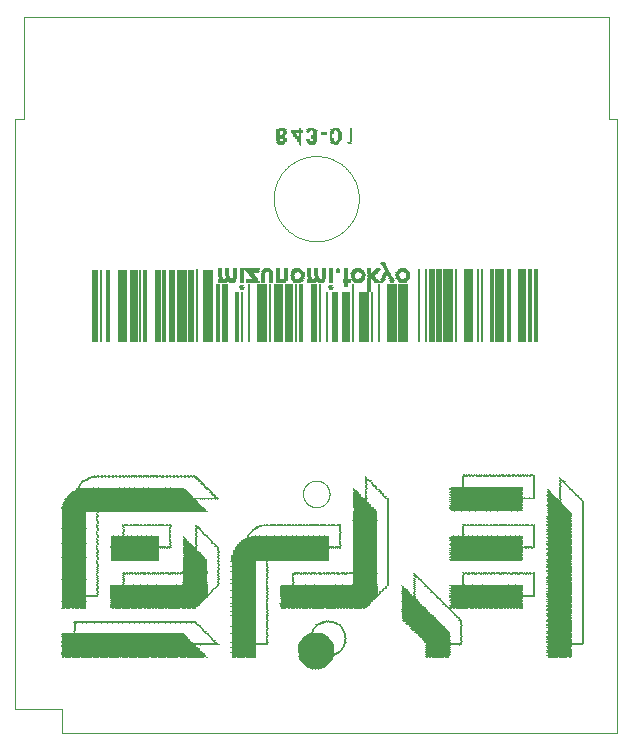
<source format=gbo>
G75*
%MOIN*%
%OFA0B0*%
%FSLAX25Y25*%
%IPPOS*%
%LPD*%
%AMOC8*
5,1,8,0,0,1.08239X$1,22.5*
%
%ADD10C,0.00004*%
%ADD11R,0.00300X0.00300*%
%ADD12R,0.03900X0.00300*%
%ADD13R,0.05700X0.00300*%
%ADD14R,0.06600X0.00300*%
%ADD15R,0.07500X0.00300*%
%ADD16R,0.08100X0.00300*%
%ADD17R,0.08700X0.00300*%
%ADD18R,0.09300X0.00300*%
%ADD19R,0.09900X0.00300*%
%ADD20R,0.10200X0.00300*%
%ADD21R,0.10500X0.00300*%
%ADD22R,0.11100X0.00300*%
%ADD23R,0.00600X0.00300*%
%ADD24R,0.02100X0.00300*%
%ADD25R,0.02700X0.00300*%
%ADD26R,0.03300X0.00300*%
%ADD27R,0.03000X0.00300*%
%ADD28R,0.01500X0.00300*%
%ADD29R,0.11400X0.00300*%
%ADD30R,0.01200X0.00300*%
%ADD31R,0.03600X0.00300*%
%ADD32R,0.00900X0.00300*%
%ADD33R,0.48300X0.00300*%
%ADD34R,0.11700X0.00300*%
%ADD35R,0.48000X0.00300*%
%ADD36R,0.12300X0.00300*%
%ADD37R,0.08400X0.00300*%
%ADD38R,0.47700X0.00300*%
%ADD39R,0.12900X0.00300*%
%ADD40R,0.13500X0.00300*%
%ADD41R,0.47100X0.00300*%
%ADD42R,0.46800X0.00300*%
%ADD43R,0.07800X0.00300*%
%ADD44R,0.46200X0.00300*%
%ADD45R,0.45900X0.00300*%
%ADD46R,0.12000X0.00300*%
%ADD47R,0.45300X0.00300*%
%ADD48R,0.45000X0.00300*%
%ADD49R,0.52800X0.00300*%
%ADD50R,0.52200X0.00300*%
%ADD51R,0.43800X0.00300*%
%ADD52R,0.43500X0.00300*%
%ADD53R,0.10800X0.00300*%
%ADD54R,0.43200X0.00300*%
%ADD55R,0.42900X0.00300*%
%ADD56R,0.09600X0.00300*%
%ADD57R,0.42300X0.00300*%
%ADD58R,0.09000X0.00300*%
%ADD59R,0.42000X0.00300*%
%ADD60R,0.41700X0.00300*%
%ADD61R,0.41400X0.00300*%
%ADD62R,0.06900X0.00300*%
%ADD63R,0.41100X0.00300*%
%ADD64R,0.06300X0.00300*%
%ADD65R,0.40800X0.00300*%
%ADD66R,0.04800X0.00300*%
%ADD67R,0.01800X0.00300*%
%ADD68R,0.02400X0.00300*%
%ADD69R,0.40500X0.00300*%
%ADD70R,0.04200X0.00300*%
%ADD71R,0.28800X0.00300*%
%ADD72R,0.25500X0.00300*%
%ADD73R,0.29100X0.00300*%
%ADD74R,0.24000X0.00300*%
%ADD75R,0.29400X0.00300*%
%ADD76R,0.07200X0.00300*%
%ADD77R,0.24300X0.00300*%
%ADD78R,0.29700X0.00300*%
%ADD79R,0.24600X0.00300*%
%ADD80R,0.30000X0.00300*%
%ADD81R,0.30300X0.00300*%
%ADD82R,0.30600X0.00300*%
%ADD83R,0.06000X0.00300*%
%ADD84R,0.30900X0.00300*%
%ADD85R,0.31200X0.00300*%
%ADD86R,0.05400X0.00300*%
%ADD87R,0.31500X0.00300*%
%ADD88R,0.05100X0.00300*%
%ADD89R,0.31800X0.00300*%
%ADD90R,0.32100X0.00300*%
%ADD91R,0.04500X0.00300*%
%ADD92R,0.32400X0.00300*%
%ADD93R,0.32700X0.00300*%
%ADD94R,0.28500X0.00300*%
%ADD95R,0.33000X0.00300*%
%ADD96R,0.26400X0.00300*%
%ADD97R,0.33300X0.00300*%
%ADD98R,0.16200X0.00300*%
%ADD99R,0.20400X0.00300*%
%ADD100R,0.35100X0.00300*%
%ADD101R,0.28200X0.00300*%
%ADD102R,0.17100X0.00300*%
%ADD103R,0.27900X0.00300*%
%ADD104R,0.27600X0.00300*%
%ADD105R,0.26100X0.00300*%
%ADD106R,0.16500X0.00300*%
%ADD107R,0.26700X0.00300*%
%ADD108R,0.48600X0.00300*%
%ADD109R,0.47400X0.00300*%
%ADD110R,0.46500X0.00300*%
%ADD111R,0.44700X0.00300*%
%ADD112R,0.44100X0.00300*%
%ADD113R,0.51300X0.00300*%
%ADD114R,0.50700X0.00300*%
%ADD115R,0.39900X0.00300*%
%ADD116R,0.39300X0.00300*%
%ADD117R,0.38400X0.00300*%
%ADD118R,0.37500X0.00300*%
%ADD119R,0.36900X0.00300*%
%ADD120R,0.36300X0.00300*%
%ADD121R,0.34500X0.00300*%
%ADD122R,0.35400X0.00300*%
D10*
X0001002Y0008876D02*
X0001002Y0205726D01*
X0004033Y0205726D01*
X0004033Y0239506D01*
X0003955Y0239585D02*
X0198837Y0239585D01*
X0198837Y0205726D01*
X0201789Y0205726D01*
X0201789Y0001002D01*
X0016750Y0001002D01*
X0016750Y0008876D01*
X0001002Y0008876D01*
X0096967Y0080726D02*
X0096969Y0080858D01*
X0096975Y0080991D01*
X0096985Y0081123D01*
X0096999Y0081255D01*
X0097016Y0081386D01*
X0097038Y0081517D01*
X0097064Y0081647D01*
X0097093Y0081776D01*
X0097127Y0081904D01*
X0097164Y0082031D01*
X0097205Y0082157D01*
X0097249Y0082282D01*
X0097298Y0082406D01*
X0097350Y0082527D01*
X0097406Y0082648D01*
X0097465Y0082766D01*
X0097528Y0082883D01*
X0097594Y0082998D01*
X0097664Y0083110D01*
X0097737Y0083221D01*
X0097813Y0083329D01*
X0097892Y0083435D01*
X0097975Y0083539D01*
X0098061Y0083640D01*
X0098149Y0083738D01*
X0098241Y0083834D01*
X0098335Y0083927D01*
X0098432Y0084017D01*
X0098532Y0084105D01*
X0098635Y0084189D01*
X0098739Y0084270D01*
X0098847Y0084348D01*
X0098956Y0084422D01*
X0099068Y0084494D01*
X0099182Y0084562D01*
X0099297Y0084626D01*
X0099415Y0084687D01*
X0099534Y0084745D01*
X0099655Y0084799D01*
X0099778Y0084849D01*
X0099902Y0084895D01*
X0100027Y0084938D01*
X0100154Y0084977D01*
X0100282Y0085013D01*
X0100410Y0085044D01*
X0100540Y0085072D01*
X0100670Y0085095D01*
X0100801Y0085115D01*
X0100933Y0085131D01*
X0101065Y0085143D01*
X0101197Y0085151D01*
X0101330Y0085155D01*
X0101462Y0085155D01*
X0101595Y0085151D01*
X0101727Y0085143D01*
X0101859Y0085131D01*
X0101991Y0085115D01*
X0102122Y0085095D01*
X0102252Y0085072D01*
X0102382Y0085044D01*
X0102510Y0085013D01*
X0102638Y0084977D01*
X0102765Y0084938D01*
X0102890Y0084895D01*
X0103014Y0084849D01*
X0103137Y0084799D01*
X0103258Y0084745D01*
X0103377Y0084687D01*
X0103495Y0084626D01*
X0103611Y0084562D01*
X0103724Y0084494D01*
X0103836Y0084422D01*
X0103945Y0084348D01*
X0104053Y0084270D01*
X0104157Y0084189D01*
X0104260Y0084105D01*
X0104360Y0084017D01*
X0104457Y0083927D01*
X0104551Y0083834D01*
X0104643Y0083738D01*
X0104731Y0083640D01*
X0104817Y0083539D01*
X0104900Y0083435D01*
X0104979Y0083329D01*
X0105055Y0083221D01*
X0105128Y0083110D01*
X0105198Y0082998D01*
X0105264Y0082883D01*
X0105327Y0082766D01*
X0105386Y0082648D01*
X0105442Y0082527D01*
X0105494Y0082406D01*
X0105543Y0082282D01*
X0105587Y0082157D01*
X0105628Y0082031D01*
X0105665Y0081904D01*
X0105699Y0081776D01*
X0105728Y0081647D01*
X0105754Y0081517D01*
X0105776Y0081386D01*
X0105793Y0081255D01*
X0105807Y0081123D01*
X0105817Y0080991D01*
X0105823Y0080858D01*
X0105825Y0080726D01*
X0105823Y0080594D01*
X0105817Y0080461D01*
X0105807Y0080329D01*
X0105793Y0080197D01*
X0105776Y0080066D01*
X0105754Y0079935D01*
X0105728Y0079805D01*
X0105699Y0079676D01*
X0105665Y0079548D01*
X0105628Y0079421D01*
X0105587Y0079295D01*
X0105543Y0079170D01*
X0105494Y0079046D01*
X0105442Y0078925D01*
X0105386Y0078804D01*
X0105327Y0078686D01*
X0105264Y0078569D01*
X0105198Y0078454D01*
X0105128Y0078342D01*
X0105055Y0078231D01*
X0104979Y0078123D01*
X0104900Y0078017D01*
X0104817Y0077913D01*
X0104731Y0077812D01*
X0104643Y0077714D01*
X0104551Y0077618D01*
X0104457Y0077525D01*
X0104360Y0077435D01*
X0104260Y0077347D01*
X0104157Y0077263D01*
X0104053Y0077182D01*
X0103945Y0077104D01*
X0103836Y0077030D01*
X0103724Y0076958D01*
X0103610Y0076890D01*
X0103495Y0076826D01*
X0103377Y0076765D01*
X0103258Y0076707D01*
X0103137Y0076653D01*
X0103014Y0076603D01*
X0102890Y0076557D01*
X0102765Y0076514D01*
X0102638Y0076475D01*
X0102510Y0076439D01*
X0102382Y0076408D01*
X0102252Y0076380D01*
X0102122Y0076357D01*
X0101991Y0076337D01*
X0101859Y0076321D01*
X0101727Y0076309D01*
X0101595Y0076301D01*
X0101462Y0076297D01*
X0101330Y0076297D01*
X0101197Y0076301D01*
X0101065Y0076309D01*
X0100933Y0076321D01*
X0100801Y0076337D01*
X0100670Y0076357D01*
X0100540Y0076380D01*
X0100410Y0076408D01*
X0100282Y0076439D01*
X0100154Y0076475D01*
X0100027Y0076514D01*
X0099902Y0076557D01*
X0099778Y0076603D01*
X0099655Y0076653D01*
X0099534Y0076707D01*
X0099415Y0076765D01*
X0099297Y0076826D01*
X0099181Y0076890D01*
X0099068Y0076958D01*
X0098956Y0077030D01*
X0098847Y0077104D01*
X0098739Y0077182D01*
X0098635Y0077263D01*
X0098532Y0077347D01*
X0098432Y0077435D01*
X0098335Y0077525D01*
X0098241Y0077618D01*
X0098149Y0077714D01*
X0098061Y0077812D01*
X0097975Y0077913D01*
X0097892Y0078017D01*
X0097813Y0078123D01*
X0097737Y0078231D01*
X0097664Y0078342D01*
X0097594Y0078454D01*
X0097528Y0078569D01*
X0097465Y0078686D01*
X0097406Y0078804D01*
X0097350Y0078925D01*
X0097298Y0079046D01*
X0097249Y0079170D01*
X0097205Y0079295D01*
X0097164Y0079421D01*
X0097127Y0079548D01*
X0097093Y0079676D01*
X0097064Y0079805D01*
X0097038Y0079935D01*
X0097016Y0080066D01*
X0096999Y0080197D01*
X0096985Y0080329D01*
X0096975Y0080461D01*
X0096969Y0080594D01*
X0096967Y0080726D01*
X0087223Y0179152D02*
X0087227Y0179500D01*
X0087240Y0179847D01*
X0087261Y0180195D01*
X0087291Y0180541D01*
X0087330Y0180887D01*
X0087376Y0181232D01*
X0087432Y0181575D01*
X0087495Y0181917D01*
X0087567Y0182257D01*
X0087648Y0182596D01*
X0087736Y0182932D01*
X0087833Y0183266D01*
X0087938Y0183598D01*
X0088051Y0183927D01*
X0088173Y0184253D01*
X0088302Y0184576D01*
X0088439Y0184895D01*
X0088584Y0185212D01*
X0088736Y0185524D01*
X0088897Y0185833D01*
X0089064Y0186138D01*
X0089239Y0186438D01*
X0089422Y0186735D01*
X0089612Y0187026D01*
X0089808Y0187313D01*
X0090012Y0187595D01*
X0090223Y0187872D01*
X0090440Y0188143D01*
X0090664Y0188409D01*
X0090894Y0188670D01*
X0091131Y0188925D01*
X0091374Y0189174D01*
X0091623Y0189417D01*
X0091878Y0189654D01*
X0092139Y0189884D01*
X0092405Y0190108D01*
X0092676Y0190325D01*
X0092953Y0190536D01*
X0093235Y0190740D01*
X0093522Y0190936D01*
X0093813Y0191126D01*
X0094110Y0191309D01*
X0094410Y0191484D01*
X0094715Y0191651D01*
X0095024Y0191812D01*
X0095336Y0191964D01*
X0095653Y0192109D01*
X0095972Y0192246D01*
X0096295Y0192375D01*
X0096621Y0192497D01*
X0096950Y0192610D01*
X0097282Y0192715D01*
X0097616Y0192812D01*
X0097952Y0192900D01*
X0098291Y0192981D01*
X0098631Y0193053D01*
X0098973Y0193116D01*
X0099316Y0193172D01*
X0099661Y0193218D01*
X0100007Y0193257D01*
X0100353Y0193287D01*
X0100701Y0193308D01*
X0101048Y0193321D01*
X0101396Y0193325D01*
X0101744Y0193321D01*
X0102091Y0193308D01*
X0102439Y0193287D01*
X0102785Y0193257D01*
X0103131Y0193218D01*
X0103476Y0193172D01*
X0103819Y0193116D01*
X0104161Y0193053D01*
X0104501Y0192981D01*
X0104840Y0192900D01*
X0105176Y0192812D01*
X0105510Y0192715D01*
X0105842Y0192610D01*
X0106171Y0192497D01*
X0106497Y0192375D01*
X0106820Y0192246D01*
X0107139Y0192109D01*
X0107456Y0191964D01*
X0107768Y0191812D01*
X0108077Y0191651D01*
X0108382Y0191484D01*
X0108682Y0191309D01*
X0108979Y0191126D01*
X0109270Y0190936D01*
X0109557Y0190740D01*
X0109839Y0190536D01*
X0110116Y0190325D01*
X0110387Y0190108D01*
X0110653Y0189884D01*
X0110914Y0189654D01*
X0111169Y0189417D01*
X0111418Y0189174D01*
X0111661Y0188925D01*
X0111898Y0188670D01*
X0112128Y0188409D01*
X0112352Y0188143D01*
X0112569Y0187872D01*
X0112780Y0187595D01*
X0112984Y0187313D01*
X0113180Y0187026D01*
X0113370Y0186735D01*
X0113553Y0186438D01*
X0113728Y0186138D01*
X0113895Y0185833D01*
X0114056Y0185524D01*
X0114208Y0185212D01*
X0114353Y0184895D01*
X0114490Y0184576D01*
X0114619Y0184253D01*
X0114741Y0183927D01*
X0114854Y0183598D01*
X0114959Y0183266D01*
X0115056Y0182932D01*
X0115144Y0182596D01*
X0115225Y0182257D01*
X0115297Y0181917D01*
X0115360Y0181575D01*
X0115416Y0181232D01*
X0115462Y0180887D01*
X0115501Y0180541D01*
X0115531Y0180195D01*
X0115552Y0179847D01*
X0115565Y0179500D01*
X0115569Y0179152D01*
X0115565Y0178804D01*
X0115552Y0178457D01*
X0115531Y0178109D01*
X0115501Y0177763D01*
X0115462Y0177417D01*
X0115416Y0177072D01*
X0115360Y0176729D01*
X0115297Y0176387D01*
X0115225Y0176047D01*
X0115144Y0175708D01*
X0115056Y0175372D01*
X0114959Y0175038D01*
X0114854Y0174706D01*
X0114741Y0174377D01*
X0114619Y0174051D01*
X0114490Y0173728D01*
X0114353Y0173409D01*
X0114208Y0173092D01*
X0114056Y0172780D01*
X0113895Y0172471D01*
X0113728Y0172166D01*
X0113553Y0171866D01*
X0113370Y0171569D01*
X0113180Y0171278D01*
X0112984Y0170991D01*
X0112780Y0170709D01*
X0112569Y0170432D01*
X0112352Y0170161D01*
X0112128Y0169895D01*
X0111898Y0169634D01*
X0111661Y0169379D01*
X0111418Y0169130D01*
X0111169Y0168887D01*
X0110914Y0168650D01*
X0110653Y0168420D01*
X0110387Y0168196D01*
X0110116Y0167979D01*
X0109839Y0167768D01*
X0109557Y0167564D01*
X0109270Y0167368D01*
X0108979Y0167178D01*
X0108682Y0166995D01*
X0108382Y0166820D01*
X0108077Y0166653D01*
X0107768Y0166492D01*
X0107456Y0166340D01*
X0107139Y0166195D01*
X0106820Y0166058D01*
X0106497Y0165929D01*
X0106171Y0165807D01*
X0105842Y0165694D01*
X0105510Y0165589D01*
X0105176Y0165492D01*
X0104840Y0165404D01*
X0104501Y0165323D01*
X0104161Y0165251D01*
X0103819Y0165188D01*
X0103476Y0165132D01*
X0103131Y0165086D01*
X0102785Y0165047D01*
X0102439Y0165017D01*
X0102091Y0164996D01*
X0101744Y0164983D01*
X0101396Y0164979D01*
X0101048Y0164983D01*
X0100701Y0164996D01*
X0100353Y0165017D01*
X0100007Y0165047D01*
X0099661Y0165086D01*
X0099316Y0165132D01*
X0098973Y0165188D01*
X0098631Y0165251D01*
X0098291Y0165323D01*
X0097952Y0165404D01*
X0097616Y0165492D01*
X0097282Y0165589D01*
X0096950Y0165694D01*
X0096621Y0165807D01*
X0096295Y0165929D01*
X0095972Y0166058D01*
X0095653Y0166195D01*
X0095336Y0166340D01*
X0095024Y0166492D01*
X0094715Y0166653D01*
X0094410Y0166820D01*
X0094110Y0166995D01*
X0093813Y0167178D01*
X0093522Y0167368D01*
X0093235Y0167564D01*
X0092953Y0167768D01*
X0092676Y0167979D01*
X0092405Y0168196D01*
X0092139Y0168420D01*
X0091878Y0168650D01*
X0091623Y0168887D01*
X0091374Y0169130D01*
X0091131Y0169379D01*
X0090894Y0169634D01*
X0090664Y0169895D01*
X0090440Y0170161D01*
X0090223Y0170432D01*
X0090012Y0170709D01*
X0089808Y0170991D01*
X0089612Y0171278D01*
X0089422Y0171569D01*
X0089239Y0171866D01*
X0089064Y0172166D01*
X0088897Y0172471D01*
X0088736Y0172780D01*
X0088584Y0173092D01*
X0088439Y0173409D01*
X0088302Y0173728D01*
X0088173Y0174051D01*
X0088051Y0174377D01*
X0087938Y0174706D01*
X0087833Y0175038D01*
X0087736Y0175372D01*
X0087648Y0175708D01*
X0087567Y0176047D01*
X0087495Y0176387D01*
X0087432Y0176729D01*
X0087376Y0177072D01*
X0087330Y0177417D01*
X0087291Y0177763D01*
X0087261Y0178109D01*
X0087240Y0178457D01*
X0087227Y0178804D01*
X0087223Y0179152D01*
D11*
X0096193Y0196793D03*
X0150493Y0086993D03*
X0151093Y0086993D03*
X0151693Y0086993D03*
X0153193Y0086993D03*
X0154393Y0086993D03*
X0154993Y0086993D03*
X0155893Y0086993D03*
X0156793Y0086993D03*
X0157693Y0086993D03*
X0158293Y0086993D03*
X0159193Y0086993D03*
X0159793Y0086993D03*
X0160693Y0086993D03*
X0161593Y0086993D03*
X0162493Y0086993D03*
X0163993Y0086993D03*
X0164893Y0086993D03*
X0165493Y0086993D03*
X0166093Y0086993D03*
X0167593Y0086993D03*
X0168493Y0086993D03*
X0169093Y0086993D03*
X0169693Y0086993D03*
X0171193Y0086993D03*
X0172093Y0086993D03*
X0173593Y0086993D03*
X0178693Y0082193D03*
X0182593Y0086093D03*
X0172693Y0079493D03*
X0170893Y0079493D03*
X0168793Y0074693D03*
X0166693Y0074693D03*
X0166093Y0069893D03*
X0165193Y0069893D03*
X0164593Y0069893D03*
X0163993Y0069893D03*
X0162493Y0069893D03*
X0161893Y0070493D03*
X0161593Y0069893D03*
X0160993Y0069893D03*
X0160393Y0069893D03*
X0158893Y0069893D03*
X0158293Y0069893D03*
X0157693Y0069893D03*
X0156793Y0069893D03*
X0156193Y0069893D03*
X0155593Y0069893D03*
X0154093Y0069893D03*
X0152893Y0069893D03*
X0152293Y0069893D03*
X0151393Y0069893D03*
X0152293Y0066593D03*
X0153793Y0066593D03*
X0155293Y0066593D03*
X0157093Y0066593D03*
X0158593Y0066593D03*
X0160093Y0066593D03*
X0161893Y0066593D03*
X0164593Y0066593D03*
X0166393Y0066593D03*
X0167893Y0066593D03*
X0169393Y0066593D03*
X0169693Y0069893D03*
X0168793Y0069893D03*
X0168193Y0069893D03*
X0167593Y0069893D03*
X0171193Y0069893D03*
X0171793Y0069893D03*
X0172393Y0069893D03*
X0172993Y0069893D03*
X0174193Y0070493D03*
X0172393Y0062393D03*
X0171793Y0062393D03*
X0171193Y0062393D03*
X0170893Y0054293D03*
X0171193Y0053693D03*
X0171793Y0053693D03*
X0172393Y0053693D03*
X0172993Y0053693D03*
X0170593Y0053693D03*
X0169393Y0053693D03*
X0167893Y0053693D03*
X0166993Y0053693D03*
X0165193Y0053693D03*
X0163993Y0053693D03*
X0163393Y0053693D03*
X0160993Y0053693D03*
X0160093Y0053693D03*
X0159493Y0053693D03*
X0158593Y0053693D03*
X0157993Y0053693D03*
X0157393Y0053693D03*
X0156793Y0053693D03*
X0156193Y0053693D03*
X0156493Y0054293D03*
X0154993Y0054293D03*
X0154993Y0053693D03*
X0153493Y0053693D03*
X0152593Y0053693D03*
X0153493Y0050393D03*
X0151093Y0050393D03*
X0157093Y0050393D03*
X0165493Y0050393D03*
X0167893Y0050393D03*
X0148993Y0066593D03*
X0147193Y0066593D03*
X0147493Y0074693D03*
X0149893Y0074693D03*
X0152593Y0074693D03*
X0154693Y0074693D03*
X0158293Y0074693D03*
X0159793Y0074693D03*
X0161893Y0074693D03*
X0134293Y0051893D03*
X0134293Y0048293D03*
X0130093Y0050093D03*
X0111793Y0053693D03*
X0110293Y0053693D03*
X0109393Y0053693D03*
X0109093Y0054293D03*
X0107593Y0053693D03*
X0106393Y0053693D03*
X0105793Y0053693D03*
X0104893Y0053693D03*
X0104293Y0053693D03*
X0103393Y0053693D03*
X0103093Y0054293D03*
X0101593Y0053693D03*
X0100993Y0053693D03*
X0101293Y0054293D03*
X0100093Y0053693D03*
X0099493Y0053693D03*
X0098593Y0053693D03*
X0097993Y0053693D03*
X0097393Y0053693D03*
X0096793Y0053693D03*
X0096193Y0053693D03*
X0096493Y0054293D03*
X0095293Y0053693D03*
X0093793Y0053093D03*
X0097993Y0050393D03*
X0100993Y0050393D03*
X0107893Y0050393D03*
X0110293Y0050393D03*
X0108493Y0062393D03*
X0107893Y0062393D03*
X0107293Y0062393D03*
X0106693Y0062393D03*
X0106093Y0062393D03*
X0109393Y0065093D03*
X0109393Y0066893D03*
X0108493Y0069893D03*
X0107593Y0069893D03*
X0106993Y0069893D03*
X0106393Y0069893D03*
X0105793Y0069893D03*
X0104893Y0069893D03*
X0104293Y0069893D03*
X0103393Y0069893D03*
X0102493Y0069893D03*
X0101893Y0069893D03*
X0100993Y0069893D03*
X0100393Y0069893D03*
X0099793Y0069893D03*
X0099193Y0069893D03*
X0097693Y0069893D03*
X0096793Y0069893D03*
X0096193Y0069893D03*
X0095593Y0069893D03*
X0094993Y0069893D03*
X0094393Y0069893D03*
X0093793Y0069893D03*
X0093193Y0069893D03*
X0092593Y0069893D03*
X0091993Y0069893D03*
X0091393Y0069893D03*
X0090493Y0069893D03*
X0089893Y0069893D03*
X0088993Y0069893D03*
X0088093Y0069893D03*
X0087493Y0069893D03*
X0086893Y0069893D03*
X0085693Y0069893D03*
X0084193Y0070493D03*
X0085093Y0066593D03*
X0082693Y0066593D03*
X0081193Y0066593D03*
X0087793Y0066593D03*
X0089893Y0066593D03*
X0091693Y0066593D03*
X0093493Y0066593D03*
X0094993Y0066593D03*
X0097393Y0066593D03*
X0098893Y0066593D03*
X0100693Y0066593D03*
X0102493Y0066593D03*
X0104293Y0066593D03*
X0113893Y0082493D03*
X0118093Y0081593D03*
X0118093Y0080393D03*
X0118093Y0086393D03*
X0085093Y0057593D03*
X0085093Y0051593D03*
X0085093Y0050393D03*
X0085093Y0044393D03*
X0085093Y0043193D03*
X0085093Y0037193D03*
X0085093Y0034793D03*
X0085093Y0032393D03*
X0091393Y0042293D03*
X0104893Y0038393D03*
X0105493Y0038393D03*
X0105193Y0037793D03*
X0102193Y0022193D03*
X0101293Y0022193D03*
X0100393Y0022193D03*
X0068893Y0051593D03*
X0068893Y0055193D03*
X0068893Y0056393D03*
X0068893Y0057593D03*
X0068893Y0058793D03*
X0068893Y0060593D03*
X0061393Y0064193D03*
X0061393Y0066893D03*
X0057193Y0066293D03*
X0052693Y0065693D03*
X0052693Y0067493D03*
X0052693Y0068693D03*
X0050893Y0069893D03*
X0049993Y0069893D03*
X0049393Y0069893D03*
X0048793Y0069893D03*
X0047293Y0069893D03*
X0046393Y0069893D03*
X0045793Y0069893D03*
X0045193Y0069893D03*
X0043693Y0069893D03*
X0043093Y0069893D03*
X0042493Y0069893D03*
X0041593Y0069893D03*
X0040993Y0069893D03*
X0040393Y0069893D03*
X0038893Y0069893D03*
X0037093Y0070493D03*
X0037093Y0068993D03*
X0038593Y0066593D03*
X0040093Y0066593D03*
X0041893Y0066593D03*
X0043393Y0066593D03*
X0044893Y0066593D03*
X0046693Y0066593D03*
X0049693Y0062393D03*
X0050293Y0062393D03*
X0050893Y0062393D03*
X0051493Y0062393D03*
X0052093Y0062393D03*
X0052693Y0062393D03*
X0052993Y0053693D03*
X0053593Y0053693D03*
X0054793Y0053693D03*
X0055393Y0053693D03*
X0056293Y0053693D03*
X0055093Y0050393D03*
X0050593Y0053693D03*
X0049693Y0053693D03*
X0049093Y0053693D03*
X0048193Y0053693D03*
X0047593Y0053693D03*
X0046993Y0053693D03*
X0046393Y0053693D03*
X0045793Y0053693D03*
X0046093Y0054293D03*
X0044593Y0053693D03*
X0043093Y0053693D03*
X0042193Y0053693D03*
X0040393Y0053693D03*
X0039193Y0053693D03*
X0038593Y0053693D03*
X0037993Y0053693D03*
X0037093Y0052193D03*
X0040693Y0050393D03*
X0043093Y0050393D03*
X0045193Y0050393D03*
X0048193Y0050393D03*
X0047593Y0037493D03*
X0049093Y0037493D03*
X0051193Y0037493D03*
X0052993Y0037493D03*
X0054793Y0037493D03*
X0056293Y0037493D03*
X0058393Y0037493D03*
X0059893Y0037493D03*
X0056893Y0034193D03*
X0055993Y0034193D03*
X0054493Y0034193D03*
X0053893Y0034193D03*
X0053293Y0034193D03*
X0052693Y0034193D03*
X0050893Y0034193D03*
X0050293Y0034193D03*
X0049693Y0034193D03*
X0049093Y0034193D03*
X0048493Y0034193D03*
X0047893Y0034193D03*
X0047293Y0034193D03*
X0046693Y0034193D03*
X0046093Y0034193D03*
X0045493Y0034193D03*
X0044893Y0034193D03*
X0044293Y0034193D03*
X0043693Y0034193D03*
X0043093Y0034193D03*
X0042493Y0034193D03*
X0041893Y0034193D03*
X0041293Y0034193D03*
X0040693Y0034193D03*
X0038893Y0034193D03*
X0038293Y0034193D03*
X0037693Y0034193D03*
X0036793Y0034193D03*
X0035293Y0034193D03*
X0034693Y0034193D03*
X0034093Y0034193D03*
X0033493Y0034193D03*
X0031693Y0034193D03*
X0031093Y0034193D03*
X0030493Y0034193D03*
X0029893Y0034193D03*
X0029293Y0034193D03*
X0028393Y0034193D03*
X0026893Y0034193D03*
X0026293Y0034193D03*
X0025693Y0034193D03*
X0025093Y0034193D03*
X0024493Y0034193D03*
X0023893Y0034193D03*
X0023293Y0034193D03*
X0022693Y0034193D03*
X0022093Y0034193D03*
X0020893Y0034493D03*
X0019693Y0034193D03*
X0019093Y0034193D03*
X0018493Y0034193D03*
X0017593Y0034193D03*
X0016993Y0034193D03*
X0021793Y0037493D03*
X0023593Y0037493D03*
X0025093Y0037493D03*
X0027493Y0037493D03*
X0029893Y0037493D03*
X0031993Y0037493D03*
X0033793Y0037493D03*
X0035593Y0037493D03*
X0037093Y0037493D03*
X0039193Y0037493D03*
X0040993Y0037493D03*
X0042793Y0037493D03*
X0044293Y0037493D03*
X0046093Y0037493D03*
X0045793Y0026093D03*
X0055393Y0026093D03*
X0062893Y0029993D03*
X0036193Y0026093D03*
X0026593Y0026093D03*
X0028393Y0053693D03*
X0028393Y0057893D03*
X0028393Y0058493D03*
X0028393Y0060893D03*
X0028393Y0062693D03*
X0028393Y0063293D03*
X0028393Y0065693D03*
X0028393Y0067493D03*
X0028393Y0068093D03*
X0028393Y0070493D03*
X0028393Y0072293D03*
X0028393Y0072893D03*
X0028393Y0074093D03*
X0034093Y0066593D03*
X0035593Y0066593D03*
X0035893Y0082793D03*
X0037693Y0082793D03*
X0039193Y0082793D03*
X0040993Y0082793D03*
X0043993Y0082793D03*
X0045793Y0082793D03*
X0045793Y0086093D03*
X0046393Y0086093D03*
X0047293Y0086093D03*
X0048193Y0086093D03*
X0048793Y0086093D03*
X0050593Y0086093D03*
X0051193Y0082793D03*
X0052993Y0082793D03*
X0052993Y0086093D03*
X0056593Y0086093D03*
X0060193Y0086093D03*
X0062893Y0078593D03*
X0063793Y0078593D03*
X0064393Y0078593D03*
X0065593Y0078593D03*
X0066493Y0078593D03*
X0067993Y0078593D03*
X0068593Y0078593D03*
X0044893Y0086093D03*
X0043993Y0086093D03*
X0043393Y0086093D03*
X0042493Y0086093D03*
X0041593Y0086093D03*
X0040993Y0086093D03*
X0040093Y0086093D03*
X0039193Y0086093D03*
X0038593Y0086093D03*
X0034993Y0086093D03*
X0031393Y0086093D03*
X0028993Y0086093D03*
X0028393Y0086093D03*
X0027493Y0086693D03*
X0027193Y0082793D03*
X0028993Y0082793D03*
X0149293Y0029993D03*
D12*
X0131893Y0046493D03*
X0115693Y0078893D03*
X0101293Y0022493D03*
X0180193Y0078593D03*
X0115393Y0151793D03*
X0115393Y0155093D03*
X0095293Y0151793D03*
X0089893Y0151793D03*
X0089893Y0152093D03*
X0085093Y0154793D03*
X0079993Y0152093D03*
X0094993Y0200993D03*
D13*
X0116593Y0077093D03*
X0132793Y0044693D03*
X0101293Y0022793D03*
X0059893Y0060893D03*
X0181093Y0076793D03*
D14*
X0133243Y0043793D03*
X0117043Y0076193D03*
X0101443Y0023093D03*
X0060343Y0059993D03*
D15*
X0060793Y0059093D03*
X0101293Y0023393D03*
X0133693Y0042893D03*
X0117493Y0074993D03*
X0117493Y0075293D03*
X0181993Y0074993D03*
X0182293Y0074693D03*
D16*
X0182293Y0074393D03*
X0182593Y0074093D03*
X0182593Y0073793D03*
X0182593Y0073493D03*
X0182593Y0071693D03*
X0182293Y0071093D03*
X0182593Y0070793D03*
X0182593Y0070193D03*
X0182593Y0069593D03*
X0182293Y0069293D03*
X0182593Y0068993D03*
X0182593Y0067793D03*
X0182293Y0067493D03*
X0182593Y0067193D03*
X0182593Y0066593D03*
X0182593Y0066293D03*
X0182293Y0065693D03*
X0182593Y0065393D03*
X0182593Y0065093D03*
X0182593Y0064493D03*
X0182593Y0063893D03*
X0182593Y0062993D03*
X0182593Y0062693D03*
X0182593Y0061793D03*
X0182593Y0061493D03*
X0182293Y0061193D03*
X0182593Y0060893D03*
X0182593Y0059693D03*
X0182593Y0059393D03*
X0182593Y0059093D03*
X0182293Y0058493D03*
X0182593Y0058193D03*
X0182593Y0057293D03*
X0182593Y0055793D03*
X0182593Y0055493D03*
X0182593Y0054293D03*
X0182293Y0053993D03*
X0182593Y0053693D03*
X0182593Y0053393D03*
X0182593Y0052193D03*
X0182593Y0051893D03*
X0182593Y0050693D03*
X0182593Y0050093D03*
X0182593Y0049793D03*
X0182593Y0049493D03*
X0182293Y0048893D03*
X0182593Y0048593D03*
X0182593Y0048293D03*
X0182593Y0047693D03*
X0182593Y0046193D03*
X0182293Y0045893D03*
X0182593Y0045593D03*
X0182593Y0044993D03*
X0182593Y0044393D03*
X0182293Y0044093D03*
X0182593Y0043793D03*
X0182593Y0042593D03*
X0182593Y0041393D03*
X0182593Y0041093D03*
X0182593Y0039893D03*
X0182293Y0039593D03*
X0182593Y0039293D03*
X0182593Y0038993D03*
X0182593Y0037793D03*
X0182593Y0037493D03*
X0182593Y0036293D03*
X0182593Y0035693D03*
X0182593Y0035393D03*
X0182593Y0035093D03*
X0182293Y0034493D03*
X0182593Y0034193D03*
X0182593Y0033593D03*
X0182593Y0033293D03*
X0182593Y0031793D03*
X0182593Y0029993D03*
X0182293Y0029093D03*
X0182593Y0028793D03*
X0182593Y0028193D03*
X0182593Y0027293D03*
X0182593Y0026993D03*
X0182593Y0026393D03*
X0142093Y0026693D03*
X0141793Y0026393D03*
X0142093Y0027293D03*
X0142093Y0027893D03*
X0142093Y0028493D03*
X0142093Y0029093D03*
X0142093Y0029693D03*
X0133993Y0042293D03*
X0117793Y0050693D03*
X0117793Y0050993D03*
X0117793Y0051293D03*
X0117793Y0051593D03*
X0117793Y0052193D03*
X0117793Y0052493D03*
X0117793Y0053093D03*
X0117793Y0053393D03*
X0117493Y0053693D03*
X0117793Y0054593D03*
X0117793Y0054893D03*
X0117793Y0055193D03*
X0117793Y0055493D03*
X0117793Y0055793D03*
X0117793Y0056393D03*
X0117793Y0056693D03*
X0117793Y0056993D03*
X0117793Y0057293D03*
X0117793Y0057593D03*
X0117793Y0057893D03*
X0117793Y0058193D03*
X0117793Y0058793D03*
X0117793Y0059093D03*
X0117793Y0059393D03*
X0117793Y0059993D03*
X0117793Y0060293D03*
X0117793Y0060593D03*
X0117793Y0060893D03*
X0117793Y0061193D03*
X0117793Y0061793D03*
X0117793Y0062093D03*
X0117793Y0062693D03*
X0117793Y0062993D03*
X0117793Y0063593D03*
X0117793Y0063893D03*
X0117793Y0064193D03*
X0117793Y0064493D03*
X0117793Y0064793D03*
X0117793Y0065093D03*
X0117793Y0065393D03*
X0117793Y0065993D03*
X0117793Y0066293D03*
X0117793Y0066593D03*
X0117793Y0066893D03*
X0117793Y0067193D03*
X0117793Y0067793D03*
X0117793Y0068093D03*
X0117793Y0068693D03*
X0117793Y0068993D03*
X0117793Y0069293D03*
X0117793Y0069593D03*
X0117793Y0070193D03*
X0117793Y0070493D03*
X0117793Y0071093D03*
X0117793Y0071393D03*
X0117793Y0071993D03*
X0117793Y0072293D03*
X0117793Y0072593D03*
X0117793Y0073193D03*
X0117793Y0073493D03*
X0117793Y0073793D03*
X0117793Y0074393D03*
X0117793Y0074693D03*
X0101293Y0032993D03*
X0101293Y0023693D03*
X0077293Y0026393D03*
X0077293Y0026693D03*
X0077293Y0026993D03*
X0077293Y0027293D03*
X0077293Y0027893D03*
X0077293Y0028193D03*
X0077293Y0028493D03*
X0077293Y0028793D03*
X0077293Y0029093D03*
X0077293Y0029693D03*
X0077293Y0029993D03*
X0077293Y0030893D03*
X0077293Y0031493D03*
X0077293Y0031793D03*
X0077293Y0032093D03*
X0077293Y0032393D03*
X0077293Y0032693D03*
X0077293Y0032993D03*
X0077293Y0033293D03*
X0077293Y0033593D03*
X0077293Y0034193D03*
X0077293Y0034493D03*
X0077293Y0034793D03*
X0077293Y0035093D03*
X0077293Y0035393D03*
X0077293Y0035693D03*
X0077293Y0035993D03*
X0077293Y0036593D03*
X0077293Y0036893D03*
X0077293Y0037193D03*
X0077293Y0037493D03*
X0077293Y0037793D03*
X0077293Y0038093D03*
X0077293Y0038393D03*
X0077293Y0038693D03*
X0077293Y0038993D03*
X0077293Y0039293D03*
X0077293Y0039593D03*
X0077293Y0040193D03*
X0077293Y0040493D03*
X0077293Y0040793D03*
X0077293Y0041093D03*
X0077293Y0041693D03*
X0077293Y0041993D03*
X0077293Y0042293D03*
X0077293Y0042593D03*
X0077293Y0043193D03*
X0077293Y0043493D03*
X0077293Y0043793D03*
X0077293Y0044393D03*
X0077293Y0044693D03*
X0077293Y0044993D03*
X0077293Y0045293D03*
X0077293Y0045593D03*
X0077293Y0045893D03*
X0077293Y0046493D03*
X0077293Y0046793D03*
X0077293Y0047093D03*
X0077293Y0047393D03*
X0077293Y0047693D03*
X0077293Y0047993D03*
X0077293Y0048593D03*
X0077293Y0048893D03*
X0077293Y0049193D03*
X0077293Y0049493D03*
X0077293Y0049793D03*
X0077293Y0050093D03*
X0077293Y0050393D03*
X0077293Y0050993D03*
X0077293Y0051293D03*
X0077293Y0051593D03*
X0077293Y0051893D03*
X0077293Y0052493D03*
X0077293Y0052793D03*
X0077293Y0053093D03*
X0077293Y0053393D03*
X0077293Y0053693D03*
X0077293Y0053993D03*
X0077293Y0054293D03*
X0077293Y0054893D03*
X0077293Y0055193D03*
X0077293Y0055493D03*
X0077293Y0055793D03*
X0077293Y0056093D03*
X0077293Y0056693D03*
X0077293Y0056993D03*
X0077293Y0057293D03*
X0077293Y0057593D03*
X0077293Y0057893D03*
X0061093Y0057893D03*
X0061093Y0057593D03*
X0061093Y0057293D03*
X0061093Y0056993D03*
X0061093Y0056693D03*
X0061093Y0056393D03*
X0061093Y0056093D03*
X0061093Y0055793D03*
X0061093Y0055493D03*
X0061093Y0055193D03*
X0061093Y0054893D03*
X0061093Y0053693D03*
X0061093Y0053393D03*
X0061093Y0053093D03*
X0061093Y0052793D03*
X0061093Y0052493D03*
X0061093Y0052193D03*
X0061093Y0051893D03*
X0061093Y0051593D03*
X0061093Y0051293D03*
X0061093Y0050693D03*
X0061093Y0058193D03*
X0061093Y0058493D03*
X0020593Y0058493D03*
X0020593Y0058193D03*
X0020593Y0057893D03*
X0020593Y0057593D03*
X0020593Y0057293D03*
X0020593Y0056993D03*
X0020593Y0056693D03*
X0020593Y0056393D03*
X0020593Y0056093D03*
X0020593Y0055793D03*
X0020593Y0055493D03*
X0020593Y0055193D03*
X0020593Y0054893D03*
X0020593Y0054593D03*
X0020593Y0054293D03*
X0020593Y0053993D03*
X0020593Y0053693D03*
X0020593Y0053393D03*
X0020593Y0053093D03*
X0020593Y0052793D03*
X0020593Y0052493D03*
X0020593Y0052193D03*
X0020593Y0051593D03*
X0020593Y0051293D03*
X0020593Y0050993D03*
X0020593Y0050693D03*
X0020593Y0050393D03*
X0020593Y0050093D03*
X0020593Y0049793D03*
X0020593Y0049493D03*
X0020593Y0049193D03*
X0020593Y0048893D03*
X0020593Y0048593D03*
X0020593Y0048293D03*
X0020593Y0047993D03*
X0020593Y0047693D03*
X0020593Y0047393D03*
X0020593Y0047093D03*
X0020593Y0046193D03*
X0020593Y0045893D03*
X0020593Y0045593D03*
X0020593Y0045293D03*
X0020593Y0044993D03*
X0020593Y0044393D03*
X0020593Y0044093D03*
X0020593Y0043793D03*
X0020593Y0043493D03*
X0020593Y0043193D03*
X0020593Y0042893D03*
X0020593Y0042593D03*
X0020593Y0058793D03*
X0020593Y0059093D03*
X0020593Y0059693D03*
X0020593Y0059993D03*
X0020593Y0060293D03*
X0020593Y0060593D03*
X0020593Y0060893D03*
X0020593Y0061193D03*
X0020593Y0061493D03*
X0020593Y0061793D03*
X0020593Y0062093D03*
X0020593Y0062393D03*
X0020593Y0062693D03*
X0020593Y0062993D03*
X0020593Y0063293D03*
X0020593Y0063593D03*
X0020593Y0063893D03*
X0020593Y0064493D03*
X0020593Y0064793D03*
X0020593Y0065093D03*
X0020593Y0065393D03*
X0020593Y0065693D03*
X0020593Y0065993D03*
X0020593Y0066293D03*
X0020593Y0066593D03*
X0020593Y0066893D03*
X0020593Y0067193D03*
X0020593Y0067493D03*
X0020593Y0067793D03*
X0020593Y0068093D03*
X0020593Y0068393D03*
X0020593Y0068693D03*
X0020593Y0069293D03*
X0020593Y0069593D03*
X0020593Y0069893D03*
X0020593Y0070193D03*
X0020593Y0070493D03*
X0020593Y0070793D03*
X0020593Y0071093D03*
X0020593Y0071393D03*
X0020593Y0071693D03*
X0020593Y0071993D03*
X0020593Y0072293D03*
X0020593Y0072593D03*
X0020593Y0072893D03*
X0020593Y0073193D03*
X0020593Y0073493D03*
X0020593Y0073793D03*
X0020593Y0074093D03*
X0020593Y0074393D03*
D17*
X0101293Y0032693D03*
X0101293Y0023993D03*
X0134293Y0041693D03*
X0141793Y0031493D03*
X0141793Y0031193D03*
D18*
X0141493Y0031793D03*
X0134593Y0041093D03*
X0101293Y0024293D03*
X0060493Y0054293D03*
D19*
X0101293Y0031793D03*
X0101293Y0024593D03*
X0134893Y0040493D03*
D20*
X0135043Y0040193D03*
X0141043Y0032693D03*
X0101443Y0024893D03*
D21*
X0101293Y0025193D03*
X0101293Y0031493D03*
X0135193Y0039893D03*
X0140893Y0032993D03*
D22*
X0135493Y0039293D03*
X0101293Y0030893D03*
X0101293Y0025793D03*
X0101293Y0025493D03*
D23*
X0099943Y0034493D03*
X0100243Y0034793D03*
X0099343Y0042293D03*
X0098443Y0042293D03*
X0094843Y0042293D03*
X0093643Y0050693D03*
X0093943Y0050993D03*
X0093643Y0051293D03*
X0093643Y0051893D03*
X0093643Y0052193D03*
X0093643Y0052793D03*
X0093643Y0053393D03*
X0094243Y0054293D03*
X0097243Y0054293D03*
X0098143Y0054293D03*
X0099043Y0054293D03*
X0102643Y0053693D03*
X0103843Y0054293D03*
X0108643Y0053693D03*
X0111043Y0053693D03*
X0111643Y0054293D03*
X0109243Y0062393D03*
X0109543Y0063293D03*
X0109243Y0063593D03*
X0109243Y0063893D03*
X0109243Y0064193D03*
X0109243Y0064493D03*
X0109243Y0065393D03*
X0109243Y0065993D03*
X0109243Y0067493D03*
X0109543Y0067793D03*
X0109243Y0068093D03*
X0109243Y0068693D03*
X0109243Y0068993D03*
X0109243Y0069293D03*
X0109243Y0069593D03*
X0107143Y0062993D03*
X0098443Y0069893D03*
X0097243Y0070493D03*
X0093643Y0070493D03*
X0084943Y0058193D03*
X0084943Y0056993D03*
X0084943Y0056393D03*
X0085243Y0056093D03*
X0084943Y0055793D03*
X0084943Y0055493D03*
X0085243Y0055193D03*
X0084943Y0054893D03*
X0085243Y0054293D03*
X0084943Y0053993D03*
X0084943Y0053393D03*
X0084943Y0053093D03*
X0085243Y0052793D03*
X0084943Y0052493D03*
X0084943Y0052193D03*
X0084943Y0051293D03*
X0084943Y0049793D03*
X0084943Y0049193D03*
X0085243Y0048893D03*
X0084943Y0048593D03*
X0084943Y0048293D03*
X0085243Y0047993D03*
X0084943Y0047693D03*
X0085243Y0047093D03*
X0084943Y0046793D03*
X0084943Y0046193D03*
X0084943Y0045893D03*
X0085243Y0045593D03*
X0084943Y0045293D03*
X0084943Y0044993D03*
X0084943Y0044093D03*
X0084943Y0042593D03*
X0084943Y0041993D03*
X0085243Y0041693D03*
X0084943Y0041393D03*
X0084943Y0041093D03*
X0085243Y0040793D03*
X0084943Y0040493D03*
X0085243Y0039893D03*
X0084943Y0039593D03*
X0084943Y0038993D03*
X0084943Y0038693D03*
X0085243Y0038393D03*
X0084943Y0038093D03*
X0084943Y0037793D03*
X0084943Y0036593D03*
X0084943Y0035993D03*
X0085243Y0035693D03*
X0084943Y0035393D03*
X0084943Y0034193D03*
X0084943Y0033593D03*
X0085243Y0033293D03*
X0084943Y0032993D03*
X0084943Y0031793D03*
X0084943Y0031193D03*
X0085243Y0030893D03*
X0068743Y0050393D03*
X0068743Y0050993D03*
X0068743Y0051293D03*
X0068743Y0052193D03*
X0068743Y0052793D03*
X0069043Y0053093D03*
X0068743Y0053393D03*
X0068743Y0053693D03*
X0068743Y0054293D03*
X0068743Y0054593D03*
X0068743Y0054893D03*
X0068743Y0056093D03*
X0068743Y0057293D03*
X0068743Y0058193D03*
X0068743Y0058493D03*
X0068743Y0059393D03*
X0068743Y0059693D03*
X0068743Y0060293D03*
X0068743Y0061193D03*
X0069043Y0061493D03*
X0068743Y0061793D03*
X0068743Y0062093D03*
X0068743Y0062393D03*
X0061543Y0063293D03*
X0061243Y0062993D03*
X0061243Y0063893D03*
X0061243Y0064793D03*
X0061243Y0065393D03*
X0061243Y0065993D03*
X0061543Y0066293D03*
X0061243Y0067493D03*
X0061543Y0067793D03*
X0061243Y0068093D03*
X0061243Y0068393D03*
X0061243Y0070193D03*
X0057343Y0065993D03*
X0052843Y0064493D03*
X0052543Y0064193D03*
X0052543Y0063893D03*
X0052543Y0063593D03*
X0052843Y0063293D03*
X0052543Y0064793D03*
X0052543Y0065393D03*
X0052543Y0066293D03*
X0052543Y0066893D03*
X0052543Y0068093D03*
X0052543Y0069293D03*
X0052843Y0069593D03*
X0052543Y0069893D03*
X0052543Y0070493D03*
X0051643Y0069893D03*
X0050443Y0070493D03*
X0048043Y0069893D03*
X0046843Y0070493D03*
X0044443Y0069893D03*
X0042043Y0070493D03*
X0039643Y0069893D03*
X0037243Y0069293D03*
X0037243Y0068693D03*
X0037243Y0068393D03*
X0037243Y0068093D03*
X0036943Y0067493D03*
X0037243Y0067193D03*
X0037243Y0066893D03*
X0028543Y0066593D03*
X0028543Y0066293D03*
X0028543Y0065993D03*
X0028543Y0065093D03*
X0028243Y0064793D03*
X0028543Y0064193D03*
X0028543Y0063893D03*
X0028543Y0063593D03*
X0028543Y0061793D03*
X0028543Y0061493D03*
X0028543Y0061193D03*
X0028543Y0060293D03*
X0028243Y0059993D03*
X0028543Y0059393D03*
X0028543Y0059093D03*
X0028543Y0058793D03*
X0028543Y0056993D03*
X0028543Y0056693D03*
X0028543Y0056393D03*
X0028543Y0055793D03*
X0028243Y0055493D03*
X0028543Y0055193D03*
X0028543Y0054893D03*
X0028243Y0054593D03*
X0028543Y0054293D03*
X0028543Y0053093D03*
X0028243Y0052793D03*
X0028543Y0052493D03*
X0028243Y0052193D03*
X0028543Y0051593D03*
X0028543Y0051293D03*
X0028243Y0050993D03*
X0028543Y0050693D03*
X0028243Y0050393D03*
X0028543Y0049793D03*
X0028543Y0049493D03*
X0028243Y0049193D03*
X0028543Y0048893D03*
X0028243Y0048593D03*
X0028543Y0047993D03*
X0028543Y0047693D03*
X0028243Y0047393D03*
X0028543Y0047093D03*
X0022843Y0042293D03*
X0021043Y0037493D03*
X0021043Y0036893D03*
X0021043Y0036593D03*
X0021043Y0036293D03*
X0021043Y0035693D03*
X0021043Y0035393D03*
X0021043Y0035093D03*
X0020743Y0034793D03*
X0027643Y0034193D03*
X0032443Y0034193D03*
X0036043Y0034193D03*
X0039643Y0034193D03*
X0036943Y0042293D03*
X0036043Y0042293D03*
X0037243Y0050693D03*
X0037243Y0051293D03*
X0037243Y0051593D03*
X0037243Y0051893D03*
X0037243Y0052493D03*
X0037243Y0053093D03*
X0037243Y0053693D03*
X0038443Y0054293D03*
X0041443Y0053693D03*
X0042043Y0054293D03*
X0043843Y0053693D03*
X0044443Y0054293D03*
X0045343Y0054293D03*
X0046843Y0054293D03*
X0047743Y0054293D03*
X0048643Y0054293D03*
X0052243Y0053693D03*
X0052843Y0054293D03*
X0055243Y0054293D03*
X0058543Y0042293D03*
X0059443Y0042293D03*
X0055243Y0034193D03*
X0051643Y0034193D03*
X0051343Y0042293D03*
X0050443Y0042293D03*
X0046843Y0042293D03*
X0064843Y0026093D03*
X0078943Y0066893D03*
X0067543Y0079793D03*
X0060643Y0086693D03*
X0059743Y0086693D03*
X0058843Y0086093D03*
X0057643Y0086093D03*
X0055243Y0086093D03*
X0054043Y0086093D03*
X0051643Y0086093D03*
X0050443Y0086693D03*
X0049843Y0086093D03*
X0046243Y0086693D03*
X0043843Y0086693D03*
X0041443Y0086693D03*
X0039043Y0086693D03*
X0038143Y0086693D03*
X0037243Y0086093D03*
X0036043Y0086093D03*
X0033643Y0086093D03*
X0032443Y0086093D03*
X0030043Y0086093D03*
X0022543Y0083393D03*
X0022243Y0082793D03*
X0028543Y0074393D03*
X0028543Y0073493D03*
X0028543Y0073193D03*
X0028543Y0071393D03*
X0028543Y0071093D03*
X0028543Y0070793D03*
X0028543Y0069893D03*
X0028243Y0069593D03*
X0028543Y0068993D03*
X0028543Y0068693D03*
X0028543Y0068393D03*
X0016843Y0026093D03*
X0108643Y0042293D03*
X0109543Y0042293D03*
X0111643Y0042293D03*
X0112543Y0042293D03*
X0113443Y0042293D03*
X0116443Y0042293D03*
X0117343Y0042293D03*
X0109543Y0036293D03*
X0110443Y0035093D03*
X0110743Y0034493D03*
X0111043Y0033593D03*
X0111043Y0033293D03*
X0111043Y0032993D03*
X0111043Y0032693D03*
X0111043Y0032093D03*
X0111043Y0031793D03*
X0111043Y0031493D03*
X0111043Y0030893D03*
X0110743Y0030293D03*
X0110443Y0029393D03*
X0110143Y0029093D03*
X0125443Y0050693D03*
X0125443Y0050993D03*
X0125443Y0051293D03*
X0125443Y0051593D03*
X0125443Y0051893D03*
X0125443Y0052193D03*
X0125443Y0052493D03*
X0125443Y0052793D03*
X0125443Y0053093D03*
X0125443Y0053393D03*
X0125443Y0053693D03*
X0125443Y0053993D03*
X0125443Y0054293D03*
X0125443Y0054593D03*
X0125443Y0054893D03*
X0125443Y0055193D03*
X0125443Y0055493D03*
X0125443Y0055793D03*
X0125443Y0056093D03*
X0125443Y0056393D03*
X0125443Y0056693D03*
X0125443Y0056993D03*
X0125443Y0057293D03*
X0125443Y0057593D03*
X0125443Y0057893D03*
X0125443Y0058193D03*
X0125443Y0058493D03*
X0125443Y0058793D03*
X0125443Y0059093D03*
X0125443Y0059393D03*
X0125443Y0059693D03*
X0125443Y0059993D03*
X0125443Y0060293D03*
X0125443Y0060593D03*
X0125443Y0060893D03*
X0125443Y0061193D03*
X0125443Y0061493D03*
X0125443Y0061793D03*
X0125443Y0062093D03*
X0125443Y0062393D03*
X0125443Y0062693D03*
X0125443Y0062993D03*
X0125443Y0063293D03*
X0125443Y0063593D03*
X0125443Y0063893D03*
X0125443Y0064193D03*
X0125443Y0064493D03*
X0125443Y0064793D03*
X0125443Y0065093D03*
X0125443Y0065393D03*
X0125443Y0065693D03*
X0125443Y0065993D03*
X0125443Y0066293D03*
X0125443Y0066593D03*
X0125443Y0066893D03*
X0125443Y0067193D03*
X0125443Y0067493D03*
X0125443Y0067793D03*
X0125443Y0068093D03*
X0125443Y0068393D03*
X0125443Y0068693D03*
X0125443Y0068993D03*
X0125443Y0069293D03*
X0125443Y0069593D03*
X0125443Y0069893D03*
X0125443Y0070193D03*
X0125443Y0070493D03*
X0125443Y0070793D03*
X0125443Y0071093D03*
X0125443Y0071393D03*
X0125443Y0071693D03*
X0125443Y0071993D03*
X0125443Y0072293D03*
X0125443Y0072593D03*
X0125443Y0072893D03*
X0125443Y0073193D03*
X0125443Y0073493D03*
X0125443Y0073793D03*
X0125443Y0074093D03*
X0125443Y0074393D03*
X0125443Y0074693D03*
X0125443Y0074993D03*
X0125443Y0075293D03*
X0125443Y0075593D03*
X0125443Y0075893D03*
X0125443Y0076193D03*
X0125443Y0076493D03*
X0125443Y0076793D03*
X0125443Y0077093D03*
X0125443Y0077393D03*
X0125443Y0077693D03*
X0125443Y0077993D03*
X0125443Y0078293D03*
X0125443Y0078593D03*
X0123643Y0080393D03*
X0121243Y0082793D03*
X0118243Y0082493D03*
X0117943Y0082193D03*
X0117943Y0081293D03*
X0117943Y0080093D03*
X0117943Y0079793D03*
X0117943Y0079493D03*
X0118243Y0078893D03*
X0117943Y0083093D03*
X0117943Y0083393D03*
X0118243Y0083693D03*
X0117943Y0083993D03*
X0117943Y0084293D03*
X0117943Y0084593D03*
X0114043Y0082193D03*
X0114043Y0081893D03*
X0134143Y0053993D03*
X0134143Y0052493D03*
X0134143Y0051593D03*
X0134143Y0050993D03*
X0134143Y0050393D03*
X0134443Y0050093D03*
X0134143Y0049793D03*
X0134143Y0049193D03*
X0134143Y0048893D03*
X0134143Y0047693D03*
X0134143Y0047393D03*
X0134143Y0046793D03*
X0134443Y0046493D03*
X0130243Y0049793D03*
X0147343Y0042293D03*
X0149743Y0038093D03*
X0149743Y0037793D03*
X0149743Y0037493D03*
X0149743Y0037193D03*
X0149743Y0036893D03*
X0149743Y0036293D03*
X0149743Y0035993D03*
X0149743Y0035693D03*
X0149743Y0035393D03*
X0149743Y0035093D03*
X0149743Y0034793D03*
X0149743Y0034493D03*
X0149743Y0034193D03*
X0149743Y0033893D03*
X0149743Y0033593D03*
X0149743Y0033293D03*
X0149743Y0032693D03*
X0149743Y0032393D03*
X0149743Y0032093D03*
X0149743Y0031793D03*
X0149743Y0031193D03*
X0149743Y0030893D03*
X0139243Y0026093D03*
X0138343Y0026093D03*
X0157243Y0042293D03*
X0160843Y0042293D03*
X0161743Y0042293D03*
X0164443Y0042293D03*
X0165343Y0042293D03*
X0166243Y0042293D03*
X0168343Y0042293D03*
X0174043Y0047093D03*
X0174043Y0047393D03*
X0174043Y0047693D03*
X0174043Y0047993D03*
X0174043Y0048293D03*
X0174043Y0048593D03*
X0174043Y0048893D03*
X0174043Y0049193D03*
X0174043Y0049493D03*
X0174043Y0049793D03*
X0174043Y0050093D03*
X0174043Y0050393D03*
X0174043Y0050693D03*
X0174043Y0050993D03*
X0174043Y0051293D03*
X0174043Y0051593D03*
X0174043Y0051893D03*
X0174043Y0052193D03*
X0174043Y0052493D03*
X0174043Y0052793D03*
X0174043Y0053093D03*
X0174043Y0053393D03*
X0174043Y0053693D03*
X0171643Y0054293D03*
X0170143Y0054293D03*
X0169243Y0054293D03*
X0168643Y0053693D03*
X0166843Y0054293D03*
X0166243Y0053693D03*
X0163243Y0054293D03*
X0162643Y0053693D03*
X0159043Y0054293D03*
X0158143Y0054293D03*
X0157243Y0054293D03*
X0155743Y0054293D03*
X0154243Y0053693D03*
X0152443Y0054293D03*
X0151843Y0053693D03*
X0150343Y0053393D03*
X0150343Y0053093D03*
X0150343Y0052793D03*
X0150343Y0052493D03*
X0150343Y0052193D03*
X0150343Y0051893D03*
X0150343Y0051593D03*
X0150343Y0051293D03*
X0150343Y0050993D03*
X0150343Y0050693D03*
X0150343Y0050393D03*
X0150343Y0054293D03*
X0150343Y0066593D03*
X0150343Y0066893D03*
X0150343Y0067493D03*
X0150343Y0067793D03*
X0150343Y0068093D03*
X0150343Y0068393D03*
X0150343Y0068693D03*
X0150343Y0068993D03*
X0150343Y0069293D03*
X0150343Y0069593D03*
X0154843Y0069893D03*
X0157243Y0070493D03*
X0159643Y0069893D03*
X0163243Y0069893D03*
X0165643Y0070493D03*
X0166843Y0069893D03*
X0169243Y0070493D03*
X0170443Y0069893D03*
X0174043Y0069893D03*
X0174043Y0069593D03*
X0174043Y0069293D03*
X0174043Y0068993D03*
X0174043Y0068693D03*
X0174043Y0068393D03*
X0174043Y0068093D03*
X0174043Y0067793D03*
X0174043Y0067493D03*
X0174043Y0067193D03*
X0174043Y0066893D03*
X0174043Y0066593D03*
X0174043Y0066293D03*
X0174043Y0065993D03*
X0174043Y0065693D03*
X0174043Y0065393D03*
X0174043Y0065093D03*
X0174043Y0064793D03*
X0174043Y0064493D03*
X0174043Y0064193D03*
X0174043Y0063893D03*
X0174043Y0063593D03*
X0174043Y0063293D03*
X0174043Y0062993D03*
X0173443Y0062393D03*
X0173143Y0062993D03*
X0182743Y0078893D03*
X0182743Y0079193D03*
X0182743Y0079493D03*
X0182743Y0079793D03*
X0182743Y0080093D03*
X0182743Y0080393D03*
X0182743Y0080693D03*
X0182743Y0080993D03*
X0182743Y0081293D03*
X0182743Y0081593D03*
X0182743Y0081893D03*
X0182743Y0082193D03*
X0182743Y0082493D03*
X0182743Y0082793D03*
X0182743Y0083393D03*
X0182743Y0083693D03*
X0182743Y0083993D03*
X0182743Y0084593D03*
X0182743Y0085793D03*
X0178843Y0081593D03*
X0178543Y0081893D03*
X0174043Y0081893D03*
X0174043Y0081593D03*
X0174043Y0081293D03*
X0174043Y0080993D03*
X0174043Y0080693D03*
X0174043Y0080393D03*
X0174043Y0080093D03*
X0174043Y0079793D03*
X0174043Y0079493D03*
X0174043Y0082193D03*
X0174043Y0082493D03*
X0174043Y0082793D03*
X0174043Y0083093D03*
X0174043Y0083393D03*
X0174043Y0083693D03*
X0174043Y0083993D03*
X0174043Y0084293D03*
X0174043Y0084593D03*
X0174043Y0084893D03*
X0174043Y0085193D03*
X0174043Y0085493D03*
X0174043Y0085793D03*
X0174043Y0086093D03*
X0172843Y0086993D03*
X0171643Y0086393D03*
X0170443Y0086993D03*
X0168043Y0086393D03*
X0166843Y0086993D03*
X0164443Y0086393D03*
X0163543Y0086393D03*
X0163243Y0086993D03*
X0158743Y0086393D03*
X0152443Y0086993D03*
X0150343Y0086093D03*
X0150343Y0085793D03*
X0150343Y0085493D03*
X0150343Y0085193D03*
X0150343Y0084893D03*
X0150343Y0084593D03*
X0150343Y0084293D03*
X0150343Y0083993D03*
X0150343Y0083693D03*
X0150343Y0083393D03*
X0150343Y0083093D03*
X0190243Y0077993D03*
X0190243Y0077693D03*
X0190243Y0077393D03*
X0190243Y0077093D03*
X0190243Y0076793D03*
X0190243Y0076493D03*
X0190243Y0076193D03*
X0190243Y0075893D03*
X0190243Y0075593D03*
X0190243Y0075293D03*
X0190243Y0074993D03*
X0190243Y0074693D03*
X0190243Y0074393D03*
X0190243Y0074093D03*
X0190243Y0073793D03*
X0190243Y0073493D03*
X0190243Y0073193D03*
X0190243Y0072893D03*
X0190243Y0072593D03*
X0190243Y0072293D03*
X0190243Y0071993D03*
X0190243Y0071693D03*
X0190243Y0071393D03*
X0190243Y0071093D03*
X0190243Y0070793D03*
X0190243Y0070493D03*
X0190243Y0070193D03*
X0190243Y0069893D03*
X0190243Y0069593D03*
X0190243Y0069293D03*
X0190243Y0068993D03*
X0190243Y0068693D03*
X0190243Y0068393D03*
X0190243Y0068093D03*
X0190243Y0067793D03*
X0190243Y0067493D03*
X0190243Y0067193D03*
X0190243Y0066893D03*
X0190243Y0066593D03*
X0190243Y0066293D03*
X0190243Y0065993D03*
X0190243Y0065693D03*
X0190243Y0065393D03*
X0190243Y0065093D03*
X0190243Y0064793D03*
X0190243Y0064493D03*
X0190243Y0064193D03*
X0190243Y0063893D03*
X0190243Y0063593D03*
X0190243Y0063293D03*
X0190243Y0062993D03*
X0190243Y0062693D03*
X0190243Y0062393D03*
X0190243Y0062093D03*
X0190243Y0061793D03*
X0190243Y0061493D03*
X0190243Y0061193D03*
X0190243Y0060893D03*
X0190243Y0060593D03*
X0190243Y0060293D03*
X0190243Y0059993D03*
X0190243Y0059693D03*
X0190243Y0059393D03*
X0190243Y0059093D03*
X0190243Y0058793D03*
X0190243Y0058493D03*
X0190243Y0058193D03*
X0190243Y0057893D03*
X0190243Y0057593D03*
X0190243Y0057293D03*
X0190243Y0056993D03*
X0190243Y0056693D03*
X0190243Y0056393D03*
X0190243Y0056093D03*
X0190243Y0055793D03*
X0190243Y0055493D03*
X0190243Y0055193D03*
X0190243Y0054893D03*
X0190243Y0054593D03*
X0190243Y0054293D03*
X0190243Y0053993D03*
X0190243Y0053693D03*
X0190243Y0053393D03*
X0190243Y0053093D03*
X0190243Y0052793D03*
X0190243Y0052493D03*
X0190243Y0052193D03*
X0190243Y0051893D03*
X0190243Y0051593D03*
X0190243Y0051293D03*
X0190243Y0050993D03*
X0190243Y0050693D03*
X0190243Y0050393D03*
X0190243Y0050093D03*
X0190243Y0049793D03*
X0190243Y0049493D03*
X0190243Y0049193D03*
X0190243Y0048893D03*
X0190243Y0048593D03*
X0190243Y0048293D03*
X0190243Y0047993D03*
X0190243Y0047693D03*
X0190243Y0047393D03*
X0190243Y0047093D03*
X0190243Y0046793D03*
X0190243Y0046493D03*
X0190243Y0046193D03*
X0190243Y0045893D03*
X0190243Y0045593D03*
X0190243Y0045293D03*
X0190243Y0044993D03*
X0190243Y0044693D03*
X0190243Y0044393D03*
X0190243Y0044093D03*
X0190243Y0043793D03*
X0190243Y0043493D03*
X0190243Y0043193D03*
X0190243Y0042893D03*
X0190243Y0042593D03*
X0190243Y0042293D03*
X0190243Y0041993D03*
X0190243Y0041693D03*
X0190243Y0041393D03*
X0190243Y0041093D03*
X0190243Y0040793D03*
X0190243Y0040493D03*
X0190243Y0040193D03*
X0190243Y0039893D03*
X0190243Y0039593D03*
X0190243Y0039293D03*
X0190243Y0038993D03*
X0190243Y0038693D03*
X0190243Y0038393D03*
X0190243Y0038093D03*
X0190243Y0037793D03*
X0190243Y0037493D03*
X0190243Y0037193D03*
X0190243Y0036893D03*
X0190243Y0036593D03*
X0190243Y0036293D03*
X0190243Y0035993D03*
X0190243Y0035693D03*
X0190243Y0035393D03*
X0190243Y0035093D03*
X0190243Y0034793D03*
X0190243Y0034493D03*
X0190243Y0034193D03*
X0190243Y0033893D03*
X0190243Y0033593D03*
X0190243Y0033293D03*
X0190243Y0032993D03*
X0190243Y0032693D03*
X0190243Y0032393D03*
X0190243Y0032093D03*
X0190243Y0031793D03*
X0190243Y0031493D03*
X0190243Y0031193D03*
X0190243Y0030893D03*
X0096043Y0197093D03*
X0112843Y0198293D03*
X0112843Y0199193D03*
X0112843Y0200093D03*
X0112843Y0200993D03*
X0112843Y0201293D03*
X0112843Y0201893D03*
D24*
X0107893Y0202493D03*
X0100693Y0200093D03*
X0100693Y0199193D03*
X0099793Y0202493D03*
X0095293Y0199493D03*
X0095293Y0199193D03*
X0089893Y0202493D03*
X0115393Y0155693D03*
X0121093Y0154493D03*
X0124993Y0154193D03*
X0103093Y0151193D03*
X0101593Y0152393D03*
X0073393Y0151193D03*
X0071893Y0152393D03*
X0086893Y0070493D03*
X0089293Y0070493D03*
X0103693Y0070493D03*
X0103093Y0042293D03*
X0105493Y0042293D03*
X0103693Y0037793D03*
X0130993Y0048293D03*
X0151093Y0042293D03*
X0179293Y0080393D03*
X0160393Y0086393D03*
X0155593Y0086393D03*
X0058093Y0064493D03*
X0055093Y0042293D03*
X0040693Y0042293D03*
X0037693Y0026093D03*
X0047293Y0026093D03*
X0056893Y0026093D03*
X0028093Y0026093D03*
X0018493Y0026093D03*
D25*
X0021193Y0026093D03*
X0030793Y0026093D03*
X0040393Y0026093D03*
X0049993Y0026093D03*
X0059593Y0026093D03*
X0076393Y0026093D03*
X0058393Y0063893D03*
X0083593Y0069893D03*
X0115093Y0079793D03*
X0115093Y0080093D03*
X0131293Y0047693D03*
X0141193Y0026093D03*
X0183793Y0026093D03*
X0179893Y0079493D03*
X0124993Y0153593D03*
X0119893Y0153593D03*
X0119893Y0152693D03*
X0111493Y0152093D03*
X0111493Y0151793D03*
X0111493Y0151493D03*
X0111493Y0151193D03*
X0111193Y0147593D03*
X0111193Y0147293D03*
X0111193Y0146993D03*
X0111193Y0146693D03*
X0111193Y0146393D03*
X0111193Y0146093D03*
X0111193Y0145793D03*
X0111193Y0145493D03*
X0111193Y0145193D03*
X0111193Y0144893D03*
X0111193Y0144593D03*
X0111193Y0144293D03*
X0111193Y0143993D03*
X0111193Y0143693D03*
X0111193Y0143393D03*
X0111193Y0143093D03*
X0111193Y0142793D03*
X0111193Y0142493D03*
X0111193Y0142193D03*
X0111193Y0141893D03*
X0111193Y0141593D03*
X0111193Y0141293D03*
X0111193Y0140993D03*
X0111193Y0140693D03*
X0111193Y0140393D03*
X0111193Y0140093D03*
X0111193Y0139793D03*
X0111193Y0139493D03*
X0111193Y0139193D03*
X0111193Y0138893D03*
X0111193Y0138593D03*
X0111193Y0138293D03*
X0111193Y0137993D03*
X0111193Y0137693D03*
X0111193Y0137393D03*
X0111193Y0137093D03*
X0111193Y0136793D03*
X0111193Y0136493D03*
X0111193Y0136193D03*
X0111193Y0135893D03*
X0111193Y0135593D03*
X0111193Y0135293D03*
X0111193Y0134993D03*
X0111193Y0134693D03*
X0111193Y0134393D03*
X0111193Y0134093D03*
X0111193Y0133793D03*
X0111193Y0133493D03*
X0111193Y0133193D03*
X0111193Y0132893D03*
X0111193Y0132593D03*
X0111193Y0132293D03*
X0111193Y0131993D03*
X0111193Y0131693D03*
X0111193Y0131393D03*
X0085093Y0155393D03*
X0100093Y0197393D03*
X0107893Y0202193D03*
D26*
X0099793Y0201893D03*
X0100093Y0197993D03*
X0089893Y0197993D03*
X0089893Y0199193D03*
X0089893Y0201893D03*
X0085093Y0155093D03*
X0083293Y0150293D03*
X0083293Y0149993D03*
X0083293Y0149693D03*
X0083293Y0149393D03*
X0083293Y0149093D03*
X0083293Y0148793D03*
X0083293Y0148493D03*
X0083293Y0148193D03*
X0083293Y0147893D03*
X0083293Y0147593D03*
X0083293Y0147293D03*
X0083293Y0146993D03*
X0083293Y0146693D03*
X0083293Y0146393D03*
X0083293Y0146093D03*
X0083293Y0145793D03*
X0083293Y0145493D03*
X0083293Y0145193D03*
X0083293Y0144893D03*
X0083293Y0144593D03*
X0083293Y0144293D03*
X0083293Y0143993D03*
X0083293Y0143693D03*
X0083293Y0143393D03*
X0083293Y0143093D03*
X0083293Y0142793D03*
X0083293Y0142493D03*
X0083293Y0142193D03*
X0083293Y0141893D03*
X0083293Y0141593D03*
X0083293Y0141293D03*
X0083293Y0140993D03*
X0083293Y0140693D03*
X0083293Y0140393D03*
X0083293Y0140093D03*
X0083293Y0139793D03*
X0083293Y0139493D03*
X0083293Y0139193D03*
X0083293Y0138893D03*
X0083293Y0138593D03*
X0083293Y0138293D03*
X0083293Y0137993D03*
X0083293Y0137693D03*
X0083293Y0137393D03*
X0083293Y0137093D03*
X0083293Y0136793D03*
X0083293Y0136493D03*
X0083293Y0136193D03*
X0083293Y0135893D03*
X0083293Y0135593D03*
X0083293Y0135293D03*
X0083293Y0134993D03*
X0083293Y0134693D03*
X0083293Y0134393D03*
X0083293Y0134093D03*
X0083293Y0133793D03*
X0083293Y0133493D03*
X0083293Y0133193D03*
X0083293Y0132893D03*
X0083293Y0132593D03*
X0083293Y0132293D03*
X0083293Y0131993D03*
X0083293Y0131693D03*
X0083293Y0131393D03*
X0095293Y0151493D03*
X0115393Y0151493D03*
X0117193Y0147593D03*
X0117193Y0147293D03*
X0117193Y0146993D03*
X0117193Y0146693D03*
X0117193Y0146393D03*
X0117193Y0146093D03*
X0117193Y0145793D03*
X0117193Y0145493D03*
X0117193Y0145193D03*
X0117193Y0144893D03*
X0117193Y0144593D03*
X0117193Y0144293D03*
X0117193Y0143993D03*
X0117193Y0143693D03*
X0117193Y0143393D03*
X0117193Y0143093D03*
X0117193Y0142793D03*
X0117193Y0142493D03*
X0117193Y0142193D03*
X0117193Y0141893D03*
X0117193Y0141593D03*
X0117193Y0141293D03*
X0117193Y0140993D03*
X0117193Y0140693D03*
X0117193Y0140393D03*
X0117193Y0140093D03*
X0117193Y0139793D03*
X0117193Y0139493D03*
X0117193Y0139193D03*
X0117193Y0138893D03*
X0117193Y0138593D03*
X0117193Y0138293D03*
X0117193Y0137993D03*
X0117193Y0137693D03*
X0117193Y0137393D03*
X0117193Y0137093D03*
X0117193Y0136793D03*
X0117193Y0136493D03*
X0117193Y0136193D03*
X0117193Y0135893D03*
X0117193Y0135593D03*
X0117193Y0135293D03*
X0117193Y0134993D03*
X0117193Y0134693D03*
X0117193Y0134393D03*
X0117193Y0134093D03*
X0117193Y0133793D03*
X0117193Y0133493D03*
X0117193Y0133193D03*
X0117193Y0132893D03*
X0117193Y0132593D03*
X0117193Y0132293D03*
X0117193Y0131993D03*
X0117193Y0131693D03*
X0117193Y0131393D03*
X0126493Y0131393D03*
X0126493Y0131693D03*
X0126493Y0131993D03*
X0126493Y0132293D03*
X0126493Y0132593D03*
X0126493Y0132893D03*
X0126493Y0133193D03*
X0126493Y0133493D03*
X0126493Y0133793D03*
X0126493Y0134093D03*
X0126493Y0134393D03*
X0126493Y0134693D03*
X0126493Y0134993D03*
X0126493Y0135293D03*
X0126493Y0135593D03*
X0126493Y0135893D03*
X0126493Y0136193D03*
X0126493Y0136493D03*
X0126493Y0136793D03*
X0126493Y0137093D03*
X0126493Y0137393D03*
X0126493Y0137693D03*
X0126493Y0137993D03*
X0126493Y0138293D03*
X0126493Y0138593D03*
X0126493Y0138893D03*
X0126493Y0139193D03*
X0126493Y0139493D03*
X0126493Y0139793D03*
X0126493Y0140093D03*
X0126493Y0140393D03*
X0126493Y0140693D03*
X0126493Y0140993D03*
X0126493Y0141293D03*
X0126493Y0141593D03*
X0126493Y0141893D03*
X0126493Y0142193D03*
X0126493Y0142493D03*
X0126493Y0142793D03*
X0126493Y0143093D03*
X0126493Y0143393D03*
X0126493Y0143693D03*
X0126493Y0143993D03*
X0126493Y0144293D03*
X0126493Y0144593D03*
X0126493Y0144893D03*
X0126493Y0145193D03*
X0126493Y0145493D03*
X0126493Y0145793D03*
X0126493Y0146093D03*
X0126493Y0146393D03*
X0126493Y0146693D03*
X0126493Y0146993D03*
X0126493Y0147293D03*
X0126493Y0147593D03*
X0126493Y0147893D03*
X0126493Y0148193D03*
X0126493Y0148493D03*
X0126493Y0148793D03*
X0126493Y0149093D03*
X0126493Y0149393D03*
X0126493Y0149693D03*
X0126493Y0149993D03*
X0126493Y0150293D03*
X0145393Y0150293D03*
X0145393Y0149993D03*
X0145393Y0149693D03*
X0145393Y0149393D03*
X0145393Y0149093D03*
X0145393Y0148793D03*
X0145393Y0148493D03*
X0145393Y0148193D03*
X0145393Y0147893D03*
X0145393Y0147593D03*
X0145393Y0147293D03*
X0145393Y0146993D03*
X0145393Y0146693D03*
X0145393Y0146393D03*
X0145393Y0146093D03*
X0145393Y0145793D03*
X0145393Y0145493D03*
X0145393Y0145193D03*
X0145393Y0144893D03*
X0145393Y0144593D03*
X0145393Y0144293D03*
X0145393Y0143993D03*
X0145393Y0143693D03*
X0145393Y0143393D03*
X0145393Y0143093D03*
X0145393Y0142793D03*
X0145393Y0142493D03*
X0145393Y0142193D03*
X0145393Y0141893D03*
X0145393Y0141593D03*
X0145393Y0141293D03*
X0145393Y0140993D03*
X0145393Y0140693D03*
X0145393Y0140393D03*
X0145393Y0140093D03*
X0145393Y0139793D03*
X0145393Y0139493D03*
X0145393Y0139193D03*
X0145393Y0138893D03*
X0145393Y0138593D03*
X0145393Y0138293D03*
X0145393Y0137993D03*
X0145393Y0137693D03*
X0145393Y0137393D03*
X0145393Y0137093D03*
X0145393Y0136793D03*
X0145393Y0136493D03*
X0145393Y0136193D03*
X0145393Y0135893D03*
X0145393Y0135593D03*
X0145393Y0135293D03*
X0145393Y0134993D03*
X0145393Y0134693D03*
X0145393Y0134393D03*
X0145393Y0134093D03*
X0145393Y0133793D03*
X0145393Y0133493D03*
X0145393Y0133193D03*
X0145393Y0132893D03*
X0145393Y0132593D03*
X0145393Y0132293D03*
X0145393Y0131993D03*
X0145393Y0131693D03*
X0145393Y0131393D03*
X0145393Y0150593D03*
X0145393Y0150893D03*
X0145393Y0151193D03*
X0145393Y0151493D03*
X0145393Y0151793D03*
X0145393Y0152093D03*
X0145393Y0152393D03*
X0145393Y0152693D03*
X0145393Y0152993D03*
X0145393Y0153293D03*
X0145393Y0153593D03*
X0145393Y0153893D03*
X0145393Y0154193D03*
X0145393Y0154493D03*
X0145393Y0154793D03*
X0145393Y0155093D03*
X0145393Y0155393D03*
X0115393Y0079493D03*
X0115393Y0079193D03*
X0131593Y0047093D03*
X0179893Y0079193D03*
X0079693Y0026093D03*
X0053293Y0026093D03*
X0043693Y0026093D03*
X0034093Y0026093D03*
X0024493Y0026093D03*
X0058693Y0063293D03*
X0056593Y0131393D03*
X0056593Y0131693D03*
X0056593Y0131993D03*
X0056593Y0132293D03*
X0056593Y0132593D03*
X0056593Y0132893D03*
X0056593Y0133193D03*
X0056593Y0133493D03*
X0056593Y0133793D03*
X0056593Y0134093D03*
X0056593Y0134393D03*
X0056593Y0134693D03*
X0056593Y0134993D03*
X0056593Y0135293D03*
X0056593Y0135593D03*
X0056593Y0135893D03*
X0056593Y0136193D03*
X0056593Y0136493D03*
X0056593Y0136793D03*
X0056593Y0137093D03*
X0056593Y0137393D03*
X0056593Y0137693D03*
X0056593Y0137993D03*
X0056593Y0138293D03*
X0056593Y0138593D03*
X0056593Y0138893D03*
X0056593Y0139193D03*
X0056593Y0139493D03*
X0056593Y0139793D03*
X0056593Y0140093D03*
X0056593Y0140393D03*
X0056593Y0140693D03*
X0056593Y0140993D03*
X0056593Y0141293D03*
X0056593Y0141593D03*
X0056593Y0141893D03*
X0056593Y0142193D03*
X0056593Y0142493D03*
X0056593Y0142793D03*
X0056593Y0143093D03*
X0056593Y0143393D03*
X0056593Y0143693D03*
X0056593Y0143993D03*
X0056593Y0144293D03*
X0056593Y0144593D03*
X0056593Y0144893D03*
X0056593Y0145193D03*
X0056593Y0145493D03*
X0056593Y0145793D03*
X0056593Y0146093D03*
X0056593Y0146393D03*
X0056593Y0146693D03*
X0056593Y0146993D03*
X0056593Y0147293D03*
X0056593Y0147593D03*
X0056593Y0147893D03*
X0056593Y0148193D03*
X0056593Y0148493D03*
X0056593Y0148793D03*
X0056593Y0149093D03*
X0056593Y0149393D03*
X0056593Y0149693D03*
X0056593Y0149993D03*
X0056593Y0150293D03*
X0056593Y0150593D03*
X0056593Y0150893D03*
X0056593Y0151193D03*
X0056593Y0151493D03*
X0056593Y0151793D03*
X0056593Y0152093D03*
X0056593Y0152393D03*
X0056593Y0152693D03*
X0056593Y0152993D03*
X0056593Y0153293D03*
X0056593Y0153593D03*
X0056593Y0153893D03*
X0056593Y0154193D03*
X0056593Y0154493D03*
X0056593Y0154793D03*
X0056593Y0155093D03*
X0065293Y0155093D03*
X0065293Y0154793D03*
X0065293Y0154493D03*
X0065293Y0154193D03*
X0065293Y0153893D03*
X0065293Y0153593D03*
X0065293Y0153293D03*
X0065293Y0152993D03*
X0065293Y0152693D03*
X0065293Y0152393D03*
X0065293Y0152093D03*
X0065293Y0151793D03*
X0065293Y0151493D03*
X0065293Y0151193D03*
X0065293Y0150893D03*
X0065293Y0150593D03*
X0065293Y0150293D03*
X0065293Y0149993D03*
X0065293Y0149693D03*
X0065293Y0149393D03*
X0065293Y0149093D03*
X0065293Y0148793D03*
X0065293Y0148493D03*
X0065293Y0148193D03*
X0065293Y0147893D03*
X0065293Y0147593D03*
X0065293Y0147293D03*
X0065293Y0146993D03*
X0065293Y0146693D03*
X0065293Y0146393D03*
X0065293Y0146093D03*
X0065293Y0145793D03*
X0065293Y0145493D03*
X0065293Y0145193D03*
X0065293Y0144893D03*
X0065293Y0144593D03*
X0065293Y0144293D03*
X0065293Y0143993D03*
X0065293Y0143693D03*
X0065293Y0143393D03*
X0065293Y0143093D03*
X0065293Y0142793D03*
X0065293Y0142493D03*
X0065293Y0142193D03*
X0065293Y0141893D03*
X0065293Y0141593D03*
X0065293Y0141293D03*
X0065293Y0140993D03*
X0065293Y0140693D03*
X0065293Y0140393D03*
X0065293Y0140093D03*
X0065293Y0139793D03*
X0065293Y0139493D03*
X0065293Y0139193D03*
X0065293Y0138893D03*
X0065293Y0138593D03*
X0065293Y0138293D03*
X0065293Y0137993D03*
X0065293Y0137693D03*
X0065293Y0137393D03*
X0065293Y0137093D03*
X0065293Y0136793D03*
X0065293Y0136493D03*
X0065293Y0136193D03*
X0065293Y0135893D03*
X0065293Y0135593D03*
X0065293Y0135293D03*
X0065293Y0134993D03*
X0065293Y0134693D03*
X0065293Y0134393D03*
X0065293Y0134093D03*
X0065293Y0133793D03*
X0065293Y0133493D03*
X0065293Y0133193D03*
X0065293Y0132893D03*
X0065293Y0132593D03*
X0065293Y0132293D03*
X0065293Y0131993D03*
X0065293Y0131693D03*
X0065293Y0131393D03*
D27*
X0070243Y0151193D03*
X0088843Y0150293D03*
X0088843Y0149993D03*
X0088843Y0149693D03*
X0088843Y0149393D03*
X0088843Y0149093D03*
X0088843Y0148793D03*
X0088843Y0148493D03*
X0088843Y0148193D03*
X0088843Y0147893D03*
X0088843Y0147593D03*
X0088843Y0147293D03*
X0088843Y0146993D03*
X0088843Y0146693D03*
X0088843Y0146393D03*
X0088843Y0146093D03*
X0088843Y0145793D03*
X0088843Y0145493D03*
X0088843Y0145193D03*
X0088843Y0144893D03*
X0088843Y0144593D03*
X0088843Y0144293D03*
X0088843Y0143993D03*
X0088843Y0143693D03*
X0088843Y0143393D03*
X0088843Y0143093D03*
X0088843Y0142793D03*
X0088843Y0142493D03*
X0088843Y0142193D03*
X0088843Y0141893D03*
X0088843Y0141593D03*
X0088843Y0141293D03*
X0088843Y0140993D03*
X0088843Y0140693D03*
X0088843Y0140393D03*
X0088843Y0140093D03*
X0088843Y0139793D03*
X0088843Y0139493D03*
X0088843Y0139193D03*
X0088843Y0138893D03*
X0088843Y0138593D03*
X0088843Y0138293D03*
X0088843Y0137993D03*
X0088843Y0137693D03*
X0088843Y0137393D03*
X0088843Y0137093D03*
X0088843Y0136793D03*
X0088843Y0136493D03*
X0088843Y0136193D03*
X0088843Y0135893D03*
X0088843Y0135593D03*
X0088843Y0135293D03*
X0088843Y0134993D03*
X0088843Y0134693D03*
X0088843Y0134393D03*
X0088843Y0134093D03*
X0088843Y0133793D03*
X0088843Y0133493D03*
X0088843Y0133193D03*
X0088843Y0132893D03*
X0088843Y0132593D03*
X0088843Y0132293D03*
X0088843Y0131993D03*
X0088843Y0131693D03*
X0088843Y0131393D03*
X0099943Y0151193D03*
X0095143Y0155393D03*
X0115243Y0155393D03*
X0120043Y0153893D03*
X0120043Y0152393D03*
X0122443Y0151193D03*
X0125143Y0153293D03*
X0130243Y0151493D03*
X0130243Y0155393D03*
X0152443Y0155393D03*
X0152443Y0155093D03*
X0152443Y0154793D03*
X0152443Y0154493D03*
X0152443Y0154193D03*
X0152443Y0153893D03*
X0152443Y0153593D03*
X0152443Y0153293D03*
X0152443Y0152993D03*
X0152443Y0152693D03*
X0152443Y0152393D03*
X0152443Y0152093D03*
X0152443Y0151793D03*
X0152443Y0151493D03*
X0152443Y0151193D03*
X0152443Y0150893D03*
X0152443Y0150593D03*
X0152443Y0150293D03*
X0152443Y0149993D03*
X0152443Y0149693D03*
X0152443Y0149393D03*
X0152443Y0149093D03*
X0152443Y0148793D03*
X0152443Y0148493D03*
X0152443Y0148193D03*
X0152443Y0147893D03*
X0152443Y0147593D03*
X0152443Y0147293D03*
X0152443Y0146993D03*
X0152443Y0146693D03*
X0152443Y0146393D03*
X0152443Y0146093D03*
X0152443Y0145793D03*
X0152443Y0145493D03*
X0152443Y0145193D03*
X0152443Y0144893D03*
X0152443Y0144593D03*
X0152443Y0144293D03*
X0152443Y0143993D03*
X0152443Y0143693D03*
X0152443Y0143393D03*
X0152443Y0143093D03*
X0152443Y0142793D03*
X0152443Y0142493D03*
X0152443Y0142193D03*
X0152443Y0141893D03*
X0152443Y0141593D03*
X0152443Y0141293D03*
X0152443Y0140993D03*
X0152443Y0140693D03*
X0152443Y0140393D03*
X0152443Y0140093D03*
X0152443Y0139793D03*
X0152443Y0139493D03*
X0152443Y0139193D03*
X0152443Y0138893D03*
X0152443Y0138593D03*
X0152443Y0138293D03*
X0152443Y0137993D03*
X0152443Y0137693D03*
X0152443Y0137393D03*
X0152443Y0137093D03*
X0152443Y0136793D03*
X0152443Y0136493D03*
X0152443Y0136193D03*
X0152443Y0135893D03*
X0152443Y0135593D03*
X0152443Y0135293D03*
X0152443Y0134993D03*
X0152443Y0134693D03*
X0152443Y0134393D03*
X0152443Y0134093D03*
X0152443Y0133793D03*
X0152443Y0133493D03*
X0152443Y0133193D03*
X0152443Y0132893D03*
X0152443Y0132593D03*
X0152443Y0132293D03*
X0152443Y0131993D03*
X0152443Y0131693D03*
X0152443Y0131393D03*
X0162643Y0131393D03*
X0162643Y0131693D03*
X0162643Y0131993D03*
X0162643Y0132293D03*
X0162643Y0132593D03*
X0162643Y0132893D03*
X0162643Y0133193D03*
X0162643Y0133493D03*
X0162643Y0133793D03*
X0162643Y0134093D03*
X0162643Y0134393D03*
X0162643Y0134693D03*
X0162643Y0134993D03*
X0162643Y0135293D03*
X0162643Y0135593D03*
X0162643Y0135893D03*
X0162643Y0136193D03*
X0162643Y0136493D03*
X0162643Y0136793D03*
X0162643Y0137093D03*
X0162643Y0137393D03*
X0162643Y0137693D03*
X0162643Y0137993D03*
X0162643Y0138293D03*
X0162643Y0138593D03*
X0162643Y0138893D03*
X0162643Y0139193D03*
X0162643Y0139493D03*
X0162643Y0139793D03*
X0162643Y0140093D03*
X0162643Y0140393D03*
X0162643Y0140693D03*
X0162643Y0140993D03*
X0162643Y0141293D03*
X0162643Y0141593D03*
X0162643Y0141893D03*
X0162643Y0142193D03*
X0162643Y0142493D03*
X0162643Y0142793D03*
X0162643Y0143093D03*
X0162643Y0143393D03*
X0162643Y0143693D03*
X0162643Y0143993D03*
X0162643Y0144293D03*
X0162643Y0144593D03*
X0162643Y0144893D03*
X0162643Y0145193D03*
X0162643Y0145493D03*
X0162643Y0145793D03*
X0162643Y0146093D03*
X0162643Y0146393D03*
X0162643Y0146693D03*
X0162643Y0146993D03*
X0162643Y0147293D03*
X0162643Y0147593D03*
X0162643Y0147893D03*
X0162643Y0148193D03*
X0162643Y0148493D03*
X0162643Y0148793D03*
X0162643Y0149093D03*
X0162643Y0149393D03*
X0162643Y0149693D03*
X0162643Y0149993D03*
X0162643Y0150293D03*
X0162643Y0150593D03*
X0162643Y0150893D03*
X0162643Y0151193D03*
X0162643Y0151493D03*
X0162643Y0151793D03*
X0162643Y0152093D03*
X0162643Y0152393D03*
X0162643Y0152693D03*
X0162643Y0152993D03*
X0162643Y0153293D03*
X0162643Y0153593D03*
X0162643Y0153893D03*
X0162643Y0154193D03*
X0162643Y0154493D03*
X0162643Y0154793D03*
X0162643Y0155093D03*
X0162643Y0155393D03*
X0107743Y0197693D03*
X0107743Y0201893D03*
X0099943Y0202193D03*
X0099943Y0197693D03*
X0089743Y0197693D03*
X0089743Y0199493D03*
X0089743Y0199793D03*
X0089743Y0200093D03*
X0089743Y0202193D03*
X0036943Y0155093D03*
X0036943Y0154793D03*
X0036943Y0154493D03*
X0036943Y0154193D03*
X0036943Y0153893D03*
X0036943Y0153593D03*
X0036943Y0153293D03*
X0036943Y0152993D03*
X0036943Y0152693D03*
X0036943Y0152393D03*
X0036943Y0152093D03*
X0036943Y0151793D03*
X0036943Y0151493D03*
X0036943Y0151193D03*
X0036943Y0150893D03*
X0036943Y0150593D03*
X0036943Y0150293D03*
X0036943Y0149993D03*
X0036943Y0149693D03*
X0036943Y0149393D03*
X0036943Y0149093D03*
X0036943Y0148793D03*
X0036943Y0148493D03*
X0036943Y0148193D03*
X0036943Y0147893D03*
X0036943Y0147593D03*
X0036943Y0147293D03*
X0036943Y0146993D03*
X0036943Y0146693D03*
X0036943Y0146393D03*
X0036943Y0146093D03*
X0036943Y0145793D03*
X0036943Y0145493D03*
X0036943Y0145193D03*
X0036943Y0144893D03*
X0036943Y0144593D03*
X0036943Y0144293D03*
X0036943Y0143993D03*
X0036943Y0143693D03*
X0036943Y0143393D03*
X0036943Y0143093D03*
X0036943Y0142793D03*
X0036943Y0142493D03*
X0036943Y0142193D03*
X0036943Y0141893D03*
X0036943Y0141593D03*
X0036943Y0141293D03*
X0036943Y0140993D03*
X0036943Y0140693D03*
X0036943Y0140393D03*
X0036943Y0140093D03*
X0036943Y0139793D03*
X0036943Y0139493D03*
X0036943Y0139193D03*
X0036943Y0138893D03*
X0036943Y0138593D03*
X0036943Y0138293D03*
X0036943Y0137993D03*
X0036943Y0137693D03*
X0036943Y0137393D03*
X0036943Y0137093D03*
X0036943Y0136793D03*
X0036943Y0136493D03*
X0036943Y0136193D03*
X0036943Y0135893D03*
X0036943Y0135593D03*
X0036943Y0135293D03*
X0036943Y0134993D03*
X0036943Y0134693D03*
X0036943Y0134393D03*
X0036943Y0134093D03*
X0036943Y0133793D03*
X0036943Y0133493D03*
X0036943Y0133193D03*
X0036943Y0132893D03*
X0036943Y0132593D03*
X0036943Y0132293D03*
X0036943Y0131993D03*
X0036943Y0131693D03*
X0036943Y0131393D03*
X0058543Y0063593D03*
X0062743Y0026093D03*
X0131443Y0047393D03*
D28*
X0130693Y0048893D03*
X0134893Y0052793D03*
X0134593Y0053093D03*
X0145993Y0042293D03*
X0153193Y0042293D03*
X0163093Y0042293D03*
X0160393Y0054293D03*
X0153793Y0054293D03*
X0171793Y0070493D03*
X0179293Y0080693D03*
X0178993Y0081293D03*
X0183193Y0084893D03*
X0174493Y0131393D03*
X0174493Y0131693D03*
X0174493Y0131993D03*
X0174493Y0132293D03*
X0174493Y0132593D03*
X0174493Y0132893D03*
X0174493Y0133193D03*
X0174493Y0133493D03*
X0174493Y0133793D03*
X0174493Y0134093D03*
X0174493Y0134393D03*
X0174493Y0134693D03*
X0174493Y0134993D03*
X0174493Y0135293D03*
X0174493Y0135593D03*
X0174493Y0135893D03*
X0174493Y0136193D03*
X0174493Y0136493D03*
X0174493Y0136793D03*
X0174493Y0137093D03*
X0174493Y0137393D03*
X0174493Y0137693D03*
X0174493Y0137993D03*
X0174493Y0138293D03*
X0174493Y0138593D03*
X0174493Y0138893D03*
X0174493Y0139193D03*
X0174493Y0139493D03*
X0174493Y0139793D03*
X0174493Y0140093D03*
X0174493Y0140393D03*
X0174493Y0140693D03*
X0174493Y0140993D03*
X0174493Y0141293D03*
X0174493Y0141593D03*
X0174493Y0141893D03*
X0174493Y0142193D03*
X0174493Y0142493D03*
X0174493Y0142793D03*
X0174493Y0143093D03*
X0174493Y0143393D03*
X0174493Y0143693D03*
X0174493Y0143993D03*
X0174493Y0144293D03*
X0174493Y0144593D03*
X0174493Y0144893D03*
X0174493Y0145193D03*
X0174493Y0145493D03*
X0174493Y0145793D03*
X0174493Y0146093D03*
X0174493Y0146393D03*
X0174493Y0146693D03*
X0174493Y0146993D03*
X0174493Y0147293D03*
X0174493Y0147593D03*
X0174493Y0147893D03*
X0174493Y0148193D03*
X0174493Y0148493D03*
X0174493Y0148793D03*
X0174493Y0149093D03*
X0174493Y0149393D03*
X0174493Y0149693D03*
X0174493Y0149993D03*
X0174493Y0150293D03*
X0174493Y0150593D03*
X0174493Y0150893D03*
X0174493Y0151193D03*
X0174493Y0151493D03*
X0174493Y0151793D03*
X0174493Y0152093D03*
X0174493Y0152393D03*
X0174493Y0152693D03*
X0174493Y0152993D03*
X0174493Y0153293D03*
X0174493Y0153593D03*
X0174493Y0153893D03*
X0174493Y0154193D03*
X0174493Y0154493D03*
X0174493Y0154793D03*
X0174493Y0155093D03*
X0174493Y0155393D03*
X0165793Y0155393D03*
X0165793Y0155093D03*
X0165793Y0154793D03*
X0165793Y0154493D03*
X0165793Y0154193D03*
X0165793Y0153893D03*
X0165793Y0153593D03*
X0165793Y0153293D03*
X0165793Y0152993D03*
X0165793Y0152693D03*
X0165793Y0152393D03*
X0165793Y0152093D03*
X0165793Y0151793D03*
X0165793Y0151493D03*
X0165793Y0151193D03*
X0165793Y0150893D03*
X0165793Y0150593D03*
X0165793Y0150293D03*
X0165793Y0149993D03*
X0165793Y0149693D03*
X0165793Y0149393D03*
X0165793Y0149093D03*
X0165793Y0148793D03*
X0165793Y0148493D03*
X0165793Y0148193D03*
X0165793Y0147893D03*
X0165793Y0147593D03*
X0165793Y0147293D03*
X0165793Y0146993D03*
X0165793Y0146693D03*
X0165793Y0146393D03*
X0165793Y0146093D03*
X0165793Y0145793D03*
X0165793Y0145493D03*
X0165793Y0145193D03*
X0165793Y0144893D03*
X0165793Y0144593D03*
X0165793Y0144293D03*
X0165793Y0143993D03*
X0165793Y0143693D03*
X0165793Y0143393D03*
X0165793Y0143093D03*
X0165793Y0142793D03*
X0165793Y0142493D03*
X0165793Y0142193D03*
X0165793Y0141893D03*
X0165793Y0141593D03*
X0165793Y0141293D03*
X0165793Y0140993D03*
X0165793Y0140693D03*
X0165793Y0140393D03*
X0165793Y0140093D03*
X0165793Y0139793D03*
X0165793Y0139493D03*
X0165793Y0139193D03*
X0165793Y0138893D03*
X0165793Y0138593D03*
X0165793Y0138293D03*
X0165793Y0137993D03*
X0165793Y0137693D03*
X0165793Y0137393D03*
X0165793Y0137093D03*
X0165793Y0136793D03*
X0165793Y0136493D03*
X0165793Y0136193D03*
X0165793Y0135893D03*
X0165793Y0135593D03*
X0165793Y0135293D03*
X0165793Y0134993D03*
X0165793Y0134693D03*
X0165793Y0134393D03*
X0165793Y0134093D03*
X0165793Y0133793D03*
X0165793Y0133493D03*
X0165793Y0133193D03*
X0165793Y0132893D03*
X0165793Y0132593D03*
X0165793Y0132293D03*
X0165793Y0131993D03*
X0165793Y0131693D03*
X0165793Y0131393D03*
X0131893Y0152693D03*
X0131893Y0152993D03*
X0131893Y0153893D03*
X0131893Y0154193D03*
X0128593Y0154193D03*
X0128593Y0153893D03*
X0128593Y0152993D03*
X0128593Y0152693D03*
X0126793Y0151493D03*
X0126793Y0151193D03*
X0126493Y0152093D03*
X0126193Y0152693D03*
X0125893Y0152993D03*
X0124093Y0152993D03*
X0124093Y0152693D03*
X0123793Y0152393D03*
X0123493Y0151793D03*
X0124993Y0154793D03*
X0124993Y0155093D03*
X0124693Y0155393D03*
X0124693Y0155693D03*
X0124393Y0155993D03*
X0124393Y0156293D03*
X0124093Y0156593D03*
X0124093Y0156893D03*
X0123793Y0157193D03*
X0123493Y0157793D03*
X0121993Y0155693D03*
X0117193Y0153593D03*
X0117193Y0153293D03*
X0116893Y0152693D03*
X0116893Y0154193D03*
X0113593Y0153893D03*
X0113593Y0153593D03*
X0113593Y0153293D03*
X0113593Y0152993D03*
X0113593Y0152693D03*
X0113893Y0152393D03*
X0108793Y0154793D03*
X0108793Y0155093D03*
X0108793Y0155393D03*
X0103993Y0155393D03*
X0103993Y0155093D03*
X0103993Y0154793D03*
X0103993Y0154493D03*
X0103993Y0154193D03*
X0103993Y0153893D03*
X0103993Y0153593D03*
X0103993Y0153293D03*
X0103993Y0152993D03*
X0103993Y0152693D03*
X0103993Y0152393D03*
X0101593Y0152693D03*
X0101593Y0152993D03*
X0103993Y0155693D03*
X0106093Y0149693D03*
X0099193Y0152393D03*
X0099193Y0152693D03*
X0096793Y0152693D03*
X0096793Y0154193D03*
X0093493Y0154193D03*
X0093493Y0153893D03*
X0093493Y0153593D03*
X0093493Y0152993D03*
X0093493Y0152693D03*
X0093793Y0152393D03*
X0091393Y0152693D03*
X0091393Y0152993D03*
X0091393Y0153293D03*
X0091393Y0153593D03*
X0091393Y0153893D03*
X0091393Y0154193D03*
X0091393Y0154493D03*
X0091393Y0154793D03*
X0091393Y0155093D03*
X0091393Y0155393D03*
X0091393Y0155693D03*
X0088693Y0153293D03*
X0088693Y0152993D03*
X0088693Y0152693D03*
X0088693Y0152393D03*
X0086293Y0154193D03*
X0086293Y0154493D03*
X0083893Y0154493D03*
X0079693Y0153893D03*
X0076393Y0149693D03*
X0074293Y0152693D03*
X0074293Y0152993D03*
X0074293Y0153293D03*
X0074293Y0153593D03*
X0074293Y0153893D03*
X0074293Y0154193D03*
X0074293Y0154493D03*
X0074293Y0154793D03*
X0074293Y0155093D03*
X0074293Y0155393D03*
X0074293Y0155693D03*
X0071893Y0152993D03*
X0071893Y0152693D03*
X0069493Y0152693D03*
X0069493Y0152393D03*
X0088693Y0198293D03*
X0088693Y0198893D03*
X0088693Y0200393D03*
X0090793Y0200393D03*
X0094393Y0200093D03*
X0095593Y0198593D03*
X0095593Y0198293D03*
X0098893Y0201593D03*
X0100993Y0198893D03*
X0106693Y0198293D03*
X0106993Y0197993D03*
X0107893Y0197093D03*
X0108793Y0197993D03*
X0108793Y0201593D03*
X0106993Y0201593D03*
X0106693Y0201293D03*
X0112393Y0197693D03*
X0112693Y0197393D03*
X0025693Y0085793D03*
X0025093Y0085493D03*
X0049993Y0054293D03*
X0057793Y0065093D03*
X0057193Y0042293D03*
X0042793Y0042293D03*
X0020893Y0034193D03*
X0018793Y0042293D03*
X0073993Y0026093D03*
X0090193Y0042293D03*
X0105193Y0054293D03*
X0110293Y0054293D03*
X0106993Y0070493D03*
X0114493Y0081293D03*
X0081793Y0069293D03*
X0081193Y0068993D03*
X0107893Y0037493D03*
X0108493Y0037193D03*
X0145093Y0026093D03*
D29*
X0140443Y0033893D03*
X0140443Y0034193D03*
X0139843Y0034793D03*
X0138643Y0035993D03*
X0138043Y0036593D03*
X0137743Y0036893D03*
X0136843Y0037793D03*
X0135943Y0038693D03*
X0135643Y0038993D03*
X0101443Y0030593D03*
X0101443Y0026093D03*
D30*
X0108643Y0027593D03*
X0108943Y0036893D03*
X0107443Y0042293D03*
X0102343Y0037193D03*
X0101743Y0036893D03*
X0097243Y0042293D03*
X0093643Y0042293D03*
X0093943Y0053693D03*
X0095443Y0054293D03*
X0100243Y0054293D03*
X0106843Y0054293D03*
X0108943Y0070493D03*
X0099643Y0070493D03*
X0096043Y0070493D03*
X0092443Y0070493D03*
X0080743Y0068693D03*
X0068143Y0062993D03*
X0066943Y0064193D03*
X0064543Y0066593D03*
X0061843Y0069293D03*
X0061543Y0069593D03*
X0057643Y0065393D03*
X0052243Y0062993D03*
X0050743Y0062993D03*
X0049243Y0070493D03*
X0045643Y0070493D03*
X0040843Y0070493D03*
X0038143Y0070493D03*
X0024643Y0085193D03*
X0024043Y0084893D03*
X0023743Y0084593D03*
X0021943Y0082493D03*
X0040243Y0086693D03*
X0042643Y0086693D03*
X0045043Y0086693D03*
X0061243Y0086093D03*
X0061543Y0085793D03*
X0061843Y0085493D03*
X0062743Y0084593D03*
X0063343Y0083993D03*
X0063643Y0083693D03*
X0064543Y0082793D03*
X0064843Y0082493D03*
X0065443Y0081893D03*
X0066343Y0080993D03*
X0066943Y0080393D03*
X0067243Y0080093D03*
X0067843Y0079493D03*
X0054043Y0054293D03*
X0051643Y0054293D03*
X0043243Y0054293D03*
X0039643Y0054293D03*
X0034843Y0042293D03*
X0045643Y0042293D03*
X0049243Y0042293D03*
X0060643Y0042293D03*
X0062443Y0036593D03*
X0064243Y0034793D03*
X0065143Y0033893D03*
X0067243Y0031793D03*
X0024043Y0042293D03*
X0021643Y0042293D03*
X0017143Y0042293D03*
X0031843Y0131393D03*
X0031843Y0131693D03*
X0031843Y0131993D03*
X0031843Y0132293D03*
X0031843Y0132593D03*
X0031843Y0132893D03*
X0031843Y0133193D03*
X0031843Y0133493D03*
X0031843Y0133793D03*
X0031843Y0134093D03*
X0031843Y0134393D03*
X0031843Y0134693D03*
X0031843Y0134993D03*
X0031843Y0135293D03*
X0031843Y0135593D03*
X0031843Y0135893D03*
X0031843Y0136193D03*
X0031843Y0136493D03*
X0031843Y0136793D03*
X0031843Y0137093D03*
X0031843Y0137393D03*
X0031843Y0137693D03*
X0031843Y0137993D03*
X0031843Y0138293D03*
X0031843Y0138593D03*
X0031843Y0138893D03*
X0031843Y0139193D03*
X0031843Y0139493D03*
X0031843Y0139793D03*
X0031843Y0140093D03*
X0031843Y0140393D03*
X0031843Y0140693D03*
X0031843Y0140993D03*
X0031843Y0141293D03*
X0031843Y0141593D03*
X0031843Y0141893D03*
X0031843Y0142193D03*
X0031843Y0142493D03*
X0031843Y0142793D03*
X0031843Y0143093D03*
X0031843Y0143393D03*
X0031843Y0143693D03*
X0031843Y0143993D03*
X0031843Y0144293D03*
X0031843Y0144593D03*
X0031843Y0144893D03*
X0031843Y0145193D03*
X0031843Y0145493D03*
X0031843Y0145793D03*
X0031843Y0146093D03*
X0031843Y0146393D03*
X0031843Y0146693D03*
X0031843Y0146993D03*
X0031843Y0147293D03*
X0031843Y0147593D03*
X0031843Y0147893D03*
X0031843Y0148193D03*
X0031843Y0148493D03*
X0031843Y0148793D03*
X0031843Y0149093D03*
X0031843Y0149393D03*
X0031843Y0149693D03*
X0031843Y0149993D03*
X0031843Y0150293D03*
X0031843Y0150593D03*
X0031843Y0150893D03*
X0031843Y0151193D03*
X0031843Y0151493D03*
X0031843Y0151793D03*
X0031843Y0152093D03*
X0031843Y0152393D03*
X0031843Y0152693D03*
X0031843Y0152993D03*
X0031843Y0153293D03*
X0031843Y0153593D03*
X0031843Y0153893D03*
X0031843Y0154193D03*
X0031843Y0154493D03*
X0031843Y0154793D03*
X0031843Y0155093D03*
X0044443Y0155093D03*
X0044443Y0154793D03*
X0044443Y0154493D03*
X0044443Y0154193D03*
X0044443Y0153893D03*
X0044443Y0153593D03*
X0044443Y0153293D03*
X0044443Y0152993D03*
X0044443Y0152693D03*
X0044443Y0152393D03*
X0044443Y0152093D03*
X0044443Y0151793D03*
X0044443Y0151493D03*
X0044443Y0151193D03*
X0044443Y0150893D03*
X0044443Y0150593D03*
X0044443Y0150293D03*
X0044443Y0149993D03*
X0044443Y0149693D03*
X0044443Y0149393D03*
X0044443Y0149093D03*
X0044443Y0148793D03*
X0044443Y0148493D03*
X0044443Y0148193D03*
X0044443Y0147893D03*
X0044443Y0147593D03*
X0044443Y0147293D03*
X0044443Y0146993D03*
X0044443Y0146693D03*
X0044443Y0146393D03*
X0044443Y0146093D03*
X0044443Y0145793D03*
X0044443Y0145493D03*
X0044443Y0145193D03*
X0044443Y0144893D03*
X0044443Y0144593D03*
X0044443Y0144293D03*
X0044443Y0143993D03*
X0044443Y0143693D03*
X0044443Y0143393D03*
X0044443Y0143093D03*
X0044443Y0142793D03*
X0044443Y0142493D03*
X0044443Y0142193D03*
X0044443Y0141893D03*
X0044443Y0141593D03*
X0044443Y0141293D03*
X0044443Y0140993D03*
X0044443Y0140693D03*
X0044443Y0140393D03*
X0044443Y0140093D03*
X0044443Y0139793D03*
X0044443Y0139493D03*
X0044443Y0139193D03*
X0044443Y0138893D03*
X0044443Y0138593D03*
X0044443Y0138293D03*
X0044443Y0137993D03*
X0044443Y0137693D03*
X0044443Y0137393D03*
X0044443Y0137093D03*
X0044443Y0136793D03*
X0044443Y0136493D03*
X0044443Y0136193D03*
X0044443Y0135893D03*
X0044443Y0135593D03*
X0044443Y0135293D03*
X0044443Y0134993D03*
X0044443Y0134693D03*
X0044443Y0134393D03*
X0044443Y0134093D03*
X0044443Y0133793D03*
X0044443Y0133493D03*
X0044443Y0133193D03*
X0044443Y0132893D03*
X0044443Y0132593D03*
X0044443Y0132293D03*
X0044443Y0131993D03*
X0044443Y0131693D03*
X0044443Y0131393D03*
X0050743Y0131393D03*
X0050743Y0131693D03*
X0050743Y0131993D03*
X0050743Y0132293D03*
X0050743Y0132593D03*
X0050743Y0132893D03*
X0050743Y0133193D03*
X0050743Y0133493D03*
X0050743Y0133793D03*
X0050743Y0134093D03*
X0050743Y0134393D03*
X0050743Y0134693D03*
X0050743Y0134993D03*
X0050743Y0135293D03*
X0050743Y0135593D03*
X0050743Y0135893D03*
X0050743Y0136193D03*
X0050743Y0136493D03*
X0050743Y0136793D03*
X0050743Y0137093D03*
X0050743Y0137393D03*
X0050743Y0137693D03*
X0050743Y0137993D03*
X0050743Y0138293D03*
X0050743Y0138593D03*
X0050743Y0138893D03*
X0050743Y0139193D03*
X0050743Y0139493D03*
X0050743Y0139793D03*
X0050743Y0140093D03*
X0050743Y0140393D03*
X0050743Y0140693D03*
X0050743Y0140993D03*
X0050743Y0141293D03*
X0050743Y0141593D03*
X0050743Y0141893D03*
X0050743Y0142193D03*
X0050743Y0142493D03*
X0050743Y0142793D03*
X0050743Y0143093D03*
X0050743Y0143393D03*
X0050743Y0143693D03*
X0050743Y0143993D03*
X0050743Y0144293D03*
X0050743Y0144593D03*
X0050743Y0144893D03*
X0050743Y0145193D03*
X0050743Y0145493D03*
X0050743Y0145793D03*
X0050743Y0146093D03*
X0050743Y0146393D03*
X0050743Y0146693D03*
X0050743Y0146993D03*
X0050743Y0147293D03*
X0050743Y0147593D03*
X0050743Y0147893D03*
X0050743Y0148193D03*
X0050743Y0148493D03*
X0050743Y0148793D03*
X0050743Y0149093D03*
X0050743Y0149393D03*
X0050743Y0149693D03*
X0050743Y0149993D03*
X0050743Y0150293D03*
X0050743Y0150593D03*
X0050743Y0150893D03*
X0050743Y0151193D03*
X0050743Y0151493D03*
X0050743Y0151793D03*
X0050743Y0152093D03*
X0050743Y0152393D03*
X0050743Y0152693D03*
X0050743Y0152993D03*
X0050743Y0153293D03*
X0050743Y0153593D03*
X0050743Y0153893D03*
X0050743Y0154193D03*
X0050743Y0154493D03*
X0050743Y0154793D03*
X0050743Y0155093D03*
X0068743Y0150293D03*
X0068743Y0149993D03*
X0068743Y0149693D03*
X0068743Y0149393D03*
X0068743Y0149093D03*
X0068743Y0148793D03*
X0068743Y0148493D03*
X0068743Y0148193D03*
X0068743Y0147893D03*
X0068743Y0147593D03*
X0068743Y0147293D03*
X0068743Y0146993D03*
X0068743Y0146693D03*
X0068743Y0146393D03*
X0068743Y0146093D03*
X0068743Y0145793D03*
X0068743Y0145493D03*
X0068743Y0145193D03*
X0068743Y0144893D03*
X0068743Y0144593D03*
X0068743Y0144293D03*
X0068743Y0143993D03*
X0068743Y0143693D03*
X0068743Y0143393D03*
X0068743Y0143093D03*
X0068743Y0142793D03*
X0068743Y0142493D03*
X0068743Y0142193D03*
X0068743Y0141893D03*
X0068743Y0141593D03*
X0068743Y0141293D03*
X0068743Y0140993D03*
X0068743Y0140693D03*
X0068743Y0140393D03*
X0068743Y0140093D03*
X0068743Y0139793D03*
X0068743Y0139493D03*
X0068743Y0139193D03*
X0068743Y0138893D03*
X0068743Y0138593D03*
X0068743Y0138293D03*
X0068743Y0137993D03*
X0068743Y0137693D03*
X0068743Y0137393D03*
X0068743Y0137093D03*
X0068743Y0136793D03*
X0068743Y0136493D03*
X0068743Y0136193D03*
X0068743Y0135893D03*
X0068743Y0135593D03*
X0068743Y0135293D03*
X0068743Y0134993D03*
X0068743Y0134693D03*
X0068743Y0134393D03*
X0068743Y0134093D03*
X0068743Y0133793D03*
X0068743Y0133493D03*
X0068743Y0133193D03*
X0068743Y0132893D03*
X0068743Y0132593D03*
X0068743Y0132293D03*
X0068743Y0131993D03*
X0068743Y0131693D03*
X0068743Y0131393D03*
X0075043Y0131393D03*
X0075043Y0131693D03*
X0075043Y0131993D03*
X0075043Y0132293D03*
X0075043Y0132593D03*
X0075043Y0132893D03*
X0075043Y0133193D03*
X0075043Y0133493D03*
X0075043Y0133793D03*
X0075043Y0134093D03*
X0075043Y0134393D03*
X0075043Y0134693D03*
X0075043Y0134993D03*
X0075043Y0135293D03*
X0075043Y0135593D03*
X0075043Y0135893D03*
X0075043Y0136193D03*
X0075043Y0136493D03*
X0075043Y0136793D03*
X0075043Y0137093D03*
X0075043Y0137393D03*
X0075043Y0137693D03*
X0075043Y0137993D03*
X0075043Y0138293D03*
X0075043Y0138593D03*
X0075043Y0138893D03*
X0075043Y0139193D03*
X0075043Y0139493D03*
X0075043Y0139793D03*
X0075043Y0140093D03*
X0075043Y0140393D03*
X0075043Y0140693D03*
X0075043Y0140993D03*
X0075043Y0141293D03*
X0075043Y0141593D03*
X0075043Y0141893D03*
X0075043Y0142193D03*
X0075043Y0142493D03*
X0075043Y0142793D03*
X0075043Y0143093D03*
X0075043Y0143393D03*
X0075043Y0143693D03*
X0075043Y0143993D03*
X0075043Y0144293D03*
X0075043Y0144593D03*
X0075043Y0144893D03*
X0075043Y0145193D03*
X0075043Y0145493D03*
X0075043Y0145793D03*
X0075043Y0146093D03*
X0075043Y0146393D03*
X0075043Y0146693D03*
X0075043Y0146993D03*
X0075043Y0147293D03*
X0075043Y0147593D03*
X0076543Y0148793D03*
X0076543Y0149093D03*
X0076543Y0149993D03*
X0076543Y0151193D03*
X0076543Y0151493D03*
X0076543Y0151793D03*
X0076543Y0152093D03*
X0076543Y0152393D03*
X0076543Y0152693D03*
X0076543Y0152993D03*
X0076543Y0153293D03*
X0076543Y0153593D03*
X0076543Y0153893D03*
X0076543Y0154193D03*
X0076543Y0154493D03*
X0076543Y0154793D03*
X0076543Y0155093D03*
X0076543Y0155393D03*
X0076543Y0155693D03*
X0071743Y0155693D03*
X0071743Y0155393D03*
X0071743Y0155093D03*
X0071743Y0154793D03*
X0071743Y0154493D03*
X0071743Y0154193D03*
X0071743Y0153893D03*
X0071743Y0153593D03*
X0071743Y0153293D03*
X0069343Y0153293D03*
X0069343Y0152993D03*
X0069343Y0153593D03*
X0069343Y0153893D03*
X0069343Y0154193D03*
X0069343Y0154493D03*
X0069343Y0154793D03*
X0069343Y0155093D03*
X0069343Y0155393D03*
X0069343Y0155693D03*
X0083743Y0154193D03*
X0083743Y0153893D03*
X0083743Y0153593D03*
X0083743Y0153293D03*
X0083743Y0152993D03*
X0083743Y0152693D03*
X0083743Y0152393D03*
X0083743Y0152093D03*
X0083743Y0151793D03*
X0083743Y0151493D03*
X0083743Y0151193D03*
X0086443Y0151193D03*
X0086443Y0151493D03*
X0086443Y0151793D03*
X0086443Y0152093D03*
X0086443Y0152393D03*
X0086443Y0152693D03*
X0086443Y0152993D03*
X0086443Y0153293D03*
X0086443Y0153593D03*
X0086443Y0153893D03*
X0088543Y0153893D03*
X0088543Y0153593D03*
X0088543Y0154193D03*
X0088543Y0154493D03*
X0088543Y0154793D03*
X0088543Y0155093D03*
X0088543Y0155393D03*
X0088543Y0155693D03*
X0091243Y0152393D03*
X0088543Y0151193D03*
X0093343Y0153293D03*
X0096943Y0153293D03*
X0096943Y0152993D03*
X0096943Y0153593D03*
X0096943Y0153893D03*
X0099043Y0153893D03*
X0099043Y0153593D03*
X0099043Y0153293D03*
X0099043Y0152993D03*
X0099043Y0154193D03*
X0099043Y0154493D03*
X0099043Y0154793D03*
X0099043Y0155093D03*
X0099043Y0155393D03*
X0099043Y0155693D03*
X0101443Y0155693D03*
X0101443Y0155393D03*
X0101443Y0155093D03*
X0101443Y0154793D03*
X0101443Y0154493D03*
X0101443Y0154193D03*
X0101443Y0153893D03*
X0101443Y0153593D03*
X0101443Y0153293D03*
X0106243Y0153293D03*
X0106243Y0152993D03*
X0106243Y0152693D03*
X0106243Y0152393D03*
X0106243Y0152093D03*
X0106243Y0151793D03*
X0106243Y0151493D03*
X0106243Y0151193D03*
X0106243Y0149993D03*
X0106243Y0149093D03*
X0106243Y0148793D03*
X0106243Y0153593D03*
X0106243Y0153893D03*
X0106243Y0154193D03*
X0106243Y0154493D03*
X0106243Y0154793D03*
X0106243Y0155093D03*
X0106243Y0155393D03*
X0106243Y0155693D03*
X0108643Y0154493D03*
X0111343Y0154493D03*
X0111343Y0154193D03*
X0111343Y0153893D03*
X0111343Y0153593D03*
X0111343Y0153293D03*
X0111343Y0152993D03*
X0111343Y0152693D03*
X0111343Y0152393D03*
X0111343Y0150893D03*
X0111343Y0150593D03*
X0111343Y0150293D03*
X0111343Y0149993D03*
X0111343Y0149693D03*
X0111343Y0154793D03*
X0111343Y0155093D03*
X0111343Y0155393D03*
X0111343Y0155693D03*
X0117043Y0153893D03*
X0117043Y0152993D03*
X0119143Y0152093D03*
X0119143Y0151793D03*
X0119143Y0151493D03*
X0119143Y0151193D03*
X0119143Y0150893D03*
X0119143Y0150593D03*
X0119143Y0150293D03*
X0119143Y0149993D03*
X0119143Y0149693D03*
X0119143Y0149393D03*
X0119143Y0149093D03*
X0119143Y0148793D03*
X0119143Y0148493D03*
X0119143Y0148193D03*
X0119143Y0154193D03*
X0119143Y0154493D03*
X0119143Y0154793D03*
X0119143Y0155093D03*
X0119143Y0155393D03*
X0119143Y0155693D03*
X0128443Y0153593D03*
X0128443Y0153293D03*
X0129343Y0150293D03*
X0129343Y0149993D03*
X0129343Y0149693D03*
X0129343Y0149393D03*
X0129343Y0149093D03*
X0129343Y0148793D03*
X0129343Y0148493D03*
X0129343Y0148193D03*
X0129343Y0147893D03*
X0129343Y0147593D03*
X0129343Y0147293D03*
X0129343Y0146993D03*
X0129343Y0146693D03*
X0129343Y0146393D03*
X0129343Y0146093D03*
X0129343Y0145793D03*
X0129343Y0145493D03*
X0129343Y0145193D03*
X0129343Y0144893D03*
X0129343Y0144593D03*
X0129343Y0144293D03*
X0129343Y0143993D03*
X0129343Y0143693D03*
X0129343Y0143393D03*
X0129343Y0143093D03*
X0129343Y0142793D03*
X0129343Y0142493D03*
X0129343Y0142193D03*
X0129343Y0141893D03*
X0129343Y0141593D03*
X0129343Y0141293D03*
X0129343Y0140993D03*
X0129343Y0140693D03*
X0129343Y0140393D03*
X0129343Y0140093D03*
X0129343Y0139793D03*
X0129343Y0139493D03*
X0129343Y0139193D03*
X0129343Y0138893D03*
X0129343Y0138593D03*
X0129343Y0138293D03*
X0129343Y0137993D03*
X0129343Y0137693D03*
X0129343Y0137393D03*
X0129343Y0137093D03*
X0129343Y0136793D03*
X0129343Y0136493D03*
X0129343Y0136193D03*
X0129343Y0135893D03*
X0129343Y0135593D03*
X0129343Y0135293D03*
X0129343Y0134993D03*
X0129343Y0134693D03*
X0129343Y0134393D03*
X0129343Y0134093D03*
X0129343Y0133793D03*
X0129343Y0133493D03*
X0129343Y0133193D03*
X0129343Y0132893D03*
X0129343Y0132593D03*
X0129343Y0132293D03*
X0129343Y0131993D03*
X0129343Y0131693D03*
X0129343Y0131393D03*
X0132043Y0153293D03*
X0132043Y0153593D03*
X0159943Y0153593D03*
X0159943Y0153293D03*
X0159943Y0152993D03*
X0159943Y0152693D03*
X0159943Y0152393D03*
X0159943Y0152093D03*
X0159943Y0151793D03*
X0159943Y0151493D03*
X0159943Y0151193D03*
X0159943Y0150893D03*
X0159943Y0150593D03*
X0159943Y0150293D03*
X0159943Y0149993D03*
X0159943Y0149693D03*
X0159943Y0149393D03*
X0159943Y0149093D03*
X0159943Y0148793D03*
X0159943Y0148493D03*
X0159943Y0148193D03*
X0159943Y0147893D03*
X0159943Y0147593D03*
X0159943Y0147293D03*
X0159943Y0146993D03*
X0159943Y0146693D03*
X0159943Y0146393D03*
X0159943Y0146093D03*
X0159943Y0145793D03*
X0159943Y0145493D03*
X0159943Y0145193D03*
X0159943Y0144893D03*
X0159943Y0144593D03*
X0159943Y0144293D03*
X0159943Y0143993D03*
X0159943Y0143693D03*
X0159943Y0143393D03*
X0159943Y0143093D03*
X0159943Y0142793D03*
X0159943Y0142493D03*
X0159943Y0142193D03*
X0159943Y0141893D03*
X0159943Y0141593D03*
X0159943Y0141293D03*
X0159943Y0140993D03*
X0159943Y0140693D03*
X0159943Y0140393D03*
X0159943Y0140093D03*
X0159943Y0139793D03*
X0159943Y0139493D03*
X0159943Y0139193D03*
X0159943Y0138893D03*
X0159943Y0138593D03*
X0159943Y0138293D03*
X0159943Y0137993D03*
X0159943Y0137693D03*
X0159943Y0137393D03*
X0159943Y0137093D03*
X0159943Y0136793D03*
X0159943Y0136493D03*
X0159943Y0136193D03*
X0159943Y0135893D03*
X0159943Y0135593D03*
X0159943Y0135293D03*
X0159943Y0134993D03*
X0159943Y0134693D03*
X0159943Y0134393D03*
X0159943Y0134093D03*
X0159943Y0133793D03*
X0159943Y0133493D03*
X0159943Y0133193D03*
X0159943Y0132893D03*
X0159943Y0132593D03*
X0159943Y0132293D03*
X0159943Y0131993D03*
X0159943Y0131693D03*
X0159943Y0131393D03*
X0172543Y0131393D03*
X0172543Y0131693D03*
X0172543Y0131993D03*
X0172543Y0132293D03*
X0172543Y0132593D03*
X0172543Y0132893D03*
X0172543Y0133193D03*
X0172543Y0133493D03*
X0172543Y0133793D03*
X0172543Y0134093D03*
X0172543Y0134393D03*
X0172543Y0134693D03*
X0172543Y0134993D03*
X0172543Y0135293D03*
X0172543Y0135593D03*
X0172543Y0135893D03*
X0172543Y0136193D03*
X0172543Y0136493D03*
X0172543Y0136793D03*
X0172543Y0137093D03*
X0172543Y0137393D03*
X0172543Y0137693D03*
X0172543Y0137993D03*
X0172543Y0138293D03*
X0172543Y0138593D03*
X0172543Y0138893D03*
X0172543Y0139193D03*
X0172543Y0139493D03*
X0172543Y0139793D03*
X0172543Y0140093D03*
X0172543Y0140393D03*
X0172543Y0140693D03*
X0172543Y0140993D03*
X0172543Y0141293D03*
X0172543Y0141593D03*
X0172543Y0141893D03*
X0172543Y0142193D03*
X0172543Y0142493D03*
X0172543Y0142793D03*
X0172543Y0143093D03*
X0172543Y0143393D03*
X0172543Y0143693D03*
X0172543Y0143993D03*
X0172543Y0144293D03*
X0172543Y0144593D03*
X0172543Y0144893D03*
X0172543Y0145193D03*
X0172543Y0145493D03*
X0172543Y0145793D03*
X0172543Y0146093D03*
X0172543Y0146393D03*
X0172543Y0146693D03*
X0172543Y0146993D03*
X0172543Y0147293D03*
X0172543Y0147593D03*
X0172543Y0147893D03*
X0172543Y0148193D03*
X0172543Y0148493D03*
X0172543Y0148793D03*
X0172543Y0149093D03*
X0172543Y0149393D03*
X0172543Y0149693D03*
X0172543Y0149993D03*
X0172543Y0150293D03*
X0172543Y0150593D03*
X0172543Y0150893D03*
X0172543Y0151193D03*
X0172543Y0151493D03*
X0172543Y0151793D03*
X0172543Y0152093D03*
X0172543Y0152393D03*
X0172543Y0152693D03*
X0172543Y0152993D03*
X0172543Y0153293D03*
X0172543Y0153593D03*
X0172543Y0153893D03*
X0172543Y0154193D03*
X0172543Y0154493D03*
X0172543Y0154793D03*
X0172543Y0155093D03*
X0172543Y0155393D03*
X0159943Y0155393D03*
X0159943Y0155093D03*
X0159943Y0154793D03*
X0159943Y0154493D03*
X0159943Y0154193D03*
X0159943Y0153893D03*
X0109243Y0198593D03*
X0109243Y0198893D03*
X0109243Y0199193D03*
X0109243Y0199493D03*
X0109243Y0199793D03*
X0109243Y0200093D03*
X0109243Y0200393D03*
X0109243Y0200693D03*
X0109243Y0200993D03*
X0108943Y0201293D03*
X0106543Y0200993D03*
X0106543Y0200693D03*
X0106543Y0198893D03*
X0106543Y0198593D03*
X0108943Y0198293D03*
X0101143Y0198293D03*
X0101143Y0198593D03*
X0101143Y0200393D03*
X0101143Y0200693D03*
X0101143Y0200993D03*
X0101143Y0201293D03*
X0098743Y0201293D03*
X0098743Y0198593D03*
X0098743Y0198293D03*
X0095743Y0197993D03*
X0094243Y0200393D03*
X0093943Y0200693D03*
X0090943Y0200693D03*
X0090943Y0200993D03*
X0090943Y0201293D03*
X0090943Y0198893D03*
X0090943Y0198593D03*
X0090943Y0198293D03*
X0088543Y0198593D03*
X0088543Y0200693D03*
X0088543Y0200993D03*
X0088543Y0201293D03*
X0096343Y0150293D03*
X0096343Y0149993D03*
X0096343Y0149693D03*
X0096343Y0149393D03*
X0096343Y0149093D03*
X0096343Y0148793D03*
X0096343Y0148493D03*
X0096343Y0148193D03*
X0096343Y0147893D03*
X0096343Y0147593D03*
X0096343Y0147293D03*
X0096343Y0146993D03*
X0096343Y0146693D03*
X0096343Y0146393D03*
X0096343Y0146093D03*
X0096343Y0145793D03*
X0096343Y0145493D03*
X0096343Y0145193D03*
X0096343Y0144893D03*
X0096343Y0144593D03*
X0096343Y0144293D03*
X0096343Y0143993D03*
X0096343Y0143693D03*
X0096343Y0143393D03*
X0096343Y0143093D03*
X0096343Y0142793D03*
X0096343Y0142493D03*
X0096343Y0142193D03*
X0096343Y0141893D03*
X0096343Y0141593D03*
X0096343Y0141293D03*
X0096343Y0140993D03*
X0096343Y0140693D03*
X0096343Y0140393D03*
X0096343Y0140093D03*
X0096343Y0139793D03*
X0096343Y0139493D03*
X0096343Y0139193D03*
X0096343Y0138893D03*
X0096343Y0138593D03*
X0096343Y0138293D03*
X0096343Y0137993D03*
X0096343Y0137693D03*
X0096343Y0137393D03*
X0096343Y0137093D03*
X0096343Y0136793D03*
X0096343Y0136493D03*
X0096343Y0136193D03*
X0096343Y0135893D03*
X0096343Y0135593D03*
X0096343Y0135293D03*
X0096343Y0134993D03*
X0096343Y0134693D03*
X0096343Y0134393D03*
X0096343Y0134093D03*
X0096343Y0133793D03*
X0096343Y0133493D03*
X0096343Y0133193D03*
X0096343Y0132893D03*
X0096343Y0132593D03*
X0096343Y0132293D03*
X0096343Y0131993D03*
X0096343Y0131693D03*
X0096343Y0131393D03*
X0118243Y0085493D03*
X0120643Y0083393D03*
X0120943Y0083093D03*
X0121843Y0082193D03*
X0122743Y0081293D03*
X0123343Y0080693D03*
X0124243Y0079793D03*
X0125143Y0078893D03*
X0114343Y0081593D03*
X0134443Y0053393D03*
X0135943Y0051893D03*
X0138043Y0049793D03*
X0140143Y0047693D03*
X0142243Y0045593D03*
X0144043Y0043793D03*
X0148543Y0039293D03*
X0149443Y0038393D03*
X0156043Y0042293D03*
X0159643Y0042293D03*
X0169543Y0042293D03*
X0168043Y0054293D03*
X0164443Y0054293D03*
X0162043Y0054293D03*
X0162943Y0070493D03*
X0164443Y0070493D03*
X0168043Y0070493D03*
X0160843Y0070493D03*
X0156043Y0070493D03*
X0153343Y0070493D03*
X0150643Y0070493D03*
X0157543Y0086393D03*
X0162343Y0086393D03*
X0165643Y0086393D03*
X0169243Y0086393D03*
X0179143Y0080993D03*
X0183043Y0085193D03*
X0183943Y0084593D03*
X0186343Y0082193D03*
X0188443Y0080093D03*
X0143443Y0026093D03*
X0130543Y0049193D03*
X0124243Y0049193D03*
X0123043Y0047993D03*
D31*
X0131743Y0046793D03*
X0101143Y0034193D03*
X0058843Y0062993D03*
X0089743Y0151493D03*
X0095143Y0155093D03*
X0122443Y0151493D03*
X0130243Y0151793D03*
X0130243Y0155093D03*
X0089743Y0201593D03*
X0180343Y0078893D03*
X0180343Y0026093D03*
D32*
X0185893Y0026093D03*
X0167293Y0042293D03*
X0158293Y0042293D03*
X0154693Y0042293D03*
X0149293Y0038693D03*
X0148993Y0038993D03*
X0148393Y0039593D03*
X0148093Y0039893D03*
X0147793Y0040193D03*
X0147493Y0040493D03*
X0147193Y0040793D03*
X0146893Y0041093D03*
X0146593Y0041393D03*
X0146293Y0041693D03*
X0145993Y0041993D03*
X0145093Y0042893D03*
X0144793Y0043193D03*
X0144493Y0043493D03*
X0143893Y0044093D03*
X0143593Y0044393D03*
X0143293Y0044693D03*
X0142993Y0044993D03*
X0142693Y0045293D03*
X0142093Y0045893D03*
X0141793Y0046193D03*
X0141493Y0046493D03*
X0141193Y0046793D03*
X0140893Y0047093D03*
X0140593Y0047393D03*
X0139993Y0047993D03*
X0139693Y0048293D03*
X0139393Y0048593D03*
X0139093Y0048893D03*
X0138793Y0049193D03*
X0138493Y0049493D03*
X0137893Y0050093D03*
X0137593Y0050393D03*
X0137293Y0050693D03*
X0136993Y0050993D03*
X0136693Y0051293D03*
X0136393Y0051593D03*
X0135793Y0052193D03*
X0135493Y0052493D03*
X0134293Y0052193D03*
X0134293Y0051293D03*
X0134293Y0050693D03*
X0134293Y0049493D03*
X0134293Y0048593D03*
X0134293Y0047993D03*
X0134293Y0047093D03*
X0130393Y0049493D03*
X0134293Y0053693D03*
X0125293Y0050393D03*
X0125293Y0050093D03*
X0124693Y0049793D03*
X0124693Y0049493D03*
X0124093Y0048893D03*
X0123493Y0048593D03*
X0123493Y0048293D03*
X0122593Y0047693D03*
X0122593Y0047393D03*
X0110593Y0042293D03*
X0109393Y0036593D03*
X0109993Y0035993D03*
X0109993Y0035693D03*
X0110293Y0035393D03*
X0110593Y0034793D03*
X0110893Y0034193D03*
X0110893Y0033893D03*
X0111193Y0032393D03*
X0111193Y0031193D03*
X0110893Y0030593D03*
X0110593Y0029993D03*
X0110593Y0029693D03*
X0109993Y0028793D03*
X0109693Y0028493D03*
X0109393Y0028193D03*
X0109093Y0027893D03*
X0100393Y0035093D03*
X0100393Y0035393D03*
X0100693Y0035693D03*
X0100993Y0035993D03*
X0101293Y0036293D03*
X0101593Y0036593D03*
X0095893Y0042293D03*
X0092293Y0042293D03*
X0093793Y0050393D03*
X0093793Y0051593D03*
X0093793Y0052493D03*
X0102193Y0054293D03*
X0108193Y0054293D03*
X0109393Y0064793D03*
X0109393Y0065693D03*
X0109393Y0066293D03*
X0109393Y0066593D03*
X0109393Y0067193D03*
X0109393Y0068393D03*
X0109393Y0069893D03*
X0105493Y0070493D03*
X0098293Y0070493D03*
X0094693Y0070493D03*
X0091093Y0070493D03*
X0085093Y0070493D03*
X0080293Y0068393D03*
X0079993Y0068093D03*
X0079693Y0067793D03*
X0079393Y0067493D03*
X0079093Y0067193D03*
X0078793Y0066593D03*
X0078493Y0066293D03*
X0085093Y0057893D03*
X0085093Y0057293D03*
X0085093Y0056693D03*
X0085093Y0054593D03*
X0085093Y0053693D03*
X0085093Y0051893D03*
X0085093Y0050993D03*
X0085093Y0050693D03*
X0085093Y0050093D03*
X0085093Y0049493D03*
X0085093Y0047393D03*
X0085093Y0046493D03*
X0085093Y0044693D03*
X0085093Y0043793D03*
X0085093Y0043493D03*
X0085093Y0042893D03*
X0085093Y0042293D03*
X0085093Y0040193D03*
X0085093Y0039293D03*
X0085093Y0037493D03*
X0085093Y0036893D03*
X0085093Y0036293D03*
X0085093Y0035093D03*
X0085093Y0034493D03*
X0085093Y0033893D03*
X0085093Y0032693D03*
X0085093Y0032093D03*
X0085093Y0031493D03*
X0067993Y0030893D03*
X0067693Y0031193D03*
X0067393Y0031493D03*
X0066793Y0032093D03*
X0066493Y0032393D03*
X0066193Y0032693D03*
X0065893Y0032993D03*
X0065593Y0033293D03*
X0065293Y0033593D03*
X0064693Y0034193D03*
X0064393Y0034493D03*
X0063793Y0035093D03*
X0063493Y0035393D03*
X0063193Y0035693D03*
X0062893Y0035993D03*
X0062593Y0036293D03*
X0061993Y0036893D03*
X0061693Y0037193D03*
X0061393Y0037493D03*
X0065893Y0047393D03*
X0066193Y0047693D03*
X0066493Y0047993D03*
X0066793Y0048293D03*
X0067093Y0048593D03*
X0067393Y0048893D03*
X0067693Y0049193D03*
X0067993Y0049493D03*
X0068293Y0049793D03*
X0068593Y0050093D03*
X0068893Y0050693D03*
X0068893Y0051893D03*
X0068893Y0052493D03*
X0068893Y0053993D03*
X0068893Y0055493D03*
X0068893Y0055793D03*
X0068893Y0056693D03*
X0068893Y0056993D03*
X0068893Y0057893D03*
X0068893Y0059093D03*
X0068893Y0059993D03*
X0068893Y0060893D03*
X0068593Y0062693D03*
X0067993Y0063293D03*
X0067693Y0063593D03*
X0067393Y0063893D03*
X0066793Y0064493D03*
X0066493Y0064793D03*
X0066193Y0065093D03*
X0065893Y0065393D03*
X0065593Y0065693D03*
X0065293Y0065993D03*
X0064993Y0066293D03*
X0064393Y0066893D03*
X0064093Y0067193D03*
X0063793Y0067493D03*
X0063493Y0067793D03*
X0063193Y0068093D03*
X0062893Y0068393D03*
X0062593Y0068693D03*
X0061393Y0068693D03*
X0061393Y0069893D03*
X0061393Y0067193D03*
X0061393Y0066593D03*
X0061393Y0065693D03*
X0061393Y0065093D03*
X0061393Y0064493D03*
X0061393Y0063593D03*
X0057493Y0065693D03*
X0052693Y0065993D03*
X0052693Y0066593D03*
X0052693Y0067193D03*
X0052693Y0067793D03*
X0052693Y0068393D03*
X0052693Y0068993D03*
X0051493Y0070493D03*
X0047893Y0070493D03*
X0044293Y0070493D03*
X0043093Y0070493D03*
X0039493Y0070493D03*
X0037393Y0069893D03*
X0037093Y0069593D03*
X0037093Y0067793D03*
X0037093Y0066593D03*
X0028393Y0066893D03*
X0028393Y0067193D03*
X0028393Y0067793D03*
X0028393Y0069293D03*
X0028393Y0070193D03*
X0028393Y0071693D03*
X0028393Y0071993D03*
X0028393Y0072593D03*
X0028393Y0073793D03*
X0028393Y0065393D03*
X0028393Y0064493D03*
X0028393Y0062993D03*
X0028393Y0062393D03*
X0028393Y0062093D03*
X0028393Y0060593D03*
X0028393Y0059693D03*
X0028393Y0058193D03*
X0028393Y0057593D03*
X0028393Y0057293D03*
X0028393Y0056093D03*
X0028393Y0053993D03*
X0028393Y0053393D03*
X0028393Y0051893D03*
X0028393Y0050093D03*
X0028393Y0048293D03*
X0033493Y0042293D03*
X0037093Y0050393D03*
X0037093Y0050993D03*
X0037093Y0052793D03*
X0037093Y0053393D03*
X0037393Y0054293D03*
X0040993Y0054293D03*
X0044293Y0042293D03*
X0047893Y0042293D03*
X0052693Y0065093D03*
X0066793Y0080693D03*
X0066193Y0081293D03*
X0065893Y0081593D03*
X0065293Y0082193D03*
X0064393Y0083093D03*
X0064093Y0083393D03*
X0063193Y0084293D03*
X0062593Y0084893D03*
X0062293Y0085193D03*
X0058693Y0086693D03*
X0057493Y0086693D03*
X0056293Y0086693D03*
X0055093Y0086693D03*
X0053893Y0086693D03*
X0052693Y0086693D03*
X0051493Y0086693D03*
X0049393Y0086693D03*
X0037093Y0086693D03*
X0035893Y0086693D03*
X0034693Y0086693D03*
X0033493Y0086693D03*
X0032293Y0086693D03*
X0031093Y0086693D03*
X0029893Y0086693D03*
X0028693Y0086693D03*
X0023293Y0084293D03*
X0022993Y0083993D03*
X0022693Y0083693D03*
X0022393Y0083093D03*
X0020293Y0042293D03*
X0020893Y0037193D03*
X0020893Y0035993D03*
X0029593Y0131393D03*
X0029593Y0131693D03*
X0029593Y0131993D03*
X0029593Y0132293D03*
X0029593Y0132593D03*
X0029593Y0132893D03*
X0029593Y0133193D03*
X0029593Y0133493D03*
X0029593Y0133793D03*
X0029593Y0134093D03*
X0029593Y0134393D03*
X0029593Y0134693D03*
X0029593Y0134993D03*
X0029593Y0135293D03*
X0029593Y0135593D03*
X0029593Y0135893D03*
X0029593Y0136193D03*
X0029593Y0136493D03*
X0029593Y0136793D03*
X0029593Y0137093D03*
X0029593Y0137393D03*
X0029593Y0137693D03*
X0029593Y0137993D03*
X0029593Y0138293D03*
X0029593Y0138593D03*
X0029593Y0138893D03*
X0029593Y0139193D03*
X0029593Y0139493D03*
X0029593Y0139793D03*
X0029593Y0140093D03*
X0029593Y0140393D03*
X0029593Y0140693D03*
X0029593Y0140993D03*
X0029593Y0141293D03*
X0029593Y0141593D03*
X0029593Y0141893D03*
X0029593Y0142193D03*
X0029593Y0142493D03*
X0029593Y0142793D03*
X0029593Y0143093D03*
X0029593Y0143393D03*
X0029593Y0143693D03*
X0029593Y0143993D03*
X0029593Y0144293D03*
X0029593Y0144593D03*
X0029593Y0144893D03*
X0029593Y0145193D03*
X0029593Y0145493D03*
X0029593Y0145793D03*
X0029593Y0146093D03*
X0029593Y0146393D03*
X0029593Y0146693D03*
X0029593Y0146993D03*
X0029593Y0147293D03*
X0029593Y0147593D03*
X0029593Y0147893D03*
X0029593Y0148193D03*
X0029593Y0148493D03*
X0029593Y0148793D03*
X0029593Y0149093D03*
X0029593Y0149393D03*
X0029593Y0149693D03*
X0029593Y0149993D03*
X0029593Y0150293D03*
X0029593Y0150593D03*
X0029593Y0150893D03*
X0029593Y0151193D03*
X0029593Y0151493D03*
X0029593Y0151793D03*
X0029593Y0152093D03*
X0029593Y0152393D03*
X0029593Y0152693D03*
X0029593Y0152993D03*
X0029593Y0153293D03*
X0029593Y0153593D03*
X0029593Y0153893D03*
X0029593Y0154193D03*
X0029593Y0154493D03*
X0029593Y0154793D03*
X0029593Y0155093D03*
X0042793Y0155093D03*
X0042793Y0154793D03*
X0042793Y0154493D03*
X0042793Y0154193D03*
X0042793Y0153893D03*
X0042793Y0153593D03*
X0042793Y0153293D03*
X0042793Y0152993D03*
X0042793Y0152693D03*
X0042793Y0152393D03*
X0042793Y0152093D03*
X0042793Y0151793D03*
X0042793Y0151493D03*
X0042793Y0151193D03*
X0042793Y0150893D03*
X0042793Y0150593D03*
X0042793Y0150293D03*
X0042793Y0149993D03*
X0042793Y0149693D03*
X0042793Y0149393D03*
X0042793Y0149093D03*
X0042793Y0148793D03*
X0042793Y0148493D03*
X0042793Y0148193D03*
X0042793Y0147893D03*
X0042793Y0147593D03*
X0042793Y0147293D03*
X0042793Y0146993D03*
X0042793Y0146693D03*
X0042793Y0146393D03*
X0042793Y0146093D03*
X0042793Y0145793D03*
X0042793Y0145493D03*
X0042793Y0145193D03*
X0042793Y0144893D03*
X0042793Y0144593D03*
X0042793Y0144293D03*
X0042793Y0143993D03*
X0042793Y0143693D03*
X0042793Y0143393D03*
X0042793Y0143093D03*
X0042793Y0142793D03*
X0042793Y0142493D03*
X0042793Y0142193D03*
X0042793Y0141893D03*
X0042793Y0141593D03*
X0042793Y0141293D03*
X0042793Y0140993D03*
X0042793Y0140693D03*
X0042793Y0140393D03*
X0042793Y0140093D03*
X0042793Y0139793D03*
X0042793Y0139493D03*
X0042793Y0139193D03*
X0042793Y0138893D03*
X0042793Y0138593D03*
X0042793Y0138293D03*
X0042793Y0137993D03*
X0042793Y0137693D03*
X0042793Y0137393D03*
X0042793Y0137093D03*
X0042793Y0136793D03*
X0042793Y0136493D03*
X0042793Y0136193D03*
X0042793Y0135893D03*
X0042793Y0135593D03*
X0042793Y0135293D03*
X0042793Y0134993D03*
X0042793Y0134693D03*
X0042793Y0134393D03*
X0042793Y0134093D03*
X0042793Y0133793D03*
X0042793Y0133493D03*
X0042793Y0133193D03*
X0042793Y0132893D03*
X0042793Y0132593D03*
X0042793Y0132293D03*
X0042793Y0131993D03*
X0042793Y0131693D03*
X0042793Y0131393D03*
X0061693Y0131393D03*
X0061693Y0131693D03*
X0061693Y0131993D03*
X0061693Y0132293D03*
X0061693Y0132593D03*
X0061693Y0132893D03*
X0061693Y0133193D03*
X0061693Y0133493D03*
X0061693Y0133793D03*
X0061693Y0134093D03*
X0061693Y0134393D03*
X0061693Y0134693D03*
X0061693Y0134993D03*
X0061693Y0135293D03*
X0061693Y0135593D03*
X0061693Y0135893D03*
X0061693Y0136193D03*
X0061693Y0136493D03*
X0061693Y0136793D03*
X0061693Y0137093D03*
X0061693Y0137393D03*
X0061693Y0137693D03*
X0061693Y0137993D03*
X0061693Y0138293D03*
X0061693Y0138593D03*
X0061693Y0138893D03*
X0061693Y0139193D03*
X0061693Y0139493D03*
X0061693Y0139793D03*
X0061693Y0140093D03*
X0061693Y0140393D03*
X0061693Y0140693D03*
X0061693Y0140993D03*
X0061693Y0141293D03*
X0061693Y0141593D03*
X0061693Y0141893D03*
X0061693Y0142193D03*
X0061693Y0142493D03*
X0061693Y0142793D03*
X0061693Y0143093D03*
X0061693Y0143393D03*
X0061693Y0143693D03*
X0061693Y0143993D03*
X0061693Y0144293D03*
X0061693Y0144593D03*
X0061693Y0144893D03*
X0061693Y0145193D03*
X0061693Y0145493D03*
X0061693Y0145793D03*
X0061693Y0146093D03*
X0061693Y0146393D03*
X0061693Y0146693D03*
X0061693Y0146993D03*
X0061693Y0147293D03*
X0061693Y0147593D03*
X0061693Y0147893D03*
X0061693Y0148193D03*
X0061693Y0148493D03*
X0061693Y0148793D03*
X0061693Y0149093D03*
X0061693Y0149393D03*
X0061693Y0149693D03*
X0061693Y0149993D03*
X0061693Y0150293D03*
X0061693Y0150593D03*
X0061693Y0150893D03*
X0061693Y0151193D03*
X0061693Y0151493D03*
X0061693Y0151793D03*
X0061693Y0152093D03*
X0061693Y0152393D03*
X0061693Y0152693D03*
X0061693Y0152993D03*
X0061693Y0153293D03*
X0061693Y0153593D03*
X0061693Y0153893D03*
X0061693Y0154193D03*
X0061693Y0154493D03*
X0061693Y0154793D03*
X0061693Y0155093D03*
X0061693Y0155393D03*
X0076693Y0147593D03*
X0076693Y0147293D03*
X0076693Y0146993D03*
X0076693Y0146693D03*
X0076693Y0146393D03*
X0076693Y0146093D03*
X0076693Y0145793D03*
X0076693Y0145493D03*
X0076693Y0145193D03*
X0076693Y0144893D03*
X0076693Y0144593D03*
X0076693Y0144293D03*
X0076693Y0143993D03*
X0076693Y0143693D03*
X0076693Y0143393D03*
X0076693Y0143093D03*
X0076693Y0142793D03*
X0076693Y0142493D03*
X0076693Y0142193D03*
X0076693Y0141893D03*
X0076693Y0141593D03*
X0076693Y0141293D03*
X0076693Y0140993D03*
X0076693Y0140693D03*
X0076693Y0140393D03*
X0076693Y0140093D03*
X0076693Y0139793D03*
X0076693Y0139493D03*
X0076693Y0139193D03*
X0076693Y0138893D03*
X0076693Y0138593D03*
X0076693Y0138293D03*
X0076693Y0137993D03*
X0076693Y0137693D03*
X0076693Y0137393D03*
X0076693Y0137093D03*
X0076693Y0136793D03*
X0076693Y0136493D03*
X0076693Y0136193D03*
X0076693Y0135893D03*
X0076693Y0135593D03*
X0076693Y0135293D03*
X0076693Y0134993D03*
X0076693Y0134693D03*
X0076693Y0134393D03*
X0076693Y0134093D03*
X0076693Y0133793D03*
X0076693Y0133493D03*
X0076693Y0133193D03*
X0076693Y0132893D03*
X0076693Y0132593D03*
X0076693Y0132293D03*
X0076693Y0131993D03*
X0076693Y0131693D03*
X0076693Y0131393D03*
X0079093Y0131393D03*
X0079093Y0131693D03*
X0079093Y0131993D03*
X0079093Y0132293D03*
X0079093Y0132593D03*
X0079093Y0132893D03*
X0079093Y0133193D03*
X0079093Y0133493D03*
X0079093Y0133793D03*
X0079093Y0134093D03*
X0079093Y0134393D03*
X0079093Y0134693D03*
X0079093Y0134993D03*
X0079093Y0135293D03*
X0079093Y0135593D03*
X0079093Y0135893D03*
X0079093Y0136193D03*
X0079093Y0136493D03*
X0079093Y0136793D03*
X0079093Y0137093D03*
X0079093Y0137393D03*
X0079093Y0137693D03*
X0079093Y0137993D03*
X0079093Y0138293D03*
X0079093Y0138593D03*
X0079093Y0138893D03*
X0079093Y0139193D03*
X0079093Y0139493D03*
X0079093Y0139793D03*
X0079093Y0140093D03*
X0079093Y0140393D03*
X0079093Y0140693D03*
X0079093Y0140993D03*
X0079093Y0141293D03*
X0079093Y0141593D03*
X0079093Y0141893D03*
X0079093Y0142193D03*
X0079093Y0142493D03*
X0079093Y0142793D03*
X0079093Y0143093D03*
X0079093Y0143393D03*
X0079093Y0143693D03*
X0079093Y0143993D03*
X0079093Y0144293D03*
X0079093Y0144593D03*
X0079093Y0144893D03*
X0079093Y0145193D03*
X0079093Y0145493D03*
X0079093Y0145793D03*
X0079093Y0146093D03*
X0079093Y0146393D03*
X0079093Y0146693D03*
X0079093Y0146993D03*
X0079093Y0147293D03*
X0079093Y0147593D03*
X0079093Y0147893D03*
X0079093Y0148193D03*
X0079093Y0148493D03*
X0079093Y0148793D03*
X0079093Y0149093D03*
X0079093Y0149393D03*
X0079093Y0149693D03*
X0079093Y0149993D03*
X0079093Y0150293D03*
X0085993Y0150293D03*
X0085993Y0149993D03*
X0085993Y0149693D03*
X0085993Y0149393D03*
X0085993Y0149093D03*
X0085993Y0148793D03*
X0085993Y0148493D03*
X0085993Y0148193D03*
X0085993Y0147893D03*
X0085993Y0147593D03*
X0085993Y0147293D03*
X0085993Y0146993D03*
X0085993Y0146693D03*
X0085993Y0146393D03*
X0085993Y0146093D03*
X0085993Y0145793D03*
X0085993Y0145493D03*
X0085993Y0145193D03*
X0085993Y0144893D03*
X0085993Y0144593D03*
X0085993Y0144293D03*
X0085993Y0143993D03*
X0085993Y0143693D03*
X0085993Y0143393D03*
X0085993Y0143093D03*
X0085993Y0142793D03*
X0085993Y0142493D03*
X0085993Y0142193D03*
X0085993Y0141893D03*
X0085993Y0141593D03*
X0085993Y0141293D03*
X0085993Y0140993D03*
X0085993Y0140693D03*
X0085993Y0140393D03*
X0085993Y0140093D03*
X0085993Y0139793D03*
X0085993Y0139493D03*
X0085993Y0139193D03*
X0085993Y0138893D03*
X0085993Y0138593D03*
X0085993Y0138293D03*
X0085993Y0137993D03*
X0085993Y0137693D03*
X0085993Y0137393D03*
X0085993Y0137093D03*
X0085993Y0136793D03*
X0085993Y0136493D03*
X0085993Y0136193D03*
X0085993Y0135893D03*
X0085993Y0135593D03*
X0085993Y0135293D03*
X0085993Y0134993D03*
X0085993Y0134693D03*
X0085993Y0134393D03*
X0085993Y0134093D03*
X0085993Y0133793D03*
X0085993Y0133493D03*
X0085993Y0133193D03*
X0085993Y0132893D03*
X0085993Y0132593D03*
X0085993Y0132293D03*
X0085993Y0131993D03*
X0085993Y0131693D03*
X0085993Y0131393D03*
X0094693Y0131393D03*
X0094693Y0131693D03*
X0094693Y0131993D03*
X0094693Y0132293D03*
X0094693Y0132593D03*
X0094693Y0132893D03*
X0094693Y0133193D03*
X0094693Y0133493D03*
X0094693Y0133793D03*
X0094693Y0134093D03*
X0094693Y0134393D03*
X0094693Y0134693D03*
X0094693Y0134993D03*
X0094693Y0135293D03*
X0094693Y0135593D03*
X0094693Y0135893D03*
X0094693Y0136193D03*
X0094693Y0136493D03*
X0094693Y0136793D03*
X0094693Y0137093D03*
X0094693Y0137393D03*
X0094693Y0137693D03*
X0094693Y0137993D03*
X0094693Y0138293D03*
X0094693Y0138593D03*
X0094693Y0138893D03*
X0094693Y0139193D03*
X0094693Y0139493D03*
X0094693Y0139793D03*
X0094693Y0140093D03*
X0094693Y0140393D03*
X0094693Y0140693D03*
X0094693Y0140993D03*
X0094693Y0141293D03*
X0094693Y0141593D03*
X0094693Y0141893D03*
X0094693Y0142193D03*
X0094693Y0142493D03*
X0094693Y0142793D03*
X0094693Y0143093D03*
X0094693Y0143393D03*
X0094693Y0143693D03*
X0094693Y0143993D03*
X0094693Y0144293D03*
X0094693Y0144593D03*
X0094693Y0144893D03*
X0094693Y0145193D03*
X0094693Y0145493D03*
X0094693Y0145793D03*
X0094693Y0146093D03*
X0094693Y0146393D03*
X0094693Y0146693D03*
X0094693Y0146993D03*
X0094693Y0147293D03*
X0094693Y0147593D03*
X0094693Y0147893D03*
X0094693Y0148193D03*
X0094693Y0148493D03*
X0094693Y0148793D03*
X0094693Y0149093D03*
X0094693Y0149393D03*
X0094693Y0149693D03*
X0094693Y0149993D03*
X0094693Y0150293D03*
X0102493Y0150293D03*
X0102493Y0149993D03*
X0102493Y0149693D03*
X0102493Y0149393D03*
X0102493Y0149093D03*
X0102493Y0148793D03*
X0102493Y0148493D03*
X0102493Y0148193D03*
X0102493Y0147893D03*
X0102493Y0147593D03*
X0102493Y0147293D03*
X0102493Y0146993D03*
X0102493Y0146693D03*
X0102493Y0146393D03*
X0102493Y0146093D03*
X0102493Y0145793D03*
X0102493Y0145493D03*
X0102493Y0145193D03*
X0102493Y0144893D03*
X0102493Y0144593D03*
X0102493Y0144293D03*
X0102493Y0143993D03*
X0102493Y0143693D03*
X0102493Y0143393D03*
X0102493Y0143093D03*
X0102493Y0142793D03*
X0102493Y0142493D03*
X0102493Y0142193D03*
X0102493Y0141893D03*
X0102493Y0141593D03*
X0102493Y0141293D03*
X0102493Y0140993D03*
X0102493Y0140693D03*
X0102493Y0140393D03*
X0102493Y0140093D03*
X0102493Y0139793D03*
X0102493Y0139493D03*
X0102493Y0139193D03*
X0102493Y0138893D03*
X0102493Y0138593D03*
X0102493Y0138293D03*
X0102493Y0137993D03*
X0102493Y0137693D03*
X0102493Y0137393D03*
X0102493Y0137093D03*
X0102493Y0136793D03*
X0102493Y0136493D03*
X0102493Y0136193D03*
X0102493Y0135893D03*
X0102493Y0135593D03*
X0102493Y0135293D03*
X0102493Y0134993D03*
X0102493Y0134693D03*
X0102493Y0134393D03*
X0102493Y0134093D03*
X0102493Y0133793D03*
X0102493Y0133493D03*
X0102493Y0133193D03*
X0102493Y0132893D03*
X0102493Y0132593D03*
X0102493Y0132293D03*
X0102493Y0131993D03*
X0102493Y0131693D03*
X0102493Y0131393D03*
X0104893Y0131393D03*
X0104893Y0131693D03*
X0104893Y0131993D03*
X0104893Y0132293D03*
X0104893Y0132593D03*
X0104893Y0132893D03*
X0104893Y0133193D03*
X0104893Y0133493D03*
X0104893Y0133793D03*
X0104893Y0134093D03*
X0104893Y0134393D03*
X0104893Y0134693D03*
X0104893Y0134993D03*
X0104893Y0135293D03*
X0104893Y0135593D03*
X0104893Y0135893D03*
X0104893Y0136193D03*
X0104893Y0136493D03*
X0104893Y0136793D03*
X0104893Y0137093D03*
X0104893Y0137393D03*
X0104893Y0137693D03*
X0104893Y0137993D03*
X0104893Y0138293D03*
X0104893Y0138593D03*
X0104893Y0138893D03*
X0104893Y0139193D03*
X0104893Y0139493D03*
X0104893Y0139793D03*
X0104893Y0140093D03*
X0104893Y0140393D03*
X0104893Y0140693D03*
X0104893Y0140993D03*
X0104893Y0141293D03*
X0104893Y0141593D03*
X0104893Y0141893D03*
X0104893Y0142193D03*
X0104893Y0142493D03*
X0104893Y0142793D03*
X0104893Y0143093D03*
X0104893Y0143393D03*
X0104893Y0143693D03*
X0104893Y0143993D03*
X0104893Y0144293D03*
X0104893Y0144593D03*
X0104893Y0144893D03*
X0104893Y0145193D03*
X0104893Y0145493D03*
X0104893Y0145793D03*
X0104893Y0146093D03*
X0104893Y0146393D03*
X0104893Y0146693D03*
X0104893Y0146993D03*
X0104893Y0147293D03*
X0104893Y0147593D03*
X0108793Y0155693D03*
X0113593Y0150293D03*
X0113593Y0149993D03*
X0113593Y0149693D03*
X0113593Y0149393D03*
X0113593Y0149093D03*
X0113593Y0148793D03*
X0113593Y0148493D03*
X0113593Y0148193D03*
X0113593Y0147893D03*
X0113593Y0147593D03*
X0113593Y0147293D03*
X0113593Y0146993D03*
X0113593Y0146693D03*
X0113593Y0146393D03*
X0113593Y0146093D03*
X0113593Y0145793D03*
X0113593Y0145493D03*
X0113593Y0145193D03*
X0113593Y0144893D03*
X0113593Y0144593D03*
X0113593Y0144293D03*
X0113593Y0143993D03*
X0113593Y0143693D03*
X0113593Y0143393D03*
X0113593Y0143093D03*
X0113593Y0142793D03*
X0113593Y0142493D03*
X0113593Y0142193D03*
X0113593Y0141893D03*
X0113593Y0141593D03*
X0113593Y0141293D03*
X0113593Y0140993D03*
X0113593Y0140693D03*
X0113593Y0140393D03*
X0113593Y0140093D03*
X0113593Y0139793D03*
X0113593Y0139493D03*
X0113593Y0139193D03*
X0113593Y0138893D03*
X0113593Y0138593D03*
X0113593Y0138293D03*
X0113593Y0137993D03*
X0113593Y0137693D03*
X0113593Y0137393D03*
X0113593Y0137093D03*
X0113593Y0136793D03*
X0113593Y0136493D03*
X0113593Y0136193D03*
X0113593Y0135893D03*
X0113593Y0135593D03*
X0113593Y0135293D03*
X0113593Y0134993D03*
X0113593Y0134693D03*
X0113593Y0134393D03*
X0113593Y0134093D03*
X0113593Y0133793D03*
X0113593Y0133493D03*
X0113593Y0133193D03*
X0113593Y0132893D03*
X0113593Y0132593D03*
X0113593Y0132293D03*
X0113593Y0131993D03*
X0113593Y0131693D03*
X0113593Y0131393D03*
X0119893Y0131393D03*
X0119893Y0131693D03*
X0119893Y0131993D03*
X0119893Y0132293D03*
X0119893Y0132593D03*
X0119893Y0132893D03*
X0119893Y0133193D03*
X0119893Y0133493D03*
X0119893Y0133793D03*
X0119893Y0134093D03*
X0119893Y0134393D03*
X0119893Y0134693D03*
X0119893Y0134993D03*
X0119893Y0135293D03*
X0119893Y0135593D03*
X0119893Y0135893D03*
X0119893Y0136193D03*
X0119893Y0136493D03*
X0119893Y0136793D03*
X0119893Y0137093D03*
X0119893Y0137393D03*
X0119893Y0137693D03*
X0119893Y0137993D03*
X0119893Y0138293D03*
X0119893Y0138593D03*
X0119893Y0138893D03*
X0119893Y0139193D03*
X0119893Y0139493D03*
X0119893Y0139793D03*
X0119893Y0140093D03*
X0119893Y0140393D03*
X0119893Y0140693D03*
X0119893Y0140993D03*
X0119893Y0141293D03*
X0119893Y0141593D03*
X0119893Y0141893D03*
X0119893Y0142193D03*
X0119893Y0142493D03*
X0119893Y0142793D03*
X0119893Y0143093D03*
X0119893Y0143393D03*
X0119893Y0143693D03*
X0119893Y0143993D03*
X0119893Y0144293D03*
X0119893Y0144593D03*
X0119893Y0144893D03*
X0119893Y0145193D03*
X0119893Y0145493D03*
X0119893Y0145793D03*
X0119893Y0146093D03*
X0119893Y0146393D03*
X0119893Y0146693D03*
X0119893Y0146993D03*
X0119893Y0147293D03*
X0119893Y0147593D03*
X0122293Y0147593D03*
X0122293Y0147293D03*
X0122293Y0146993D03*
X0122293Y0146693D03*
X0122293Y0146393D03*
X0122293Y0146093D03*
X0122293Y0145793D03*
X0122293Y0145493D03*
X0122293Y0145193D03*
X0122293Y0144893D03*
X0122293Y0144593D03*
X0122293Y0144293D03*
X0122293Y0143993D03*
X0122293Y0143693D03*
X0122293Y0143393D03*
X0122293Y0143093D03*
X0122293Y0142793D03*
X0122293Y0142493D03*
X0122293Y0142193D03*
X0122293Y0141893D03*
X0122293Y0141593D03*
X0122293Y0141293D03*
X0122293Y0140993D03*
X0122293Y0140693D03*
X0122293Y0140393D03*
X0122293Y0140093D03*
X0122293Y0139793D03*
X0122293Y0139493D03*
X0122293Y0139193D03*
X0122293Y0138893D03*
X0122293Y0138593D03*
X0122293Y0138293D03*
X0122293Y0137993D03*
X0122293Y0137693D03*
X0122293Y0137393D03*
X0122293Y0137093D03*
X0122293Y0136793D03*
X0122293Y0136493D03*
X0122293Y0136193D03*
X0122293Y0135893D03*
X0122293Y0135593D03*
X0122293Y0135293D03*
X0122293Y0134993D03*
X0122293Y0134693D03*
X0122293Y0134393D03*
X0122293Y0134093D03*
X0122293Y0133793D03*
X0122293Y0133493D03*
X0122293Y0133193D03*
X0122293Y0132893D03*
X0122293Y0132593D03*
X0122293Y0132293D03*
X0122293Y0131993D03*
X0122293Y0131693D03*
X0122293Y0131393D03*
X0135493Y0131393D03*
X0135493Y0131693D03*
X0135493Y0131993D03*
X0135493Y0132293D03*
X0135493Y0132593D03*
X0135493Y0132893D03*
X0135493Y0133193D03*
X0135493Y0133493D03*
X0135493Y0133793D03*
X0135493Y0134093D03*
X0135493Y0134393D03*
X0135493Y0134693D03*
X0135493Y0134993D03*
X0135493Y0135293D03*
X0135493Y0135593D03*
X0135493Y0135893D03*
X0135493Y0136193D03*
X0135493Y0136493D03*
X0135493Y0136793D03*
X0135493Y0137093D03*
X0135493Y0137393D03*
X0135493Y0137693D03*
X0135493Y0137993D03*
X0135493Y0138293D03*
X0135493Y0138593D03*
X0135493Y0138893D03*
X0135493Y0139193D03*
X0135493Y0139493D03*
X0135493Y0139793D03*
X0135493Y0140093D03*
X0135493Y0140393D03*
X0135493Y0140693D03*
X0135493Y0140993D03*
X0135493Y0141293D03*
X0135493Y0141593D03*
X0135493Y0141893D03*
X0135493Y0142193D03*
X0135493Y0142493D03*
X0135493Y0142793D03*
X0135493Y0143093D03*
X0135493Y0143393D03*
X0135493Y0143693D03*
X0135493Y0143993D03*
X0135493Y0144293D03*
X0135493Y0144593D03*
X0135493Y0144893D03*
X0135493Y0145193D03*
X0135493Y0145493D03*
X0135493Y0145793D03*
X0135493Y0146093D03*
X0135493Y0146393D03*
X0135493Y0146693D03*
X0135493Y0146993D03*
X0135493Y0147293D03*
X0135493Y0147593D03*
X0135493Y0147893D03*
X0135493Y0148193D03*
X0135493Y0148493D03*
X0135493Y0148793D03*
X0135493Y0149093D03*
X0135493Y0149393D03*
X0135493Y0149693D03*
X0135493Y0149993D03*
X0135493Y0150293D03*
X0135493Y0150593D03*
X0135493Y0150893D03*
X0135493Y0151193D03*
X0135493Y0151493D03*
X0135493Y0151793D03*
X0135493Y0152093D03*
X0135493Y0152393D03*
X0135493Y0152693D03*
X0135493Y0152993D03*
X0135493Y0153293D03*
X0135493Y0153593D03*
X0135493Y0153893D03*
X0135493Y0154193D03*
X0135493Y0154493D03*
X0135493Y0154793D03*
X0135493Y0155093D03*
X0135493Y0155393D03*
X0137893Y0155393D03*
X0137893Y0155093D03*
X0137893Y0154793D03*
X0137893Y0154493D03*
X0137893Y0154193D03*
X0137893Y0153893D03*
X0137893Y0153593D03*
X0137893Y0153293D03*
X0137893Y0152993D03*
X0137893Y0152693D03*
X0137893Y0152393D03*
X0137893Y0152093D03*
X0137893Y0151793D03*
X0137893Y0151493D03*
X0137893Y0151193D03*
X0137893Y0150893D03*
X0137893Y0150593D03*
X0137893Y0150293D03*
X0137893Y0149993D03*
X0137893Y0149693D03*
X0137893Y0149393D03*
X0137893Y0149093D03*
X0137893Y0148793D03*
X0137893Y0148493D03*
X0137893Y0148193D03*
X0137893Y0147893D03*
X0137893Y0147593D03*
X0137893Y0147293D03*
X0137893Y0146993D03*
X0137893Y0146693D03*
X0137893Y0146393D03*
X0137893Y0146093D03*
X0137893Y0145793D03*
X0137893Y0145493D03*
X0137893Y0145193D03*
X0137893Y0144893D03*
X0137893Y0144593D03*
X0137893Y0144293D03*
X0137893Y0143993D03*
X0137893Y0143693D03*
X0137893Y0143393D03*
X0137893Y0143093D03*
X0137893Y0142793D03*
X0137893Y0142493D03*
X0137893Y0142193D03*
X0137893Y0141893D03*
X0137893Y0141593D03*
X0137893Y0141293D03*
X0137893Y0140993D03*
X0137893Y0140693D03*
X0137893Y0140393D03*
X0137893Y0140093D03*
X0137893Y0139793D03*
X0137893Y0139493D03*
X0137893Y0139193D03*
X0137893Y0138893D03*
X0137893Y0138593D03*
X0137893Y0138293D03*
X0137893Y0137993D03*
X0137893Y0137693D03*
X0137893Y0137393D03*
X0137893Y0137093D03*
X0137893Y0136793D03*
X0137893Y0136493D03*
X0137893Y0136193D03*
X0137893Y0135893D03*
X0137893Y0135593D03*
X0137893Y0135293D03*
X0137893Y0134993D03*
X0137893Y0134693D03*
X0137893Y0134393D03*
X0137893Y0134093D03*
X0137893Y0133793D03*
X0137893Y0133493D03*
X0137893Y0133193D03*
X0137893Y0132893D03*
X0137893Y0132593D03*
X0137893Y0132293D03*
X0137893Y0131993D03*
X0137893Y0131693D03*
X0137893Y0131393D03*
X0148093Y0131393D03*
X0148093Y0131693D03*
X0148093Y0131993D03*
X0148093Y0132293D03*
X0148093Y0132593D03*
X0148093Y0132893D03*
X0148093Y0133193D03*
X0148093Y0133493D03*
X0148093Y0133793D03*
X0148093Y0134093D03*
X0148093Y0134393D03*
X0148093Y0134693D03*
X0148093Y0134993D03*
X0148093Y0135293D03*
X0148093Y0135593D03*
X0148093Y0135893D03*
X0148093Y0136193D03*
X0148093Y0136493D03*
X0148093Y0136793D03*
X0148093Y0137093D03*
X0148093Y0137393D03*
X0148093Y0137693D03*
X0148093Y0137993D03*
X0148093Y0138293D03*
X0148093Y0138593D03*
X0148093Y0138893D03*
X0148093Y0139193D03*
X0148093Y0139493D03*
X0148093Y0139793D03*
X0148093Y0140093D03*
X0148093Y0140393D03*
X0148093Y0140693D03*
X0148093Y0140993D03*
X0148093Y0141293D03*
X0148093Y0141593D03*
X0148093Y0141893D03*
X0148093Y0142193D03*
X0148093Y0142493D03*
X0148093Y0142793D03*
X0148093Y0143093D03*
X0148093Y0143393D03*
X0148093Y0143693D03*
X0148093Y0143993D03*
X0148093Y0144293D03*
X0148093Y0144593D03*
X0148093Y0144893D03*
X0148093Y0145193D03*
X0148093Y0145493D03*
X0148093Y0145793D03*
X0148093Y0146093D03*
X0148093Y0146393D03*
X0148093Y0146693D03*
X0148093Y0146993D03*
X0148093Y0147293D03*
X0148093Y0147593D03*
X0148093Y0147893D03*
X0148093Y0148193D03*
X0148093Y0148493D03*
X0148093Y0148793D03*
X0148093Y0149093D03*
X0148093Y0149393D03*
X0148093Y0149693D03*
X0148093Y0149993D03*
X0148093Y0150293D03*
X0148093Y0150593D03*
X0148093Y0150893D03*
X0148093Y0151193D03*
X0148093Y0151493D03*
X0148093Y0151793D03*
X0148093Y0152093D03*
X0148093Y0152393D03*
X0148093Y0152693D03*
X0148093Y0152993D03*
X0148093Y0153293D03*
X0148093Y0153593D03*
X0148093Y0153893D03*
X0148093Y0154193D03*
X0148093Y0154493D03*
X0148093Y0154793D03*
X0148093Y0155093D03*
X0148093Y0155393D03*
X0155293Y0155393D03*
X0155293Y0155093D03*
X0155293Y0154793D03*
X0155293Y0154493D03*
X0155293Y0154193D03*
X0155293Y0153893D03*
X0155293Y0153593D03*
X0155293Y0153293D03*
X0155293Y0152993D03*
X0155293Y0152693D03*
X0155293Y0152393D03*
X0155293Y0152093D03*
X0155293Y0151793D03*
X0155293Y0151493D03*
X0155293Y0151193D03*
X0155293Y0150893D03*
X0155293Y0150593D03*
X0155293Y0150293D03*
X0155293Y0149993D03*
X0155293Y0149693D03*
X0155293Y0149393D03*
X0155293Y0149093D03*
X0155293Y0148793D03*
X0155293Y0148493D03*
X0155293Y0148193D03*
X0155293Y0147893D03*
X0155293Y0147593D03*
X0155293Y0147293D03*
X0155293Y0146993D03*
X0155293Y0146693D03*
X0155293Y0146393D03*
X0155293Y0146093D03*
X0155293Y0145793D03*
X0155293Y0145493D03*
X0155293Y0145193D03*
X0155293Y0144893D03*
X0155293Y0144593D03*
X0155293Y0144293D03*
X0155293Y0143993D03*
X0155293Y0143693D03*
X0155293Y0143393D03*
X0155293Y0143093D03*
X0155293Y0142793D03*
X0155293Y0142493D03*
X0155293Y0142193D03*
X0155293Y0141893D03*
X0155293Y0141593D03*
X0155293Y0141293D03*
X0155293Y0140993D03*
X0155293Y0140693D03*
X0155293Y0140393D03*
X0155293Y0140093D03*
X0155293Y0139793D03*
X0155293Y0139493D03*
X0155293Y0139193D03*
X0155293Y0138893D03*
X0155293Y0138593D03*
X0155293Y0138293D03*
X0155293Y0137993D03*
X0155293Y0137693D03*
X0155293Y0137393D03*
X0155293Y0137093D03*
X0155293Y0136793D03*
X0155293Y0136493D03*
X0155293Y0136193D03*
X0155293Y0135893D03*
X0155293Y0135593D03*
X0155293Y0135293D03*
X0155293Y0134993D03*
X0155293Y0134693D03*
X0155293Y0134393D03*
X0155293Y0134093D03*
X0155293Y0133793D03*
X0155293Y0133493D03*
X0155293Y0133193D03*
X0155293Y0132893D03*
X0155293Y0132593D03*
X0155293Y0132293D03*
X0155293Y0131993D03*
X0155293Y0131693D03*
X0155293Y0131393D03*
X0156793Y0131393D03*
X0156793Y0131693D03*
X0156793Y0131993D03*
X0156793Y0132293D03*
X0156793Y0132593D03*
X0156793Y0132893D03*
X0156793Y0133193D03*
X0156793Y0133493D03*
X0156793Y0133793D03*
X0156793Y0134093D03*
X0156793Y0134393D03*
X0156793Y0134693D03*
X0156793Y0134993D03*
X0156793Y0135293D03*
X0156793Y0135593D03*
X0156793Y0135893D03*
X0156793Y0136193D03*
X0156793Y0136493D03*
X0156793Y0136793D03*
X0156793Y0137093D03*
X0156793Y0137393D03*
X0156793Y0137693D03*
X0156793Y0137993D03*
X0156793Y0138293D03*
X0156793Y0138593D03*
X0156793Y0138893D03*
X0156793Y0139193D03*
X0156793Y0139493D03*
X0156793Y0139793D03*
X0156793Y0140093D03*
X0156793Y0140393D03*
X0156793Y0140693D03*
X0156793Y0140993D03*
X0156793Y0141293D03*
X0156793Y0141593D03*
X0156793Y0141893D03*
X0156793Y0142193D03*
X0156793Y0142493D03*
X0156793Y0142793D03*
X0156793Y0143093D03*
X0156793Y0143393D03*
X0156793Y0143693D03*
X0156793Y0143993D03*
X0156793Y0144293D03*
X0156793Y0144593D03*
X0156793Y0144893D03*
X0156793Y0145193D03*
X0156793Y0145493D03*
X0156793Y0145793D03*
X0156793Y0146093D03*
X0156793Y0146393D03*
X0156793Y0146693D03*
X0156793Y0146993D03*
X0156793Y0147293D03*
X0156793Y0147593D03*
X0156793Y0147893D03*
X0156793Y0148193D03*
X0156793Y0148493D03*
X0156793Y0148793D03*
X0156793Y0149093D03*
X0156793Y0149393D03*
X0156793Y0149693D03*
X0156793Y0149993D03*
X0156793Y0150293D03*
X0156793Y0150593D03*
X0156793Y0150893D03*
X0156793Y0151193D03*
X0156793Y0151493D03*
X0156793Y0151793D03*
X0156793Y0152093D03*
X0156793Y0152393D03*
X0156793Y0152693D03*
X0156793Y0152993D03*
X0156793Y0153293D03*
X0156793Y0153593D03*
X0156793Y0153893D03*
X0156793Y0154193D03*
X0156793Y0154493D03*
X0156793Y0154793D03*
X0156793Y0155093D03*
X0156793Y0155393D03*
X0122293Y0150293D03*
X0122293Y0149993D03*
X0122293Y0149693D03*
X0122293Y0149393D03*
X0122293Y0149093D03*
X0122293Y0148793D03*
X0122293Y0148493D03*
X0122293Y0148193D03*
X0122293Y0147893D03*
X0112993Y0197993D03*
X0112993Y0198593D03*
X0112993Y0198893D03*
X0112993Y0199493D03*
X0112993Y0199793D03*
X0112993Y0200393D03*
X0112993Y0200693D03*
X0112993Y0201593D03*
X0112993Y0202193D03*
X0112993Y0202493D03*
X0106393Y0200393D03*
X0106393Y0200093D03*
X0106393Y0199793D03*
X0106393Y0199493D03*
X0106393Y0199193D03*
X0098593Y0200993D03*
X0095893Y0200693D03*
X0095893Y0200393D03*
X0095893Y0200093D03*
X0095893Y0201893D03*
X0095893Y0202193D03*
X0095893Y0202493D03*
X0095893Y0197693D03*
X0095893Y0197393D03*
X0118093Y0086093D03*
X0118093Y0085793D03*
X0119293Y0084593D03*
X0119893Y0084293D03*
X0119893Y0083993D03*
X0120193Y0083693D03*
X0121393Y0082493D03*
X0121993Y0081893D03*
X0122593Y0081593D03*
X0122893Y0080993D03*
X0123793Y0080093D03*
X0124393Y0079493D03*
X0124993Y0079193D03*
X0118093Y0079193D03*
X0118093Y0080693D03*
X0118093Y0080993D03*
X0118093Y0081893D03*
X0118093Y0082793D03*
X0150493Y0069893D03*
X0151993Y0070493D03*
X0154693Y0070493D03*
X0158293Y0070493D03*
X0159493Y0070493D03*
X0166693Y0070493D03*
X0170293Y0070493D03*
X0173293Y0070493D03*
X0182893Y0078593D03*
X0182893Y0083093D03*
X0182893Y0084293D03*
X0184093Y0084293D03*
X0184393Y0083993D03*
X0184693Y0083693D03*
X0184993Y0083393D03*
X0185293Y0083093D03*
X0185593Y0082793D03*
X0185893Y0082493D03*
X0186493Y0081893D03*
X0186793Y0081593D03*
X0187093Y0081293D03*
X0187393Y0080993D03*
X0187693Y0080693D03*
X0187993Y0080393D03*
X0188593Y0079793D03*
X0188893Y0079493D03*
X0189193Y0079193D03*
X0189493Y0078893D03*
X0189793Y0078593D03*
X0190093Y0078293D03*
X0182893Y0085493D03*
X0173893Y0086393D03*
X0172693Y0086393D03*
X0170593Y0086393D03*
X0166993Y0086393D03*
X0153793Y0086393D03*
X0152593Y0086393D03*
X0150493Y0067193D03*
X0151393Y0054293D03*
X0150493Y0053693D03*
X0165793Y0054293D03*
X0172693Y0054293D03*
X0173893Y0054293D03*
X0149893Y0036593D03*
X0149893Y0032993D03*
X0149893Y0031493D03*
D33*
X0040693Y0026393D03*
X0040693Y0074993D03*
D34*
X0101293Y0030293D03*
X0101293Y0029993D03*
X0101293Y0029693D03*
X0101293Y0026393D03*
X0136093Y0038393D03*
X0136393Y0038093D03*
X0136993Y0037493D03*
X0137293Y0037193D03*
X0138193Y0036293D03*
X0138793Y0035693D03*
X0139093Y0035393D03*
X0139393Y0035093D03*
X0139993Y0034493D03*
D35*
X0040543Y0026693D03*
X0040543Y0075293D03*
D36*
X0022693Y0046793D03*
X0079393Y0030293D03*
X0101293Y0028793D03*
X0101293Y0028493D03*
X0101293Y0028193D03*
X0101293Y0027893D03*
X0101293Y0027593D03*
X0101593Y0026693D03*
X0184393Y0030293D03*
D37*
X0182443Y0029693D03*
X0182443Y0028493D03*
X0182443Y0027593D03*
X0182443Y0026693D03*
X0182443Y0030893D03*
X0182443Y0031493D03*
X0182443Y0032093D03*
X0182443Y0032693D03*
X0182443Y0032993D03*
X0182443Y0033893D03*
X0182443Y0034793D03*
X0182443Y0035993D03*
X0182443Y0036593D03*
X0182443Y0037193D03*
X0182443Y0038093D03*
X0182443Y0038393D03*
X0182443Y0040193D03*
X0182443Y0040793D03*
X0182443Y0041693D03*
X0182443Y0041993D03*
X0182443Y0042893D03*
X0182443Y0043493D03*
X0182443Y0044693D03*
X0182443Y0045293D03*
X0182443Y0046493D03*
X0182443Y0047093D03*
X0182443Y0047393D03*
X0182443Y0047993D03*
X0182443Y0049193D03*
X0182443Y0050393D03*
X0182443Y0050993D03*
X0182443Y0051593D03*
X0182443Y0052493D03*
X0182443Y0052793D03*
X0182443Y0054593D03*
X0182443Y0055193D03*
X0182443Y0056093D03*
X0182443Y0056393D03*
X0182443Y0056993D03*
X0182443Y0057893D03*
X0182443Y0058793D03*
X0182443Y0059993D03*
X0182443Y0060593D03*
X0182443Y0062093D03*
X0182443Y0062393D03*
X0182443Y0063593D03*
X0182443Y0064193D03*
X0182443Y0064793D03*
X0182443Y0065993D03*
X0182443Y0066893D03*
X0182443Y0068093D03*
X0182443Y0068693D03*
X0182443Y0069893D03*
X0182443Y0070493D03*
X0182443Y0071393D03*
X0182443Y0072293D03*
X0182443Y0072893D03*
X0182443Y0073193D03*
X0141943Y0030893D03*
X0141943Y0029993D03*
X0141943Y0029393D03*
X0141943Y0028793D03*
X0141943Y0028193D03*
X0141943Y0027593D03*
X0141943Y0026993D03*
X0134143Y0041993D03*
X0117643Y0050393D03*
X0117643Y0071693D03*
X0077143Y0058193D03*
X0077143Y0056393D03*
X0077143Y0054593D03*
X0077143Y0052193D03*
X0077143Y0050693D03*
X0077143Y0048293D03*
X0077143Y0046193D03*
X0077143Y0044093D03*
X0077143Y0042893D03*
X0077143Y0041393D03*
X0077143Y0039893D03*
X0077143Y0036293D03*
X0077143Y0033893D03*
X0077143Y0031193D03*
X0077143Y0029393D03*
X0077143Y0027593D03*
X0060943Y0050393D03*
X0060943Y0050993D03*
X0060943Y0054593D03*
X0020743Y0051893D03*
X0020743Y0044693D03*
X0020743Y0059393D03*
X0020743Y0064193D03*
X0020743Y0068993D03*
D38*
X0040393Y0075593D03*
X0040393Y0027293D03*
X0040393Y0026993D03*
D39*
X0101893Y0026993D03*
D40*
X0102193Y0027293D03*
D41*
X0040093Y0027593D03*
X0040093Y0076193D03*
D42*
X0039943Y0028193D03*
X0039943Y0027893D03*
D43*
X0060943Y0058793D03*
X0117643Y0058493D03*
X0117643Y0059693D03*
X0117643Y0061493D03*
X0117643Y0062393D03*
X0117643Y0063293D03*
X0117643Y0065693D03*
X0117643Y0067493D03*
X0117643Y0068393D03*
X0117643Y0069893D03*
X0117643Y0070793D03*
X0117643Y0072893D03*
X0117643Y0074093D03*
X0117643Y0056093D03*
X0117643Y0052793D03*
X0117643Y0051893D03*
X0133843Y0042593D03*
X0182443Y0042293D03*
X0182443Y0043193D03*
X0182443Y0040493D03*
X0182443Y0038693D03*
X0182443Y0036893D03*
X0182443Y0032393D03*
X0182443Y0031193D03*
X0182443Y0029393D03*
X0182443Y0027893D03*
X0182443Y0046793D03*
X0182443Y0051293D03*
X0182443Y0053093D03*
X0182443Y0054893D03*
X0182443Y0056693D03*
X0182443Y0057593D03*
X0182443Y0060293D03*
X0182443Y0063293D03*
X0182443Y0068393D03*
X0182443Y0071993D03*
X0182443Y0072593D03*
D44*
X0039943Y0076793D03*
X0039643Y0028493D03*
D45*
X0039493Y0028793D03*
X0039493Y0029093D03*
X0039793Y0077093D03*
D46*
X0022543Y0046493D03*
X0079243Y0030593D03*
X0101443Y0029393D03*
X0101443Y0029093D03*
X0144043Y0030293D03*
X0144043Y0030593D03*
X0184543Y0030593D03*
D47*
X0039193Y0029393D03*
X0039793Y0077393D03*
D48*
X0039643Y0077693D03*
X0039043Y0029993D03*
X0039043Y0029693D03*
D49*
X0042943Y0030293D03*
D50*
X0042643Y0030593D03*
D51*
X0038443Y0030893D03*
X0039343Y0078593D03*
D52*
X0038293Y0031193D03*
D53*
X0101443Y0031193D03*
X0135343Y0039593D03*
X0140743Y0033593D03*
X0140743Y0033293D03*
D54*
X0038143Y0031493D03*
D55*
X0037993Y0031793D03*
X0037993Y0032093D03*
D56*
X0101443Y0032093D03*
X0117043Y0054293D03*
X0134743Y0040793D03*
X0141343Y0032393D03*
X0141343Y0032093D03*
D57*
X0039193Y0079493D03*
X0037693Y0032393D03*
D58*
X0101443Y0032393D03*
X0134443Y0041393D03*
D59*
X0037543Y0032693D03*
D60*
X0037393Y0032993D03*
X0039193Y0079793D03*
D61*
X0037243Y0033293D03*
D62*
X0060493Y0059693D03*
X0101293Y0033293D03*
X0133393Y0043493D03*
X0117193Y0075593D03*
X0117193Y0075893D03*
X0181693Y0075593D03*
X0181993Y0075293D03*
D63*
X0040993Y0037793D03*
X0037093Y0033593D03*
X0039193Y0080093D03*
D64*
X0060193Y0060293D03*
X0101293Y0033593D03*
X0133093Y0044093D03*
X0181693Y0075893D03*
D65*
X0036943Y0033893D03*
D66*
X0059443Y0061793D03*
X0059443Y0062093D03*
X0101443Y0033893D03*
X0132343Y0045593D03*
X0116143Y0077993D03*
X0180643Y0077993D03*
X0180943Y0077693D03*
X0180943Y0077393D03*
X0080143Y0155093D03*
D67*
X0079543Y0154193D03*
X0079843Y0153593D03*
X0080143Y0153293D03*
X0080443Y0152993D03*
X0080743Y0152693D03*
X0081043Y0152393D03*
X0084943Y0155693D03*
X0090343Y0151193D03*
X0093943Y0154493D03*
X0095143Y0155693D03*
X0096643Y0154493D03*
X0096643Y0152393D03*
X0100543Y0150293D03*
X0100543Y0149993D03*
X0100543Y0149693D03*
X0100543Y0149393D03*
X0100543Y0149093D03*
X0100543Y0148793D03*
X0100543Y0148493D03*
X0100543Y0148193D03*
X0100543Y0147893D03*
X0100543Y0147593D03*
X0100543Y0147293D03*
X0100543Y0146993D03*
X0100543Y0146693D03*
X0100543Y0146393D03*
X0100543Y0146093D03*
X0100543Y0145793D03*
X0100543Y0145493D03*
X0100543Y0145193D03*
X0100543Y0144893D03*
X0100543Y0144593D03*
X0100543Y0144293D03*
X0100543Y0143993D03*
X0100543Y0143693D03*
X0100543Y0143393D03*
X0100543Y0143093D03*
X0100543Y0142793D03*
X0100543Y0142493D03*
X0100543Y0142193D03*
X0100543Y0141893D03*
X0100543Y0141593D03*
X0100543Y0141293D03*
X0100543Y0140993D03*
X0100543Y0140693D03*
X0100543Y0140393D03*
X0100543Y0140093D03*
X0100543Y0139793D03*
X0100543Y0139493D03*
X0100543Y0139193D03*
X0100543Y0138893D03*
X0100543Y0138593D03*
X0100543Y0138293D03*
X0100543Y0137993D03*
X0100543Y0137693D03*
X0100543Y0137393D03*
X0100543Y0137093D03*
X0100543Y0136793D03*
X0100543Y0136493D03*
X0100543Y0136193D03*
X0100543Y0135893D03*
X0100543Y0135593D03*
X0100543Y0135293D03*
X0100543Y0134993D03*
X0100543Y0134693D03*
X0100543Y0134393D03*
X0100543Y0134093D03*
X0100543Y0133793D03*
X0100543Y0133493D03*
X0100543Y0133193D03*
X0100543Y0132893D03*
X0100543Y0132593D03*
X0100543Y0132293D03*
X0100543Y0131993D03*
X0100543Y0131693D03*
X0100543Y0131393D03*
X0107743Y0131393D03*
X0107743Y0131693D03*
X0107743Y0131993D03*
X0107743Y0132293D03*
X0107743Y0132593D03*
X0107743Y0132893D03*
X0107743Y0133193D03*
X0107743Y0133493D03*
X0107743Y0133793D03*
X0107743Y0134093D03*
X0107743Y0134393D03*
X0107743Y0134693D03*
X0107743Y0134993D03*
X0107743Y0135293D03*
X0107743Y0135593D03*
X0107743Y0135893D03*
X0107743Y0136193D03*
X0107743Y0136493D03*
X0107743Y0136793D03*
X0107743Y0137093D03*
X0107743Y0137393D03*
X0107743Y0137693D03*
X0107743Y0137993D03*
X0107743Y0138293D03*
X0107743Y0138593D03*
X0107743Y0138893D03*
X0107743Y0139193D03*
X0107743Y0139493D03*
X0107743Y0139793D03*
X0107743Y0140093D03*
X0107743Y0140393D03*
X0107743Y0140693D03*
X0107743Y0140993D03*
X0107743Y0141293D03*
X0107743Y0141593D03*
X0107743Y0141893D03*
X0107743Y0142193D03*
X0107743Y0142493D03*
X0107743Y0142793D03*
X0107743Y0143093D03*
X0107743Y0143393D03*
X0107743Y0143693D03*
X0107743Y0143993D03*
X0107743Y0144293D03*
X0107743Y0144593D03*
X0107743Y0144893D03*
X0107743Y0145193D03*
X0107743Y0145493D03*
X0107743Y0145793D03*
X0107743Y0146093D03*
X0107743Y0146393D03*
X0107743Y0146693D03*
X0107743Y0146993D03*
X0107743Y0147293D03*
X0107743Y0147593D03*
X0106243Y0149393D03*
X0113743Y0154193D03*
X0114043Y0154493D03*
X0116743Y0154493D03*
X0116743Y0152393D03*
X0120943Y0152093D03*
X0121243Y0151793D03*
X0123643Y0152093D03*
X0125143Y0154493D03*
X0126343Y0152393D03*
X0126643Y0151793D03*
X0128743Y0152393D03*
X0128743Y0154493D03*
X0130243Y0155693D03*
X0131743Y0154493D03*
X0131743Y0152393D03*
X0131143Y0150293D03*
X0131143Y0149993D03*
X0131143Y0149693D03*
X0131143Y0149393D03*
X0131143Y0149093D03*
X0131143Y0148793D03*
X0131143Y0148493D03*
X0131143Y0148193D03*
X0131143Y0147893D03*
X0131143Y0147593D03*
X0131143Y0147293D03*
X0131143Y0146993D03*
X0131143Y0146693D03*
X0131143Y0146393D03*
X0131143Y0146093D03*
X0131143Y0145793D03*
X0131143Y0145493D03*
X0131143Y0145193D03*
X0131143Y0144893D03*
X0131143Y0144593D03*
X0131143Y0144293D03*
X0131143Y0143993D03*
X0131143Y0143693D03*
X0131143Y0143393D03*
X0131143Y0143093D03*
X0131143Y0142793D03*
X0131143Y0142493D03*
X0131143Y0142193D03*
X0131143Y0141893D03*
X0131143Y0141593D03*
X0131143Y0141293D03*
X0131143Y0140993D03*
X0131143Y0140693D03*
X0131143Y0140393D03*
X0131143Y0140093D03*
X0131143Y0139793D03*
X0131143Y0139493D03*
X0131143Y0139193D03*
X0131143Y0138893D03*
X0131143Y0138593D03*
X0131143Y0138293D03*
X0131143Y0137993D03*
X0131143Y0137693D03*
X0131143Y0137393D03*
X0131143Y0137093D03*
X0131143Y0136793D03*
X0131143Y0136493D03*
X0131143Y0136193D03*
X0131143Y0135893D03*
X0131143Y0135593D03*
X0131143Y0135293D03*
X0131143Y0134993D03*
X0131143Y0134693D03*
X0131143Y0134393D03*
X0131143Y0134093D03*
X0131143Y0133793D03*
X0131143Y0133493D03*
X0131143Y0133193D03*
X0131143Y0132893D03*
X0131143Y0132593D03*
X0131143Y0132293D03*
X0131143Y0131993D03*
X0131143Y0131693D03*
X0131143Y0131393D03*
X0139843Y0131393D03*
X0139843Y0131693D03*
X0139843Y0131993D03*
X0139843Y0132293D03*
X0139843Y0132593D03*
X0139843Y0132893D03*
X0139843Y0133193D03*
X0139843Y0133493D03*
X0139843Y0133793D03*
X0139843Y0134093D03*
X0139843Y0134393D03*
X0139843Y0134693D03*
X0139843Y0134993D03*
X0139843Y0135293D03*
X0139843Y0135593D03*
X0139843Y0135893D03*
X0139843Y0136193D03*
X0139843Y0136493D03*
X0139843Y0136793D03*
X0139843Y0137093D03*
X0139843Y0137393D03*
X0139843Y0137693D03*
X0139843Y0137993D03*
X0139843Y0138293D03*
X0139843Y0138593D03*
X0139843Y0138893D03*
X0139843Y0139193D03*
X0139843Y0139493D03*
X0139843Y0139793D03*
X0139843Y0140093D03*
X0139843Y0140393D03*
X0139843Y0140693D03*
X0139843Y0140993D03*
X0139843Y0141293D03*
X0139843Y0141593D03*
X0139843Y0141893D03*
X0139843Y0142193D03*
X0139843Y0142493D03*
X0139843Y0142793D03*
X0139843Y0143093D03*
X0139843Y0143393D03*
X0139843Y0143693D03*
X0139843Y0143993D03*
X0139843Y0144293D03*
X0139843Y0144593D03*
X0139843Y0144893D03*
X0139843Y0145193D03*
X0139843Y0145493D03*
X0139843Y0145793D03*
X0139843Y0146093D03*
X0139843Y0146393D03*
X0139843Y0146693D03*
X0139843Y0146993D03*
X0139843Y0147293D03*
X0139843Y0147593D03*
X0139843Y0147893D03*
X0139843Y0148193D03*
X0139843Y0148493D03*
X0139843Y0148793D03*
X0139843Y0149093D03*
X0139843Y0149393D03*
X0139843Y0149693D03*
X0139843Y0149993D03*
X0139843Y0150293D03*
X0139843Y0150593D03*
X0139843Y0150893D03*
X0139843Y0151193D03*
X0139843Y0151493D03*
X0139843Y0151793D03*
X0139843Y0152093D03*
X0139843Y0152393D03*
X0139843Y0152693D03*
X0139843Y0152993D03*
X0139843Y0153293D03*
X0139843Y0153593D03*
X0139843Y0153893D03*
X0139843Y0154193D03*
X0139843Y0154493D03*
X0139843Y0154793D03*
X0139843Y0155093D03*
X0139843Y0155393D03*
X0142243Y0155393D03*
X0142243Y0155093D03*
X0142243Y0154793D03*
X0142243Y0154493D03*
X0142243Y0154193D03*
X0142243Y0153893D03*
X0142243Y0153593D03*
X0142243Y0153293D03*
X0142243Y0152993D03*
X0142243Y0152693D03*
X0142243Y0152393D03*
X0142243Y0152093D03*
X0142243Y0151793D03*
X0142243Y0151493D03*
X0142243Y0151193D03*
X0142243Y0150893D03*
X0142243Y0150593D03*
X0142243Y0150293D03*
X0142243Y0149993D03*
X0142243Y0149693D03*
X0142243Y0149393D03*
X0142243Y0149093D03*
X0142243Y0148793D03*
X0142243Y0148493D03*
X0142243Y0148193D03*
X0142243Y0147893D03*
X0142243Y0147593D03*
X0142243Y0147293D03*
X0142243Y0146993D03*
X0142243Y0146693D03*
X0142243Y0146393D03*
X0142243Y0146093D03*
X0142243Y0145793D03*
X0142243Y0145493D03*
X0142243Y0145193D03*
X0142243Y0144893D03*
X0142243Y0144593D03*
X0142243Y0144293D03*
X0142243Y0143993D03*
X0142243Y0143693D03*
X0142243Y0143393D03*
X0142243Y0143093D03*
X0142243Y0142793D03*
X0142243Y0142493D03*
X0142243Y0142193D03*
X0142243Y0141893D03*
X0142243Y0141593D03*
X0142243Y0141293D03*
X0142243Y0140993D03*
X0142243Y0140693D03*
X0142243Y0140393D03*
X0142243Y0140093D03*
X0142243Y0139793D03*
X0142243Y0139493D03*
X0142243Y0139193D03*
X0142243Y0138893D03*
X0142243Y0138593D03*
X0142243Y0138293D03*
X0142243Y0137993D03*
X0142243Y0137693D03*
X0142243Y0137393D03*
X0142243Y0137093D03*
X0142243Y0136793D03*
X0142243Y0136493D03*
X0142243Y0136193D03*
X0142243Y0135893D03*
X0142243Y0135593D03*
X0142243Y0135293D03*
X0142243Y0134993D03*
X0142243Y0134693D03*
X0142243Y0134393D03*
X0142243Y0134093D03*
X0142243Y0133793D03*
X0142243Y0133493D03*
X0142243Y0133193D03*
X0142243Y0132893D03*
X0142243Y0132593D03*
X0142243Y0132293D03*
X0142243Y0131993D03*
X0142243Y0131693D03*
X0142243Y0131393D03*
X0121843Y0155393D03*
X0121543Y0155093D03*
X0121243Y0154793D03*
X0120943Y0154193D03*
X0123643Y0157493D03*
X0099943Y0197093D03*
X0100543Y0199493D03*
X0100543Y0199793D03*
X0100843Y0201593D03*
X0103843Y0200993D03*
X0103843Y0200693D03*
X0103843Y0200393D03*
X0095443Y0198893D03*
X0089743Y0197093D03*
X0059743Y0155093D03*
X0059743Y0154793D03*
X0059743Y0154493D03*
X0059743Y0154193D03*
X0059743Y0153893D03*
X0059743Y0153593D03*
X0059743Y0153293D03*
X0059743Y0152993D03*
X0059743Y0152693D03*
X0059743Y0152393D03*
X0059743Y0152093D03*
X0059743Y0151793D03*
X0059743Y0151493D03*
X0059743Y0151193D03*
X0059743Y0150893D03*
X0059743Y0150593D03*
X0059743Y0150293D03*
X0059743Y0149993D03*
X0059743Y0149693D03*
X0059743Y0149393D03*
X0059743Y0149093D03*
X0059743Y0148793D03*
X0059743Y0148493D03*
X0059743Y0148193D03*
X0059743Y0147893D03*
X0059743Y0147593D03*
X0059743Y0147293D03*
X0059743Y0146993D03*
X0059743Y0146693D03*
X0059743Y0146393D03*
X0059743Y0146093D03*
X0059743Y0145793D03*
X0059743Y0145493D03*
X0059743Y0145193D03*
X0059743Y0144893D03*
X0059743Y0144593D03*
X0059743Y0144293D03*
X0059743Y0143993D03*
X0059743Y0143693D03*
X0059743Y0143393D03*
X0059743Y0143093D03*
X0059743Y0142793D03*
X0059743Y0142493D03*
X0059743Y0142193D03*
X0059743Y0141893D03*
X0059743Y0141593D03*
X0059743Y0141293D03*
X0059743Y0140993D03*
X0059743Y0140693D03*
X0059743Y0140393D03*
X0059743Y0140093D03*
X0059743Y0139793D03*
X0059743Y0139493D03*
X0059743Y0139193D03*
X0059743Y0138893D03*
X0059743Y0138593D03*
X0059743Y0138293D03*
X0059743Y0137993D03*
X0059743Y0137693D03*
X0059743Y0137393D03*
X0059743Y0137093D03*
X0059743Y0136793D03*
X0059743Y0136493D03*
X0059743Y0136193D03*
X0059743Y0135893D03*
X0059743Y0135593D03*
X0059743Y0135293D03*
X0059743Y0134993D03*
X0059743Y0134693D03*
X0059743Y0134393D03*
X0059743Y0134093D03*
X0059743Y0133793D03*
X0059743Y0133493D03*
X0059743Y0133193D03*
X0059743Y0132893D03*
X0059743Y0132593D03*
X0059743Y0132293D03*
X0059743Y0131993D03*
X0059743Y0131693D03*
X0059743Y0131393D03*
X0053443Y0131393D03*
X0053443Y0131693D03*
X0053443Y0131993D03*
X0053443Y0132293D03*
X0053443Y0132593D03*
X0053443Y0132893D03*
X0053443Y0133193D03*
X0053443Y0133493D03*
X0053443Y0133793D03*
X0053443Y0134093D03*
X0053443Y0134393D03*
X0053443Y0134693D03*
X0053443Y0134993D03*
X0053443Y0135293D03*
X0053443Y0135593D03*
X0053443Y0135893D03*
X0053443Y0136193D03*
X0053443Y0136493D03*
X0053443Y0136793D03*
X0053443Y0137093D03*
X0053443Y0137393D03*
X0053443Y0137693D03*
X0053443Y0137993D03*
X0053443Y0138293D03*
X0053443Y0138593D03*
X0053443Y0138893D03*
X0053443Y0139193D03*
X0053443Y0139493D03*
X0053443Y0139793D03*
X0053443Y0140093D03*
X0053443Y0140393D03*
X0053443Y0140693D03*
X0053443Y0140993D03*
X0053443Y0141293D03*
X0053443Y0141593D03*
X0053443Y0141893D03*
X0053443Y0142193D03*
X0053443Y0142493D03*
X0053443Y0142793D03*
X0053443Y0143093D03*
X0053443Y0143393D03*
X0053443Y0143693D03*
X0053443Y0143993D03*
X0053443Y0144293D03*
X0053443Y0144593D03*
X0053443Y0144893D03*
X0053443Y0145193D03*
X0053443Y0145493D03*
X0053443Y0145793D03*
X0053443Y0146093D03*
X0053443Y0146393D03*
X0053443Y0146693D03*
X0053443Y0146993D03*
X0053443Y0147293D03*
X0053443Y0147593D03*
X0053443Y0147893D03*
X0053443Y0148193D03*
X0053443Y0148493D03*
X0053443Y0148793D03*
X0053443Y0149093D03*
X0053443Y0149393D03*
X0053443Y0149693D03*
X0053443Y0149993D03*
X0053443Y0150293D03*
X0053443Y0150593D03*
X0053443Y0150893D03*
X0053443Y0151193D03*
X0053443Y0151493D03*
X0053443Y0151793D03*
X0053443Y0152093D03*
X0053443Y0152393D03*
X0053443Y0152693D03*
X0053443Y0152993D03*
X0053443Y0153293D03*
X0053443Y0153593D03*
X0053443Y0153893D03*
X0053443Y0154193D03*
X0053443Y0154493D03*
X0053443Y0154793D03*
X0053443Y0155093D03*
X0048643Y0155093D03*
X0048643Y0154793D03*
X0048643Y0154493D03*
X0048643Y0154193D03*
X0048643Y0153893D03*
X0048643Y0153593D03*
X0048643Y0153293D03*
X0048643Y0152993D03*
X0048643Y0152693D03*
X0048643Y0152393D03*
X0048643Y0152093D03*
X0048643Y0151793D03*
X0048643Y0151493D03*
X0048643Y0151193D03*
X0048643Y0150893D03*
X0048643Y0150593D03*
X0048643Y0150293D03*
X0048643Y0149993D03*
X0048643Y0149693D03*
X0048643Y0149393D03*
X0048643Y0149093D03*
X0048643Y0148793D03*
X0048643Y0148493D03*
X0048643Y0148193D03*
X0048643Y0147893D03*
X0048643Y0147593D03*
X0048643Y0147293D03*
X0048643Y0146993D03*
X0048643Y0146693D03*
X0048643Y0146393D03*
X0048643Y0146093D03*
X0048643Y0145793D03*
X0048643Y0145493D03*
X0048643Y0145193D03*
X0048643Y0144893D03*
X0048643Y0144593D03*
X0048643Y0144293D03*
X0048643Y0143993D03*
X0048643Y0143693D03*
X0048643Y0143393D03*
X0048643Y0143093D03*
X0048643Y0142793D03*
X0048643Y0142493D03*
X0048643Y0142193D03*
X0048643Y0141893D03*
X0048643Y0141593D03*
X0048643Y0141293D03*
X0048643Y0140993D03*
X0048643Y0140693D03*
X0048643Y0140393D03*
X0048643Y0140093D03*
X0048643Y0139793D03*
X0048643Y0139493D03*
X0048643Y0139193D03*
X0048643Y0138893D03*
X0048643Y0138593D03*
X0048643Y0138293D03*
X0048643Y0137993D03*
X0048643Y0137693D03*
X0048643Y0137393D03*
X0048643Y0137093D03*
X0048643Y0136793D03*
X0048643Y0136493D03*
X0048643Y0136193D03*
X0048643Y0135893D03*
X0048643Y0135593D03*
X0048643Y0135293D03*
X0048643Y0134993D03*
X0048643Y0134693D03*
X0048643Y0134393D03*
X0048643Y0134093D03*
X0048643Y0133793D03*
X0048643Y0133493D03*
X0048643Y0133193D03*
X0048643Y0132893D03*
X0048643Y0132593D03*
X0048643Y0132293D03*
X0048643Y0131993D03*
X0048643Y0131693D03*
X0048643Y0131393D03*
X0027643Y0131393D03*
X0027643Y0131693D03*
X0027643Y0131993D03*
X0027643Y0132293D03*
X0027643Y0132593D03*
X0027643Y0132893D03*
X0027643Y0133193D03*
X0027643Y0133493D03*
X0027643Y0133793D03*
X0027643Y0134093D03*
X0027643Y0134393D03*
X0027643Y0134693D03*
X0027643Y0134993D03*
X0027643Y0135293D03*
X0027643Y0135593D03*
X0027643Y0135893D03*
X0027643Y0136193D03*
X0027643Y0136493D03*
X0027643Y0136793D03*
X0027643Y0137093D03*
X0027643Y0137393D03*
X0027643Y0137693D03*
X0027643Y0137993D03*
X0027643Y0138293D03*
X0027643Y0138593D03*
X0027643Y0138893D03*
X0027643Y0139193D03*
X0027643Y0139493D03*
X0027643Y0139793D03*
X0027643Y0140093D03*
X0027643Y0140393D03*
X0027643Y0140693D03*
X0027643Y0140993D03*
X0027643Y0141293D03*
X0027643Y0141593D03*
X0027643Y0141893D03*
X0027643Y0142193D03*
X0027643Y0142493D03*
X0027643Y0142793D03*
X0027643Y0143093D03*
X0027643Y0143393D03*
X0027643Y0143693D03*
X0027643Y0143993D03*
X0027643Y0144293D03*
X0027643Y0144593D03*
X0027643Y0144893D03*
X0027643Y0145193D03*
X0027643Y0145493D03*
X0027643Y0145793D03*
X0027643Y0146093D03*
X0027643Y0146393D03*
X0027643Y0146693D03*
X0027643Y0146993D03*
X0027643Y0147293D03*
X0027643Y0147593D03*
X0027643Y0147893D03*
X0027643Y0148193D03*
X0027643Y0148493D03*
X0027643Y0148793D03*
X0027643Y0149093D03*
X0027643Y0149393D03*
X0027643Y0149693D03*
X0027643Y0149993D03*
X0027643Y0150293D03*
X0027643Y0150593D03*
X0027643Y0150893D03*
X0027643Y0151193D03*
X0027643Y0151493D03*
X0027643Y0151793D03*
X0027643Y0152093D03*
X0027643Y0152393D03*
X0027643Y0152693D03*
X0027643Y0152993D03*
X0027643Y0153293D03*
X0027643Y0153593D03*
X0027643Y0153893D03*
X0027643Y0154193D03*
X0027643Y0154493D03*
X0027643Y0154793D03*
X0027643Y0155093D03*
X0070843Y0150293D03*
X0070843Y0149993D03*
X0070843Y0149693D03*
X0070843Y0149393D03*
X0070843Y0149093D03*
X0070843Y0148793D03*
X0070843Y0148493D03*
X0070843Y0148193D03*
X0070843Y0147893D03*
X0070843Y0147593D03*
X0070843Y0147293D03*
X0070843Y0146993D03*
X0070843Y0146693D03*
X0070843Y0146393D03*
X0070843Y0146093D03*
X0070843Y0145793D03*
X0070843Y0145493D03*
X0070843Y0145193D03*
X0070843Y0144893D03*
X0070843Y0144593D03*
X0070843Y0144293D03*
X0070843Y0143993D03*
X0070843Y0143693D03*
X0070843Y0143393D03*
X0070843Y0143093D03*
X0070843Y0142793D03*
X0070843Y0142493D03*
X0070843Y0142193D03*
X0070843Y0141893D03*
X0070843Y0141593D03*
X0070843Y0141293D03*
X0070843Y0140993D03*
X0070843Y0140693D03*
X0070843Y0140393D03*
X0070843Y0140093D03*
X0070843Y0139793D03*
X0070843Y0139493D03*
X0070843Y0139193D03*
X0070843Y0138893D03*
X0070843Y0138593D03*
X0070843Y0138293D03*
X0070843Y0137993D03*
X0070843Y0137693D03*
X0070843Y0137393D03*
X0070843Y0137093D03*
X0070843Y0136793D03*
X0070843Y0136493D03*
X0070843Y0136193D03*
X0070843Y0135893D03*
X0070843Y0135593D03*
X0070843Y0135293D03*
X0070843Y0134993D03*
X0070843Y0134693D03*
X0070843Y0134393D03*
X0070843Y0134093D03*
X0070843Y0133793D03*
X0070843Y0133493D03*
X0070843Y0133193D03*
X0070843Y0132893D03*
X0070843Y0132593D03*
X0070843Y0132293D03*
X0070843Y0131993D03*
X0070843Y0131693D03*
X0070843Y0131393D03*
X0076543Y0149393D03*
X0074143Y0152393D03*
X0047743Y0086693D03*
X0061843Y0068993D03*
X0057943Y0064793D03*
X0052843Y0042293D03*
X0038443Y0042293D03*
X0082243Y0069593D03*
X0101443Y0070493D03*
X0108643Y0062993D03*
X0114643Y0080693D03*
X0114643Y0080993D03*
X0118843Y0084893D03*
X0118543Y0085193D03*
X0130843Y0048593D03*
X0114943Y0042293D03*
X0102943Y0037493D03*
X0100843Y0042293D03*
X0148843Y0042293D03*
X0171643Y0062993D03*
X0173443Y0046793D03*
X0150943Y0086393D03*
D68*
X0179443Y0080093D03*
X0179743Y0079793D03*
X0170143Y0131393D03*
X0170143Y0131693D03*
X0170143Y0131993D03*
X0170143Y0132293D03*
X0170143Y0132593D03*
X0170143Y0132893D03*
X0170143Y0133193D03*
X0170143Y0133493D03*
X0170143Y0133793D03*
X0170143Y0134093D03*
X0170143Y0134393D03*
X0170143Y0134693D03*
X0170143Y0134993D03*
X0170143Y0135293D03*
X0170143Y0135593D03*
X0170143Y0135893D03*
X0170143Y0136193D03*
X0170143Y0136493D03*
X0170143Y0136793D03*
X0170143Y0137093D03*
X0170143Y0137393D03*
X0170143Y0137693D03*
X0170143Y0137993D03*
X0170143Y0138293D03*
X0170143Y0138593D03*
X0170143Y0138893D03*
X0170143Y0139193D03*
X0170143Y0139493D03*
X0170143Y0139793D03*
X0170143Y0140093D03*
X0170143Y0140393D03*
X0170143Y0140693D03*
X0170143Y0140993D03*
X0170143Y0141293D03*
X0170143Y0141593D03*
X0170143Y0141893D03*
X0170143Y0142193D03*
X0170143Y0142493D03*
X0170143Y0142793D03*
X0170143Y0143093D03*
X0170143Y0143393D03*
X0170143Y0143693D03*
X0170143Y0143993D03*
X0170143Y0144293D03*
X0170143Y0144593D03*
X0170143Y0144893D03*
X0170143Y0145193D03*
X0170143Y0145493D03*
X0170143Y0145793D03*
X0170143Y0146093D03*
X0170143Y0146393D03*
X0170143Y0146693D03*
X0170143Y0146993D03*
X0170143Y0147293D03*
X0170143Y0147593D03*
X0170143Y0147893D03*
X0170143Y0148193D03*
X0170143Y0148493D03*
X0170143Y0148793D03*
X0170143Y0149093D03*
X0170143Y0149393D03*
X0170143Y0149693D03*
X0170143Y0149993D03*
X0170143Y0150293D03*
X0170143Y0150593D03*
X0170143Y0150893D03*
X0170143Y0151193D03*
X0170143Y0151493D03*
X0170143Y0151793D03*
X0170143Y0152093D03*
X0170143Y0152393D03*
X0170143Y0152693D03*
X0170143Y0152993D03*
X0170143Y0153293D03*
X0170143Y0153593D03*
X0170143Y0153893D03*
X0170143Y0154193D03*
X0170143Y0154493D03*
X0170143Y0154793D03*
X0170143Y0155093D03*
X0170143Y0155393D03*
X0130243Y0151193D03*
X0125143Y0153893D03*
X0119743Y0153293D03*
X0119743Y0152993D03*
X0115243Y0151193D03*
X0095143Y0151193D03*
X0092443Y0150293D03*
X0092443Y0149993D03*
X0092443Y0149693D03*
X0092443Y0149393D03*
X0092443Y0149093D03*
X0092443Y0148793D03*
X0092443Y0148493D03*
X0092443Y0148193D03*
X0092443Y0147893D03*
X0092443Y0147593D03*
X0092443Y0147293D03*
X0092443Y0146993D03*
X0092443Y0146693D03*
X0092443Y0146393D03*
X0092443Y0146093D03*
X0092443Y0145793D03*
X0092443Y0145493D03*
X0092443Y0145193D03*
X0092443Y0144893D03*
X0092443Y0144593D03*
X0092443Y0144293D03*
X0092443Y0143993D03*
X0092443Y0143693D03*
X0092443Y0143393D03*
X0092443Y0143093D03*
X0092443Y0142793D03*
X0092443Y0142493D03*
X0092443Y0142193D03*
X0092443Y0141893D03*
X0092443Y0141593D03*
X0092443Y0141293D03*
X0092443Y0140993D03*
X0092443Y0140693D03*
X0092443Y0140393D03*
X0092443Y0140093D03*
X0092443Y0139793D03*
X0092443Y0139493D03*
X0092443Y0139193D03*
X0092443Y0138893D03*
X0092443Y0138593D03*
X0092443Y0138293D03*
X0092443Y0137993D03*
X0092443Y0137693D03*
X0092443Y0137393D03*
X0092443Y0137093D03*
X0092443Y0136793D03*
X0092443Y0136493D03*
X0092443Y0136193D03*
X0092443Y0135893D03*
X0092443Y0135593D03*
X0092443Y0135293D03*
X0092443Y0134993D03*
X0092443Y0134693D03*
X0092443Y0134393D03*
X0092443Y0134093D03*
X0092443Y0133793D03*
X0092443Y0133493D03*
X0092443Y0133193D03*
X0092443Y0132893D03*
X0092443Y0132593D03*
X0092443Y0132293D03*
X0092443Y0131993D03*
X0092443Y0131693D03*
X0092443Y0131393D03*
X0114943Y0080393D03*
X0131143Y0047993D03*
X0106843Y0037793D03*
X0058243Y0064193D03*
X0026743Y0086093D03*
X0040543Y0131393D03*
X0040543Y0131693D03*
X0040543Y0131993D03*
X0040543Y0132293D03*
X0040543Y0132593D03*
X0040543Y0132893D03*
X0040543Y0133193D03*
X0040543Y0133493D03*
X0040543Y0133793D03*
X0040543Y0134093D03*
X0040543Y0134393D03*
X0040543Y0134693D03*
X0040543Y0134993D03*
X0040543Y0135293D03*
X0040543Y0135593D03*
X0040543Y0135893D03*
X0040543Y0136193D03*
X0040543Y0136493D03*
X0040543Y0136793D03*
X0040543Y0137093D03*
X0040543Y0137393D03*
X0040543Y0137693D03*
X0040543Y0137993D03*
X0040543Y0138293D03*
X0040543Y0138593D03*
X0040543Y0138893D03*
X0040543Y0139193D03*
X0040543Y0139493D03*
X0040543Y0139793D03*
X0040543Y0140093D03*
X0040543Y0140393D03*
X0040543Y0140693D03*
X0040543Y0140993D03*
X0040543Y0141293D03*
X0040543Y0141593D03*
X0040543Y0141893D03*
X0040543Y0142193D03*
X0040543Y0142493D03*
X0040543Y0142793D03*
X0040543Y0143093D03*
X0040543Y0143393D03*
X0040543Y0143693D03*
X0040543Y0143993D03*
X0040543Y0144293D03*
X0040543Y0144593D03*
X0040543Y0144893D03*
X0040543Y0145193D03*
X0040543Y0145493D03*
X0040543Y0145793D03*
X0040543Y0146093D03*
X0040543Y0146393D03*
X0040543Y0146693D03*
X0040543Y0146993D03*
X0040543Y0147293D03*
X0040543Y0147593D03*
X0040543Y0147893D03*
X0040543Y0148193D03*
X0040543Y0148493D03*
X0040543Y0148793D03*
X0040543Y0149093D03*
X0040543Y0149393D03*
X0040543Y0149693D03*
X0040543Y0149993D03*
X0040543Y0150293D03*
X0040543Y0150593D03*
X0040543Y0150893D03*
X0040543Y0151193D03*
X0040543Y0151493D03*
X0040543Y0151793D03*
X0040543Y0152093D03*
X0040543Y0152393D03*
X0040543Y0152693D03*
X0040543Y0152993D03*
X0040543Y0153293D03*
X0040543Y0153593D03*
X0040543Y0153893D03*
X0040543Y0154193D03*
X0040543Y0154493D03*
X0040543Y0154793D03*
X0040543Y0155093D03*
X0089743Y0197393D03*
X0095143Y0199793D03*
X0107743Y0197393D03*
D69*
X0039193Y0080393D03*
X0040993Y0038093D03*
D70*
X0105343Y0038093D03*
X0095143Y0152093D03*
X0095143Y0154793D03*
X0080443Y0154493D03*
X0080143Y0151793D03*
X0115243Y0154793D03*
X0130243Y0154793D03*
X0130243Y0152093D03*
X0094843Y0201293D03*
X0094843Y0201593D03*
D71*
X0103843Y0042593D03*
X0047143Y0042593D03*
D72*
X0157693Y0042593D03*
D73*
X0103993Y0042893D03*
X0103993Y0043193D03*
X0091093Y0065093D03*
X0047293Y0042893D03*
D74*
X0158143Y0042893D03*
X0158143Y0045293D03*
X0158143Y0046193D03*
X0158143Y0047993D03*
X0158143Y0058493D03*
X0158143Y0059693D03*
X0158143Y0060593D03*
X0158143Y0063293D03*
X0158143Y0065393D03*
X0158143Y0076493D03*
X0158143Y0077393D03*
X0158143Y0081293D03*
X0158143Y0082193D03*
D75*
X0090943Y0064793D03*
X0047443Y0043193D03*
D76*
X0060643Y0059393D03*
X0133543Y0043193D03*
D77*
X0157993Y0044393D03*
X0158293Y0044093D03*
X0158293Y0043793D03*
X0158293Y0043193D03*
X0158293Y0044693D03*
X0158293Y0045593D03*
X0158293Y0047093D03*
X0158293Y0047693D03*
X0158293Y0048593D03*
X0157993Y0048893D03*
X0158293Y0049493D03*
X0158293Y0049793D03*
X0162193Y0053993D03*
X0158293Y0059093D03*
X0158293Y0059993D03*
X0158293Y0061493D03*
X0158293Y0062093D03*
X0158293Y0062993D03*
X0158293Y0063893D03*
X0157993Y0064193D03*
X0158293Y0064493D03*
X0158293Y0064793D03*
X0158293Y0066293D03*
X0162193Y0070193D03*
X0158293Y0074993D03*
X0157993Y0075293D03*
X0158293Y0075893D03*
X0158293Y0077093D03*
X0158293Y0077693D03*
X0158293Y0078293D03*
X0158293Y0079793D03*
X0157993Y0080093D03*
X0158293Y0080693D03*
X0158293Y0081593D03*
X0158293Y0082793D03*
X0162193Y0086693D03*
D78*
X0104293Y0043793D03*
X0104293Y0043493D03*
X0090793Y0064493D03*
X0047593Y0043493D03*
D79*
X0158143Y0043493D03*
X0158143Y0044993D03*
X0158143Y0045893D03*
X0158143Y0047393D03*
X0158143Y0048293D03*
X0158143Y0049193D03*
X0158143Y0050093D03*
X0158143Y0058793D03*
X0158143Y0059393D03*
X0158143Y0060293D03*
X0158143Y0060893D03*
X0158143Y0061193D03*
X0158143Y0061793D03*
X0158143Y0062393D03*
X0158143Y0063593D03*
X0158143Y0065093D03*
X0158143Y0065693D03*
X0158143Y0065993D03*
X0158143Y0075593D03*
X0158143Y0076193D03*
X0158143Y0076793D03*
X0158143Y0077993D03*
X0158143Y0078593D03*
X0158143Y0079493D03*
X0158143Y0080393D03*
X0158143Y0080993D03*
X0158143Y0081893D03*
X0158143Y0082493D03*
D80*
X0090643Y0064193D03*
X0047743Y0043793D03*
D81*
X0047893Y0044093D03*
X0090493Y0063893D03*
X0104593Y0044393D03*
D82*
X0104443Y0044093D03*
X0090343Y0063593D03*
X0048043Y0044393D03*
D83*
X0060043Y0060593D03*
X0116743Y0076493D03*
X0116743Y0076793D03*
X0132943Y0044393D03*
X0181243Y0076493D03*
X0181543Y0076193D03*
X0101443Y0151493D03*
X0101443Y0151793D03*
X0101443Y0152093D03*
X0071743Y0152093D03*
X0071743Y0151793D03*
X0071743Y0151493D03*
D84*
X0090193Y0063293D03*
X0104893Y0044993D03*
X0104893Y0044693D03*
X0048193Y0044693D03*
D85*
X0048343Y0044993D03*
D86*
X0059743Y0061193D03*
X0116443Y0077393D03*
X0132643Y0044993D03*
D87*
X0105193Y0045293D03*
X0089893Y0062093D03*
X0089893Y0062393D03*
X0048493Y0045293D03*
D88*
X0059593Y0061493D03*
X0116293Y0077693D03*
X0132493Y0045293D03*
X0181093Y0077093D03*
X0079993Y0155393D03*
X0079993Y0155693D03*
D89*
X0089743Y0061793D03*
X0089743Y0061493D03*
X0105343Y0045593D03*
X0048643Y0045593D03*
D90*
X0048793Y0045893D03*
X0089593Y0060293D03*
X0089593Y0060593D03*
X0089593Y0060893D03*
X0089593Y0061193D03*
X0090493Y0062993D03*
X0105493Y0050093D03*
X0105493Y0048893D03*
X0105493Y0046193D03*
X0105493Y0045893D03*
D91*
X0132193Y0045893D03*
X0132193Y0046193D03*
X0115993Y0078293D03*
X0115993Y0078593D03*
X0059293Y0062693D03*
X0059293Y0062393D03*
X0080293Y0151193D03*
X0080293Y0151493D03*
X0080293Y0154793D03*
X0115393Y0152093D03*
X0180793Y0078293D03*
D92*
X0105643Y0049493D03*
X0105643Y0049193D03*
X0105643Y0048593D03*
X0105643Y0048293D03*
X0105643Y0047993D03*
X0105643Y0047693D03*
X0105643Y0047393D03*
X0089443Y0058493D03*
X0089443Y0058793D03*
X0089443Y0059093D03*
X0089443Y0059393D03*
X0089443Y0059693D03*
X0089443Y0059993D03*
X0048943Y0050093D03*
X0048943Y0049793D03*
X0048943Y0049493D03*
X0048943Y0049193D03*
X0048943Y0048893D03*
X0048943Y0048593D03*
X0048943Y0048293D03*
X0048943Y0047993D03*
X0048943Y0047693D03*
X0048943Y0047393D03*
X0048943Y0046193D03*
D93*
X0049093Y0046493D03*
X0105493Y0049793D03*
X0105793Y0046493D03*
D94*
X0107593Y0053993D03*
X0091393Y0065393D03*
X0050893Y0053993D03*
X0160093Y0046493D03*
D95*
X0105943Y0046793D03*
X0049243Y0046793D03*
D96*
X0159043Y0046793D03*
D97*
X0106093Y0047093D03*
X0049393Y0047093D03*
D98*
X0040843Y0058493D03*
X0040843Y0058793D03*
X0040843Y0059093D03*
X0040843Y0059393D03*
X0040843Y0059693D03*
X0040843Y0059993D03*
X0040843Y0060293D03*
X0040843Y0060593D03*
X0040843Y0060893D03*
X0040843Y0061193D03*
X0040843Y0061493D03*
X0040843Y0061793D03*
X0040843Y0062093D03*
X0040843Y0062393D03*
X0040843Y0063293D03*
X0040843Y0063593D03*
X0040843Y0063893D03*
X0040843Y0064193D03*
X0040843Y0064493D03*
X0040843Y0064793D03*
X0040843Y0065093D03*
X0040843Y0065393D03*
X0040843Y0065693D03*
X0040843Y0065993D03*
X0040843Y0066293D03*
D99*
X0042943Y0062693D03*
D100*
X0091993Y0062693D03*
D101*
X0160243Y0062693D03*
X0160243Y0078893D03*
X0160243Y0079193D03*
D102*
X0041293Y0062993D03*
D103*
X0091693Y0065693D03*
D104*
X0091843Y0065993D03*
D105*
X0092593Y0066293D03*
D106*
X0044893Y0070193D03*
D107*
X0096193Y0070193D03*
D108*
X0040843Y0074693D03*
D109*
X0040243Y0075893D03*
D110*
X0040093Y0076493D03*
D111*
X0039493Y0077993D03*
D112*
X0039493Y0078293D03*
D113*
X0043393Y0078893D03*
D114*
X0043393Y0079193D03*
D115*
X0039193Y0080693D03*
D116*
X0039193Y0080993D03*
D117*
X0039343Y0081293D03*
D118*
X0039493Y0081593D03*
D119*
X0039493Y0081893D03*
D120*
X0039493Y0082193D03*
D121*
X0040093Y0082493D03*
D122*
X0043843Y0086393D03*
M02*

</source>
